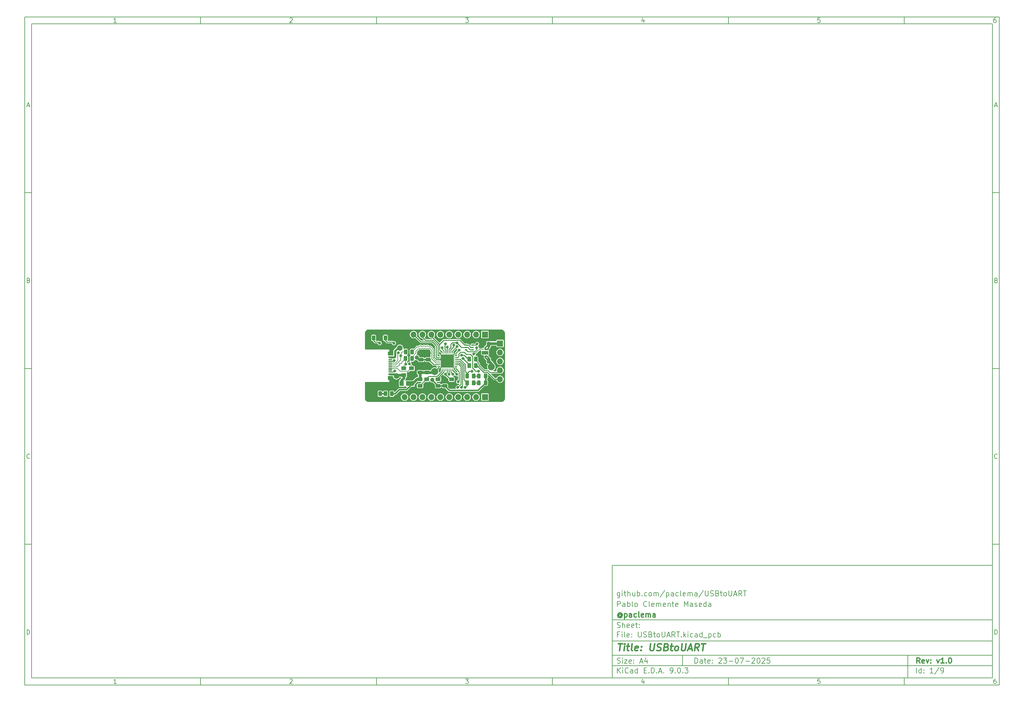
<source format=gtl>
G04 #@! TF.GenerationSoftware,KiCad,Pcbnew,9.0.3*
G04 #@! TF.CreationDate,2025-07-24T11:03:04+02:00*
G04 #@! TF.ProjectId,USBtoUART,55534274-6f55-4415-9254-2e6b69636164,v1.0*
G04 #@! TF.SameCoordinates,Original*
G04 #@! TF.FileFunction,Copper,L1,Top*
G04 #@! TF.FilePolarity,Positive*
%FSLAX46Y46*%
G04 Gerber Fmt 4.6, Leading zero omitted, Abs format (unit mm)*
G04 Created by KiCad (PCBNEW 9.0.3) date 2025-07-24 11:03:04*
%MOMM*%
%LPD*%
G01*
G04 APERTURE LIST*
G04 Aperture macros list*
%AMRoundRect*
0 Rectangle with rounded corners*
0 $1 Rounding radius*
0 $2 $3 $4 $5 $6 $7 $8 $9 X,Y pos of 4 corners*
0 Add a 4 corners polygon primitive as box body*
4,1,4,$2,$3,$4,$5,$6,$7,$8,$9,$2,$3,0*
0 Add four circle primitives for the rounded corners*
1,1,$1+$1,$2,$3*
1,1,$1+$1,$4,$5*
1,1,$1+$1,$6,$7*
1,1,$1+$1,$8,$9*
0 Add four rect primitives between the rounded corners*
20,1,$1+$1,$2,$3,$4,$5,0*
20,1,$1+$1,$4,$5,$6,$7,0*
20,1,$1+$1,$6,$7,$8,$9,0*
20,1,$1+$1,$8,$9,$2,$3,0*%
%AMFreePoly0*
4,1,29,0.453536,0.903536,0.455000,0.900000,0.455000,0.805000,0.500000,0.805000,0.503536,0.803536,0.505000,0.800000,0.505000,-0.800000,0.503536,-0.803536,0.500000,-0.805000,0.455000,-0.805000,0.455000,-0.900000,0.453536,-0.903536,0.450000,-0.905000,-0.450000,-0.905000,-0.453536,-0.903536,-0.455000,-0.900000,-0.455000,-0.805000,-0.500000,-0.805000,-0.503536,-0.803536,-0.505000,-0.800000,
-0.505000,0.800000,-0.503536,0.803536,-0.500000,0.805000,-0.455000,0.805000,-0.455000,0.900000,-0.453536,0.903536,-0.450000,0.905000,0.450000,0.905000,0.453536,0.903536,0.453536,0.903536,$1*%
G04 Aperture macros list end*
%ADD10C,0.100000*%
%ADD11C,0.150000*%
%ADD12C,0.300000*%
%ADD13C,0.400000*%
G04 #@! TA.AperFunction,SMDPad,CuDef*
%ADD14RoundRect,0.250000X0.475000X-0.250000X0.475000X0.250000X-0.475000X0.250000X-0.475000X-0.250000X0*%
G04 #@! TD*
G04 #@! TA.AperFunction,SMDPad,CuDef*
%ADD15RoundRect,0.250000X-0.262500X-0.450000X0.262500X-0.450000X0.262500X0.450000X-0.262500X0.450000X0*%
G04 #@! TD*
G04 #@! TA.AperFunction,SMDPad,CuDef*
%ADD16RoundRect,0.250000X0.262500X0.450000X-0.262500X0.450000X-0.262500X-0.450000X0.262500X-0.450000X0*%
G04 #@! TD*
G04 #@! TA.AperFunction,SMDPad,CuDef*
%ADD17R,0.650000X0.400000*%
G04 #@! TD*
G04 #@! TA.AperFunction,SMDPad,CuDef*
%ADD18RoundRect,0.250000X-0.450000X0.262500X-0.450000X-0.262500X0.450000X-0.262500X0.450000X0.262500X0*%
G04 #@! TD*
G04 #@! TA.AperFunction,SMDPad,CuDef*
%ADD19RoundRect,0.250000X0.250000X0.475000X-0.250000X0.475000X-0.250000X-0.475000X0.250000X-0.475000X0*%
G04 #@! TD*
G04 #@! TA.AperFunction,ComponentPad*
%ADD20O,1.700000X1.700000*%
G04 #@! TD*
G04 #@! TA.AperFunction,ComponentPad*
%ADD21R,1.700000X1.700000*%
G04 #@! TD*
G04 #@! TA.AperFunction,SMDPad,CuDef*
%ADD22RoundRect,0.250000X0.450000X-0.262500X0.450000X0.262500X-0.450000X0.262500X-0.450000X-0.262500X0*%
G04 #@! TD*
G04 #@! TA.AperFunction,SMDPad,CuDef*
%ADD23R,1.400000X1.000000*%
G04 #@! TD*
G04 #@! TA.AperFunction,SMDPad,CuDef*
%ADD24R,1.400000X1.200000*%
G04 #@! TD*
G04 #@! TA.AperFunction,SMDPad,CuDef*
%ADD25RoundRect,0.243750X-0.243750X-0.456250X0.243750X-0.456250X0.243750X0.456250X-0.243750X0.456250X0*%
G04 #@! TD*
G04 #@! TA.AperFunction,ComponentPad*
%ADD26C,0.500000*%
G04 #@! TD*
G04 #@! TA.AperFunction,SMDPad,CuDef*
%ADD27R,3.350000X3.350000*%
G04 #@! TD*
G04 #@! TA.AperFunction,SMDPad,CuDef*
%ADD28RoundRect,0.062500X-0.062500X-0.337500X0.062500X-0.337500X0.062500X0.337500X-0.062500X0.337500X0*%
G04 #@! TD*
G04 #@! TA.AperFunction,SMDPad,CuDef*
%ADD29RoundRect,0.062500X-0.337500X-0.062500X0.337500X-0.062500X0.337500X0.062500X-0.337500X0.062500X0*%
G04 #@! TD*
G04 #@! TA.AperFunction,ComponentPad*
%ADD30O,2.200000X1.000000*%
G04 #@! TD*
G04 #@! TA.AperFunction,ComponentPad*
%ADD31O,1.800000X1.000000*%
G04 #@! TD*
G04 #@! TA.AperFunction,SMDPad,CuDef*
%ADD32R,1.100000X0.600000*%
G04 #@! TD*
G04 #@! TA.AperFunction,SMDPad,CuDef*
%ADD33R,1.100000X0.300000*%
G04 #@! TD*
G04 #@! TA.AperFunction,SMDPad,CuDef*
%ADD34FreePoly0,270.000000*%
G04 #@! TD*
G04 #@! TA.AperFunction,SMDPad,CuDef*
%ADD35R,0.250000X0.450000*%
G04 #@! TD*
G04 #@! TA.AperFunction,SMDPad,CuDef*
%ADD36R,0.350000X0.450000*%
G04 #@! TD*
G04 #@! TA.AperFunction,SMDPad,CuDef*
%ADD37R,1.250000X1.400000*%
G04 #@! TD*
G04 #@! TA.AperFunction,SMDPad,CuDef*
%ADD38R,2.300000X1.400000*%
G04 #@! TD*
G04 #@! TA.AperFunction,ViaPad*
%ADD39C,1.200000*%
G04 #@! TD*
G04 #@! TA.AperFunction,ViaPad*
%ADD40C,0.800000*%
G04 #@! TD*
G04 #@! TA.AperFunction,ViaPad*
%ADD41C,2.000000*%
G04 #@! TD*
G04 #@! TA.AperFunction,ViaPad*
%ADD42C,1.600000*%
G04 #@! TD*
G04 #@! TA.AperFunction,Conductor*
%ADD43C,0.200000*%
G04 #@! TD*
G04 #@! TA.AperFunction,Conductor*
%ADD44C,0.250000*%
G04 #@! TD*
G04 #@! TA.AperFunction,Conductor*
%ADD45C,0.800000*%
G04 #@! TD*
G04 #@! TA.AperFunction,Conductor*
%ADD46C,0.600000*%
G04 #@! TD*
G04 #@! TA.AperFunction,Conductor*
%ADD47C,0.400000*%
G04 #@! TD*
G04 APERTURE END LIST*
D10*
D11*
X177002200Y-166007200D02*
X285002200Y-166007200D01*
X285002200Y-198007200D01*
X177002200Y-198007200D01*
X177002200Y-166007200D01*
D10*
D11*
X10000000Y-10000000D02*
X287002200Y-10000000D01*
X287002200Y-200007200D01*
X10000000Y-200007200D01*
X10000000Y-10000000D01*
D10*
D11*
X12000000Y-12000000D02*
X285002200Y-12000000D01*
X285002200Y-198007200D01*
X12000000Y-198007200D01*
X12000000Y-12000000D01*
D10*
D11*
X60000000Y-12000000D02*
X60000000Y-10000000D01*
D10*
D11*
X110000000Y-12000000D02*
X110000000Y-10000000D01*
D10*
D11*
X160000000Y-12000000D02*
X160000000Y-10000000D01*
D10*
D11*
X210000000Y-12000000D02*
X210000000Y-10000000D01*
D10*
D11*
X260000000Y-12000000D02*
X260000000Y-10000000D01*
D10*
D11*
X36089160Y-11593604D02*
X35346303Y-11593604D01*
X35717731Y-11593604D02*
X35717731Y-10293604D01*
X35717731Y-10293604D02*
X35593922Y-10479319D01*
X35593922Y-10479319D02*
X35470112Y-10603128D01*
X35470112Y-10603128D02*
X35346303Y-10665033D01*
D10*
D11*
X85346303Y-10417414D02*
X85408207Y-10355509D01*
X85408207Y-10355509D02*
X85532017Y-10293604D01*
X85532017Y-10293604D02*
X85841541Y-10293604D01*
X85841541Y-10293604D02*
X85965350Y-10355509D01*
X85965350Y-10355509D02*
X86027255Y-10417414D01*
X86027255Y-10417414D02*
X86089160Y-10541223D01*
X86089160Y-10541223D02*
X86089160Y-10665033D01*
X86089160Y-10665033D02*
X86027255Y-10850747D01*
X86027255Y-10850747D02*
X85284398Y-11593604D01*
X85284398Y-11593604D02*
X86089160Y-11593604D01*
D10*
D11*
X135284398Y-10293604D02*
X136089160Y-10293604D01*
X136089160Y-10293604D02*
X135655826Y-10788842D01*
X135655826Y-10788842D02*
X135841541Y-10788842D01*
X135841541Y-10788842D02*
X135965350Y-10850747D01*
X135965350Y-10850747D02*
X136027255Y-10912652D01*
X136027255Y-10912652D02*
X136089160Y-11036461D01*
X136089160Y-11036461D02*
X136089160Y-11345985D01*
X136089160Y-11345985D02*
X136027255Y-11469795D01*
X136027255Y-11469795D02*
X135965350Y-11531700D01*
X135965350Y-11531700D02*
X135841541Y-11593604D01*
X135841541Y-11593604D02*
X135470112Y-11593604D01*
X135470112Y-11593604D02*
X135346303Y-11531700D01*
X135346303Y-11531700D02*
X135284398Y-11469795D01*
D10*
D11*
X185965350Y-10726938D02*
X185965350Y-11593604D01*
X185655826Y-10231700D02*
X185346303Y-11160271D01*
X185346303Y-11160271D02*
X186151064Y-11160271D01*
D10*
D11*
X236027255Y-10293604D02*
X235408207Y-10293604D01*
X235408207Y-10293604D02*
X235346303Y-10912652D01*
X235346303Y-10912652D02*
X235408207Y-10850747D01*
X235408207Y-10850747D02*
X235532017Y-10788842D01*
X235532017Y-10788842D02*
X235841541Y-10788842D01*
X235841541Y-10788842D02*
X235965350Y-10850747D01*
X235965350Y-10850747D02*
X236027255Y-10912652D01*
X236027255Y-10912652D02*
X236089160Y-11036461D01*
X236089160Y-11036461D02*
X236089160Y-11345985D01*
X236089160Y-11345985D02*
X236027255Y-11469795D01*
X236027255Y-11469795D02*
X235965350Y-11531700D01*
X235965350Y-11531700D02*
X235841541Y-11593604D01*
X235841541Y-11593604D02*
X235532017Y-11593604D01*
X235532017Y-11593604D02*
X235408207Y-11531700D01*
X235408207Y-11531700D02*
X235346303Y-11469795D01*
D10*
D11*
X285965350Y-10293604D02*
X285717731Y-10293604D01*
X285717731Y-10293604D02*
X285593922Y-10355509D01*
X285593922Y-10355509D02*
X285532017Y-10417414D01*
X285532017Y-10417414D02*
X285408207Y-10603128D01*
X285408207Y-10603128D02*
X285346303Y-10850747D01*
X285346303Y-10850747D02*
X285346303Y-11345985D01*
X285346303Y-11345985D02*
X285408207Y-11469795D01*
X285408207Y-11469795D02*
X285470112Y-11531700D01*
X285470112Y-11531700D02*
X285593922Y-11593604D01*
X285593922Y-11593604D02*
X285841541Y-11593604D01*
X285841541Y-11593604D02*
X285965350Y-11531700D01*
X285965350Y-11531700D02*
X286027255Y-11469795D01*
X286027255Y-11469795D02*
X286089160Y-11345985D01*
X286089160Y-11345985D02*
X286089160Y-11036461D01*
X286089160Y-11036461D02*
X286027255Y-10912652D01*
X286027255Y-10912652D02*
X285965350Y-10850747D01*
X285965350Y-10850747D02*
X285841541Y-10788842D01*
X285841541Y-10788842D02*
X285593922Y-10788842D01*
X285593922Y-10788842D02*
X285470112Y-10850747D01*
X285470112Y-10850747D02*
X285408207Y-10912652D01*
X285408207Y-10912652D02*
X285346303Y-11036461D01*
D10*
D11*
X60000000Y-198007200D02*
X60000000Y-200007200D01*
D10*
D11*
X110000000Y-198007200D02*
X110000000Y-200007200D01*
D10*
D11*
X160000000Y-198007200D02*
X160000000Y-200007200D01*
D10*
D11*
X210000000Y-198007200D02*
X210000000Y-200007200D01*
D10*
D11*
X260000000Y-198007200D02*
X260000000Y-200007200D01*
D10*
D11*
X36089160Y-199600804D02*
X35346303Y-199600804D01*
X35717731Y-199600804D02*
X35717731Y-198300804D01*
X35717731Y-198300804D02*
X35593922Y-198486519D01*
X35593922Y-198486519D02*
X35470112Y-198610328D01*
X35470112Y-198610328D02*
X35346303Y-198672233D01*
D10*
D11*
X85346303Y-198424614D02*
X85408207Y-198362709D01*
X85408207Y-198362709D02*
X85532017Y-198300804D01*
X85532017Y-198300804D02*
X85841541Y-198300804D01*
X85841541Y-198300804D02*
X85965350Y-198362709D01*
X85965350Y-198362709D02*
X86027255Y-198424614D01*
X86027255Y-198424614D02*
X86089160Y-198548423D01*
X86089160Y-198548423D02*
X86089160Y-198672233D01*
X86089160Y-198672233D02*
X86027255Y-198857947D01*
X86027255Y-198857947D02*
X85284398Y-199600804D01*
X85284398Y-199600804D02*
X86089160Y-199600804D01*
D10*
D11*
X135284398Y-198300804D02*
X136089160Y-198300804D01*
X136089160Y-198300804D02*
X135655826Y-198796042D01*
X135655826Y-198796042D02*
X135841541Y-198796042D01*
X135841541Y-198796042D02*
X135965350Y-198857947D01*
X135965350Y-198857947D02*
X136027255Y-198919852D01*
X136027255Y-198919852D02*
X136089160Y-199043661D01*
X136089160Y-199043661D02*
X136089160Y-199353185D01*
X136089160Y-199353185D02*
X136027255Y-199476995D01*
X136027255Y-199476995D02*
X135965350Y-199538900D01*
X135965350Y-199538900D02*
X135841541Y-199600804D01*
X135841541Y-199600804D02*
X135470112Y-199600804D01*
X135470112Y-199600804D02*
X135346303Y-199538900D01*
X135346303Y-199538900D02*
X135284398Y-199476995D01*
D10*
D11*
X185965350Y-198734138D02*
X185965350Y-199600804D01*
X185655826Y-198238900D02*
X185346303Y-199167471D01*
X185346303Y-199167471D02*
X186151064Y-199167471D01*
D10*
D11*
X236027255Y-198300804D02*
X235408207Y-198300804D01*
X235408207Y-198300804D02*
X235346303Y-198919852D01*
X235346303Y-198919852D02*
X235408207Y-198857947D01*
X235408207Y-198857947D02*
X235532017Y-198796042D01*
X235532017Y-198796042D02*
X235841541Y-198796042D01*
X235841541Y-198796042D02*
X235965350Y-198857947D01*
X235965350Y-198857947D02*
X236027255Y-198919852D01*
X236027255Y-198919852D02*
X236089160Y-199043661D01*
X236089160Y-199043661D02*
X236089160Y-199353185D01*
X236089160Y-199353185D02*
X236027255Y-199476995D01*
X236027255Y-199476995D02*
X235965350Y-199538900D01*
X235965350Y-199538900D02*
X235841541Y-199600804D01*
X235841541Y-199600804D02*
X235532017Y-199600804D01*
X235532017Y-199600804D02*
X235408207Y-199538900D01*
X235408207Y-199538900D02*
X235346303Y-199476995D01*
D10*
D11*
X285965350Y-198300804D02*
X285717731Y-198300804D01*
X285717731Y-198300804D02*
X285593922Y-198362709D01*
X285593922Y-198362709D02*
X285532017Y-198424614D01*
X285532017Y-198424614D02*
X285408207Y-198610328D01*
X285408207Y-198610328D02*
X285346303Y-198857947D01*
X285346303Y-198857947D02*
X285346303Y-199353185D01*
X285346303Y-199353185D02*
X285408207Y-199476995D01*
X285408207Y-199476995D02*
X285470112Y-199538900D01*
X285470112Y-199538900D02*
X285593922Y-199600804D01*
X285593922Y-199600804D02*
X285841541Y-199600804D01*
X285841541Y-199600804D02*
X285965350Y-199538900D01*
X285965350Y-199538900D02*
X286027255Y-199476995D01*
X286027255Y-199476995D02*
X286089160Y-199353185D01*
X286089160Y-199353185D02*
X286089160Y-199043661D01*
X286089160Y-199043661D02*
X286027255Y-198919852D01*
X286027255Y-198919852D02*
X285965350Y-198857947D01*
X285965350Y-198857947D02*
X285841541Y-198796042D01*
X285841541Y-198796042D02*
X285593922Y-198796042D01*
X285593922Y-198796042D02*
X285470112Y-198857947D01*
X285470112Y-198857947D02*
X285408207Y-198919852D01*
X285408207Y-198919852D02*
X285346303Y-199043661D01*
D10*
D11*
X10000000Y-60000000D02*
X12000000Y-60000000D01*
D10*
D11*
X10000000Y-110000000D02*
X12000000Y-110000000D01*
D10*
D11*
X10000000Y-160000000D02*
X12000000Y-160000000D01*
D10*
D11*
X10690476Y-35222176D02*
X11309523Y-35222176D01*
X10566666Y-35593604D02*
X10999999Y-34293604D01*
X10999999Y-34293604D02*
X11433333Y-35593604D01*
D10*
D11*
X11092857Y-84912652D02*
X11278571Y-84974557D01*
X11278571Y-84974557D02*
X11340476Y-85036461D01*
X11340476Y-85036461D02*
X11402380Y-85160271D01*
X11402380Y-85160271D02*
X11402380Y-85345985D01*
X11402380Y-85345985D02*
X11340476Y-85469795D01*
X11340476Y-85469795D02*
X11278571Y-85531700D01*
X11278571Y-85531700D02*
X11154761Y-85593604D01*
X11154761Y-85593604D02*
X10659523Y-85593604D01*
X10659523Y-85593604D02*
X10659523Y-84293604D01*
X10659523Y-84293604D02*
X11092857Y-84293604D01*
X11092857Y-84293604D02*
X11216666Y-84355509D01*
X11216666Y-84355509D02*
X11278571Y-84417414D01*
X11278571Y-84417414D02*
X11340476Y-84541223D01*
X11340476Y-84541223D02*
X11340476Y-84665033D01*
X11340476Y-84665033D02*
X11278571Y-84788842D01*
X11278571Y-84788842D02*
X11216666Y-84850747D01*
X11216666Y-84850747D02*
X11092857Y-84912652D01*
X11092857Y-84912652D02*
X10659523Y-84912652D01*
D10*
D11*
X11402380Y-135469795D02*
X11340476Y-135531700D01*
X11340476Y-135531700D02*
X11154761Y-135593604D01*
X11154761Y-135593604D02*
X11030952Y-135593604D01*
X11030952Y-135593604D02*
X10845238Y-135531700D01*
X10845238Y-135531700D02*
X10721428Y-135407890D01*
X10721428Y-135407890D02*
X10659523Y-135284080D01*
X10659523Y-135284080D02*
X10597619Y-135036461D01*
X10597619Y-135036461D02*
X10597619Y-134850747D01*
X10597619Y-134850747D02*
X10659523Y-134603128D01*
X10659523Y-134603128D02*
X10721428Y-134479319D01*
X10721428Y-134479319D02*
X10845238Y-134355509D01*
X10845238Y-134355509D02*
X11030952Y-134293604D01*
X11030952Y-134293604D02*
X11154761Y-134293604D01*
X11154761Y-134293604D02*
X11340476Y-134355509D01*
X11340476Y-134355509D02*
X11402380Y-134417414D01*
D10*
D11*
X10659523Y-185593604D02*
X10659523Y-184293604D01*
X10659523Y-184293604D02*
X10969047Y-184293604D01*
X10969047Y-184293604D02*
X11154761Y-184355509D01*
X11154761Y-184355509D02*
X11278571Y-184479319D01*
X11278571Y-184479319D02*
X11340476Y-184603128D01*
X11340476Y-184603128D02*
X11402380Y-184850747D01*
X11402380Y-184850747D02*
X11402380Y-185036461D01*
X11402380Y-185036461D02*
X11340476Y-185284080D01*
X11340476Y-185284080D02*
X11278571Y-185407890D01*
X11278571Y-185407890D02*
X11154761Y-185531700D01*
X11154761Y-185531700D02*
X10969047Y-185593604D01*
X10969047Y-185593604D02*
X10659523Y-185593604D01*
D10*
D11*
X287002200Y-60000000D02*
X285002200Y-60000000D01*
D10*
D11*
X287002200Y-110000000D02*
X285002200Y-110000000D01*
D10*
D11*
X287002200Y-160000000D02*
X285002200Y-160000000D01*
D10*
D11*
X285692676Y-35222176D02*
X286311723Y-35222176D01*
X285568866Y-35593604D02*
X286002199Y-34293604D01*
X286002199Y-34293604D02*
X286435533Y-35593604D01*
D10*
D11*
X286095057Y-84912652D02*
X286280771Y-84974557D01*
X286280771Y-84974557D02*
X286342676Y-85036461D01*
X286342676Y-85036461D02*
X286404580Y-85160271D01*
X286404580Y-85160271D02*
X286404580Y-85345985D01*
X286404580Y-85345985D02*
X286342676Y-85469795D01*
X286342676Y-85469795D02*
X286280771Y-85531700D01*
X286280771Y-85531700D02*
X286156961Y-85593604D01*
X286156961Y-85593604D02*
X285661723Y-85593604D01*
X285661723Y-85593604D02*
X285661723Y-84293604D01*
X285661723Y-84293604D02*
X286095057Y-84293604D01*
X286095057Y-84293604D02*
X286218866Y-84355509D01*
X286218866Y-84355509D02*
X286280771Y-84417414D01*
X286280771Y-84417414D02*
X286342676Y-84541223D01*
X286342676Y-84541223D02*
X286342676Y-84665033D01*
X286342676Y-84665033D02*
X286280771Y-84788842D01*
X286280771Y-84788842D02*
X286218866Y-84850747D01*
X286218866Y-84850747D02*
X286095057Y-84912652D01*
X286095057Y-84912652D02*
X285661723Y-84912652D01*
D10*
D11*
X286404580Y-135469795D02*
X286342676Y-135531700D01*
X286342676Y-135531700D02*
X286156961Y-135593604D01*
X286156961Y-135593604D02*
X286033152Y-135593604D01*
X286033152Y-135593604D02*
X285847438Y-135531700D01*
X285847438Y-135531700D02*
X285723628Y-135407890D01*
X285723628Y-135407890D02*
X285661723Y-135284080D01*
X285661723Y-135284080D02*
X285599819Y-135036461D01*
X285599819Y-135036461D02*
X285599819Y-134850747D01*
X285599819Y-134850747D02*
X285661723Y-134603128D01*
X285661723Y-134603128D02*
X285723628Y-134479319D01*
X285723628Y-134479319D02*
X285847438Y-134355509D01*
X285847438Y-134355509D02*
X286033152Y-134293604D01*
X286033152Y-134293604D02*
X286156961Y-134293604D01*
X286156961Y-134293604D02*
X286342676Y-134355509D01*
X286342676Y-134355509D02*
X286404580Y-134417414D01*
D10*
D11*
X285661723Y-185593604D02*
X285661723Y-184293604D01*
X285661723Y-184293604D02*
X285971247Y-184293604D01*
X285971247Y-184293604D02*
X286156961Y-184355509D01*
X286156961Y-184355509D02*
X286280771Y-184479319D01*
X286280771Y-184479319D02*
X286342676Y-184603128D01*
X286342676Y-184603128D02*
X286404580Y-184850747D01*
X286404580Y-184850747D02*
X286404580Y-185036461D01*
X286404580Y-185036461D02*
X286342676Y-185284080D01*
X286342676Y-185284080D02*
X286280771Y-185407890D01*
X286280771Y-185407890D02*
X286156961Y-185531700D01*
X286156961Y-185531700D02*
X285971247Y-185593604D01*
X285971247Y-185593604D02*
X285661723Y-185593604D01*
D10*
D11*
X200458026Y-193793328D02*
X200458026Y-192293328D01*
X200458026Y-192293328D02*
X200815169Y-192293328D01*
X200815169Y-192293328D02*
X201029455Y-192364757D01*
X201029455Y-192364757D02*
X201172312Y-192507614D01*
X201172312Y-192507614D02*
X201243741Y-192650471D01*
X201243741Y-192650471D02*
X201315169Y-192936185D01*
X201315169Y-192936185D02*
X201315169Y-193150471D01*
X201315169Y-193150471D02*
X201243741Y-193436185D01*
X201243741Y-193436185D02*
X201172312Y-193579042D01*
X201172312Y-193579042D02*
X201029455Y-193721900D01*
X201029455Y-193721900D02*
X200815169Y-193793328D01*
X200815169Y-193793328D02*
X200458026Y-193793328D01*
X202600884Y-193793328D02*
X202600884Y-193007614D01*
X202600884Y-193007614D02*
X202529455Y-192864757D01*
X202529455Y-192864757D02*
X202386598Y-192793328D01*
X202386598Y-192793328D02*
X202100884Y-192793328D01*
X202100884Y-192793328D02*
X201958026Y-192864757D01*
X202600884Y-193721900D02*
X202458026Y-193793328D01*
X202458026Y-193793328D02*
X202100884Y-193793328D01*
X202100884Y-193793328D02*
X201958026Y-193721900D01*
X201958026Y-193721900D02*
X201886598Y-193579042D01*
X201886598Y-193579042D02*
X201886598Y-193436185D01*
X201886598Y-193436185D02*
X201958026Y-193293328D01*
X201958026Y-193293328D02*
X202100884Y-193221900D01*
X202100884Y-193221900D02*
X202458026Y-193221900D01*
X202458026Y-193221900D02*
X202600884Y-193150471D01*
X203100884Y-192793328D02*
X203672312Y-192793328D01*
X203315169Y-192293328D02*
X203315169Y-193579042D01*
X203315169Y-193579042D02*
X203386598Y-193721900D01*
X203386598Y-193721900D02*
X203529455Y-193793328D01*
X203529455Y-193793328D02*
X203672312Y-193793328D01*
X204743741Y-193721900D02*
X204600884Y-193793328D01*
X204600884Y-193793328D02*
X204315170Y-193793328D01*
X204315170Y-193793328D02*
X204172312Y-193721900D01*
X204172312Y-193721900D02*
X204100884Y-193579042D01*
X204100884Y-193579042D02*
X204100884Y-193007614D01*
X204100884Y-193007614D02*
X204172312Y-192864757D01*
X204172312Y-192864757D02*
X204315170Y-192793328D01*
X204315170Y-192793328D02*
X204600884Y-192793328D01*
X204600884Y-192793328D02*
X204743741Y-192864757D01*
X204743741Y-192864757D02*
X204815170Y-193007614D01*
X204815170Y-193007614D02*
X204815170Y-193150471D01*
X204815170Y-193150471D02*
X204100884Y-193293328D01*
X205458026Y-193650471D02*
X205529455Y-193721900D01*
X205529455Y-193721900D02*
X205458026Y-193793328D01*
X205458026Y-193793328D02*
X205386598Y-193721900D01*
X205386598Y-193721900D02*
X205458026Y-193650471D01*
X205458026Y-193650471D02*
X205458026Y-193793328D01*
X205458026Y-192864757D02*
X205529455Y-192936185D01*
X205529455Y-192936185D02*
X205458026Y-193007614D01*
X205458026Y-193007614D02*
X205386598Y-192936185D01*
X205386598Y-192936185D02*
X205458026Y-192864757D01*
X205458026Y-192864757D02*
X205458026Y-193007614D01*
X207243741Y-192436185D02*
X207315169Y-192364757D01*
X207315169Y-192364757D02*
X207458027Y-192293328D01*
X207458027Y-192293328D02*
X207815169Y-192293328D01*
X207815169Y-192293328D02*
X207958027Y-192364757D01*
X207958027Y-192364757D02*
X208029455Y-192436185D01*
X208029455Y-192436185D02*
X208100884Y-192579042D01*
X208100884Y-192579042D02*
X208100884Y-192721900D01*
X208100884Y-192721900D02*
X208029455Y-192936185D01*
X208029455Y-192936185D02*
X207172312Y-193793328D01*
X207172312Y-193793328D02*
X208100884Y-193793328D01*
X208600883Y-192293328D02*
X209529455Y-192293328D01*
X209529455Y-192293328D02*
X209029455Y-192864757D01*
X209029455Y-192864757D02*
X209243740Y-192864757D01*
X209243740Y-192864757D02*
X209386598Y-192936185D01*
X209386598Y-192936185D02*
X209458026Y-193007614D01*
X209458026Y-193007614D02*
X209529455Y-193150471D01*
X209529455Y-193150471D02*
X209529455Y-193507614D01*
X209529455Y-193507614D02*
X209458026Y-193650471D01*
X209458026Y-193650471D02*
X209386598Y-193721900D01*
X209386598Y-193721900D02*
X209243740Y-193793328D01*
X209243740Y-193793328D02*
X208815169Y-193793328D01*
X208815169Y-193793328D02*
X208672312Y-193721900D01*
X208672312Y-193721900D02*
X208600883Y-193650471D01*
X210172311Y-193221900D02*
X211315169Y-193221900D01*
X212315169Y-192293328D02*
X212458026Y-192293328D01*
X212458026Y-192293328D02*
X212600883Y-192364757D01*
X212600883Y-192364757D02*
X212672312Y-192436185D01*
X212672312Y-192436185D02*
X212743740Y-192579042D01*
X212743740Y-192579042D02*
X212815169Y-192864757D01*
X212815169Y-192864757D02*
X212815169Y-193221900D01*
X212815169Y-193221900D02*
X212743740Y-193507614D01*
X212743740Y-193507614D02*
X212672312Y-193650471D01*
X212672312Y-193650471D02*
X212600883Y-193721900D01*
X212600883Y-193721900D02*
X212458026Y-193793328D01*
X212458026Y-193793328D02*
X212315169Y-193793328D01*
X212315169Y-193793328D02*
X212172312Y-193721900D01*
X212172312Y-193721900D02*
X212100883Y-193650471D01*
X212100883Y-193650471D02*
X212029454Y-193507614D01*
X212029454Y-193507614D02*
X211958026Y-193221900D01*
X211958026Y-193221900D02*
X211958026Y-192864757D01*
X211958026Y-192864757D02*
X212029454Y-192579042D01*
X212029454Y-192579042D02*
X212100883Y-192436185D01*
X212100883Y-192436185D02*
X212172312Y-192364757D01*
X212172312Y-192364757D02*
X212315169Y-192293328D01*
X213315168Y-192293328D02*
X214315168Y-192293328D01*
X214315168Y-192293328D02*
X213672311Y-193793328D01*
X214886596Y-193221900D02*
X216029454Y-193221900D01*
X216672311Y-192436185D02*
X216743739Y-192364757D01*
X216743739Y-192364757D02*
X216886597Y-192293328D01*
X216886597Y-192293328D02*
X217243739Y-192293328D01*
X217243739Y-192293328D02*
X217386597Y-192364757D01*
X217386597Y-192364757D02*
X217458025Y-192436185D01*
X217458025Y-192436185D02*
X217529454Y-192579042D01*
X217529454Y-192579042D02*
X217529454Y-192721900D01*
X217529454Y-192721900D02*
X217458025Y-192936185D01*
X217458025Y-192936185D02*
X216600882Y-193793328D01*
X216600882Y-193793328D02*
X217529454Y-193793328D01*
X218458025Y-192293328D02*
X218600882Y-192293328D01*
X218600882Y-192293328D02*
X218743739Y-192364757D01*
X218743739Y-192364757D02*
X218815168Y-192436185D01*
X218815168Y-192436185D02*
X218886596Y-192579042D01*
X218886596Y-192579042D02*
X218958025Y-192864757D01*
X218958025Y-192864757D02*
X218958025Y-193221900D01*
X218958025Y-193221900D02*
X218886596Y-193507614D01*
X218886596Y-193507614D02*
X218815168Y-193650471D01*
X218815168Y-193650471D02*
X218743739Y-193721900D01*
X218743739Y-193721900D02*
X218600882Y-193793328D01*
X218600882Y-193793328D02*
X218458025Y-193793328D01*
X218458025Y-193793328D02*
X218315168Y-193721900D01*
X218315168Y-193721900D02*
X218243739Y-193650471D01*
X218243739Y-193650471D02*
X218172310Y-193507614D01*
X218172310Y-193507614D02*
X218100882Y-193221900D01*
X218100882Y-193221900D02*
X218100882Y-192864757D01*
X218100882Y-192864757D02*
X218172310Y-192579042D01*
X218172310Y-192579042D02*
X218243739Y-192436185D01*
X218243739Y-192436185D02*
X218315168Y-192364757D01*
X218315168Y-192364757D02*
X218458025Y-192293328D01*
X219529453Y-192436185D02*
X219600881Y-192364757D01*
X219600881Y-192364757D02*
X219743739Y-192293328D01*
X219743739Y-192293328D02*
X220100881Y-192293328D01*
X220100881Y-192293328D02*
X220243739Y-192364757D01*
X220243739Y-192364757D02*
X220315167Y-192436185D01*
X220315167Y-192436185D02*
X220386596Y-192579042D01*
X220386596Y-192579042D02*
X220386596Y-192721900D01*
X220386596Y-192721900D02*
X220315167Y-192936185D01*
X220315167Y-192936185D02*
X219458024Y-193793328D01*
X219458024Y-193793328D02*
X220386596Y-193793328D01*
X221743738Y-192293328D02*
X221029452Y-192293328D01*
X221029452Y-192293328D02*
X220958024Y-193007614D01*
X220958024Y-193007614D02*
X221029452Y-192936185D01*
X221029452Y-192936185D02*
X221172310Y-192864757D01*
X221172310Y-192864757D02*
X221529452Y-192864757D01*
X221529452Y-192864757D02*
X221672310Y-192936185D01*
X221672310Y-192936185D02*
X221743738Y-193007614D01*
X221743738Y-193007614D02*
X221815167Y-193150471D01*
X221815167Y-193150471D02*
X221815167Y-193507614D01*
X221815167Y-193507614D02*
X221743738Y-193650471D01*
X221743738Y-193650471D02*
X221672310Y-193721900D01*
X221672310Y-193721900D02*
X221529452Y-193793328D01*
X221529452Y-193793328D02*
X221172310Y-193793328D01*
X221172310Y-193793328D02*
X221029452Y-193721900D01*
X221029452Y-193721900D02*
X220958024Y-193650471D01*
D10*
D11*
X177002200Y-194507200D02*
X285002200Y-194507200D01*
D10*
D11*
X178458026Y-196593328D02*
X178458026Y-195093328D01*
X179315169Y-196593328D02*
X178672312Y-195736185D01*
X179315169Y-195093328D02*
X178458026Y-195950471D01*
X179958026Y-196593328D02*
X179958026Y-195593328D01*
X179958026Y-195093328D02*
X179886598Y-195164757D01*
X179886598Y-195164757D02*
X179958026Y-195236185D01*
X179958026Y-195236185D02*
X180029455Y-195164757D01*
X180029455Y-195164757D02*
X179958026Y-195093328D01*
X179958026Y-195093328D02*
X179958026Y-195236185D01*
X181529455Y-196450471D02*
X181458027Y-196521900D01*
X181458027Y-196521900D02*
X181243741Y-196593328D01*
X181243741Y-196593328D02*
X181100884Y-196593328D01*
X181100884Y-196593328D02*
X180886598Y-196521900D01*
X180886598Y-196521900D02*
X180743741Y-196379042D01*
X180743741Y-196379042D02*
X180672312Y-196236185D01*
X180672312Y-196236185D02*
X180600884Y-195950471D01*
X180600884Y-195950471D02*
X180600884Y-195736185D01*
X180600884Y-195736185D02*
X180672312Y-195450471D01*
X180672312Y-195450471D02*
X180743741Y-195307614D01*
X180743741Y-195307614D02*
X180886598Y-195164757D01*
X180886598Y-195164757D02*
X181100884Y-195093328D01*
X181100884Y-195093328D02*
X181243741Y-195093328D01*
X181243741Y-195093328D02*
X181458027Y-195164757D01*
X181458027Y-195164757D02*
X181529455Y-195236185D01*
X182815170Y-196593328D02*
X182815170Y-195807614D01*
X182815170Y-195807614D02*
X182743741Y-195664757D01*
X182743741Y-195664757D02*
X182600884Y-195593328D01*
X182600884Y-195593328D02*
X182315170Y-195593328D01*
X182315170Y-195593328D02*
X182172312Y-195664757D01*
X182815170Y-196521900D02*
X182672312Y-196593328D01*
X182672312Y-196593328D02*
X182315170Y-196593328D01*
X182315170Y-196593328D02*
X182172312Y-196521900D01*
X182172312Y-196521900D02*
X182100884Y-196379042D01*
X182100884Y-196379042D02*
X182100884Y-196236185D01*
X182100884Y-196236185D02*
X182172312Y-196093328D01*
X182172312Y-196093328D02*
X182315170Y-196021900D01*
X182315170Y-196021900D02*
X182672312Y-196021900D01*
X182672312Y-196021900D02*
X182815170Y-195950471D01*
X184172313Y-196593328D02*
X184172313Y-195093328D01*
X184172313Y-196521900D02*
X184029455Y-196593328D01*
X184029455Y-196593328D02*
X183743741Y-196593328D01*
X183743741Y-196593328D02*
X183600884Y-196521900D01*
X183600884Y-196521900D02*
X183529455Y-196450471D01*
X183529455Y-196450471D02*
X183458027Y-196307614D01*
X183458027Y-196307614D02*
X183458027Y-195879042D01*
X183458027Y-195879042D02*
X183529455Y-195736185D01*
X183529455Y-195736185D02*
X183600884Y-195664757D01*
X183600884Y-195664757D02*
X183743741Y-195593328D01*
X183743741Y-195593328D02*
X184029455Y-195593328D01*
X184029455Y-195593328D02*
X184172313Y-195664757D01*
X186029455Y-195807614D02*
X186529455Y-195807614D01*
X186743741Y-196593328D02*
X186029455Y-196593328D01*
X186029455Y-196593328D02*
X186029455Y-195093328D01*
X186029455Y-195093328D02*
X186743741Y-195093328D01*
X187386598Y-196450471D02*
X187458027Y-196521900D01*
X187458027Y-196521900D02*
X187386598Y-196593328D01*
X187386598Y-196593328D02*
X187315170Y-196521900D01*
X187315170Y-196521900D02*
X187386598Y-196450471D01*
X187386598Y-196450471D02*
X187386598Y-196593328D01*
X188100884Y-196593328D02*
X188100884Y-195093328D01*
X188100884Y-195093328D02*
X188458027Y-195093328D01*
X188458027Y-195093328D02*
X188672313Y-195164757D01*
X188672313Y-195164757D02*
X188815170Y-195307614D01*
X188815170Y-195307614D02*
X188886599Y-195450471D01*
X188886599Y-195450471D02*
X188958027Y-195736185D01*
X188958027Y-195736185D02*
X188958027Y-195950471D01*
X188958027Y-195950471D02*
X188886599Y-196236185D01*
X188886599Y-196236185D02*
X188815170Y-196379042D01*
X188815170Y-196379042D02*
X188672313Y-196521900D01*
X188672313Y-196521900D02*
X188458027Y-196593328D01*
X188458027Y-196593328D02*
X188100884Y-196593328D01*
X189600884Y-196450471D02*
X189672313Y-196521900D01*
X189672313Y-196521900D02*
X189600884Y-196593328D01*
X189600884Y-196593328D02*
X189529456Y-196521900D01*
X189529456Y-196521900D02*
X189600884Y-196450471D01*
X189600884Y-196450471D02*
X189600884Y-196593328D01*
X190243742Y-196164757D02*
X190958028Y-196164757D01*
X190100885Y-196593328D02*
X190600885Y-195093328D01*
X190600885Y-195093328D02*
X191100885Y-196593328D01*
X191600884Y-196450471D02*
X191672313Y-196521900D01*
X191672313Y-196521900D02*
X191600884Y-196593328D01*
X191600884Y-196593328D02*
X191529456Y-196521900D01*
X191529456Y-196521900D02*
X191600884Y-196450471D01*
X191600884Y-196450471D02*
X191600884Y-196593328D01*
X193529456Y-196593328D02*
X193815170Y-196593328D01*
X193815170Y-196593328D02*
X193958027Y-196521900D01*
X193958027Y-196521900D02*
X194029456Y-196450471D01*
X194029456Y-196450471D02*
X194172313Y-196236185D01*
X194172313Y-196236185D02*
X194243742Y-195950471D01*
X194243742Y-195950471D02*
X194243742Y-195379042D01*
X194243742Y-195379042D02*
X194172313Y-195236185D01*
X194172313Y-195236185D02*
X194100885Y-195164757D01*
X194100885Y-195164757D02*
X193958027Y-195093328D01*
X193958027Y-195093328D02*
X193672313Y-195093328D01*
X193672313Y-195093328D02*
X193529456Y-195164757D01*
X193529456Y-195164757D02*
X193458027Y-195236185D01*
X193458027Y-195236185D02*
X193386599Y-195379042D01*
X193386599Y-195379042D02*
X193386599Y-195736185D01*
X193386599Y-195736185D02*
X193458027Y-195879042D01*
X193458027Y-195879042D02*
X193529456Y-195950471D01*
X193529456Y-195950471D02*
X193672313Y-196021900D01*
X193672313Y-196021900D02*
X193958027Y-196021900D01*
X193958027Y-196021900D02*
X194100885Y-195950471D01*
X194100885Y-195950471D02*
X194172313Y-195879042D01*
X194172313Y-195879042D02*
X194243742Y-195736185D01*
X194886598Y-196450471D02*
X194958027Y-196521900D01*
X194958027Y-196521900D02*
X194886598Y-196593328D01*
X194886598Y-196593328D02*
X194815170Y-196521900D01*
X194815170Y-196521900D02*
X194886598Y-196450471D01*
X194886598Y-196450471D02*
X194886598Y-196593328D01*
X195886599Y-195093328D02*
X196029456Y-195093328D01*
X196029456Y-195093328D02*
X196172313Y-195164757D01*
X196172313Y-195164757D02*
X196243742Y-195236185D01*
X196243742Y-195236185D02*
X196315170Y-195379042D01*
X196315170Y-195379042D02*
X196386599Y-195664757D01*
X196386599Y-195664757D02*
X196386599Y-196021900D01*
X196386599Y-196021900D02*
X196315170Y-196307614D01*
X196315170Y-196307614D02*
X196243742Y-196450471D01*
X196243742Y-196450471D02*
X196172313Y-196521900D01*
X196172313Y-196521900D02*
X196029456Y-196593328D01*
X196029456Y-196593328D02*
X195886599Y-196593328D01*
X195886599Y-196593328D02*
X195743742Y-196521900D01*
X195743742Y-196521900D02*
X195672313Y-196450471D01*
X195672313Y-196450471D02*
X195600884Y-196307614D01*
X195600884Y-196307614D02*
X195529456Y-196021900D01*
X195529456Y-196021900D02*
X195529456Y-195664757D01*
X195529456Y-195664757D02*
X195600884Y-195379042D01*
X195600884Y-195379042D02*
X195672313Y-195236185D01*
X195672313Y-195236185D02*
X195743742Y-195164757D01*
X195743742Y-195164757D02*
X195886599Y-195093328D01*
X197029455Y-196450471D02*
X197100884Y-196521900D01*
X197100884Y-196521900D02*
X197029455Y-196593328D01*
X197029455Y-196593328D02*
X196958027Y-196521900D01*
X196958027Y-196521900D02*
X197029455Y-196450471D01*
X197029455Y-196450471D02*
X197029455Y-196593328D01*
X197600884Y-195093328D02*
X198529456Y-195093328D01*
X198529456Y-195093328D02*
X198029456Y-195664757D01*
X198029456Y-195664757D02*
X198243741Y-195664757D01*
X198243741Y-195664757D02*
X198386599Y-195736185D01*
X198386599Y-195736185D02*
X198458027Y-195807614D01*
X198458027Y-195807614D02*
X198529456Y-195950471D01*
X198529456Y-195950471D02*
X198529456Y-196307614D01*
X198529456Y-196307614D02*
X198458027Y-196450471D01*
X198458027Y-196450471D02*
X198386599Y-196521900D01*
X198386599Y-196521900D02*
X198243741Y-196593328D01*
X198243741Y-196593328D02*
X197815170Y-196593328D01*
X197815170Y-196593328D02*
X197672313Y-196521900D01*
X197672313Y-196521900D02*
X197600884Y-196450471D01*
D10*
D11*
X177002200Y-191507200D02*
X285002200Y-191507200D01*
D10*
D12*
X264413853Y-193785528D02*
X263913853Y-193071242D01*
X263556710Y-193785528D02*
X263556710Y-192285528D01*
X263556710Y-192285528D02*
X264128139Y-192285528D01*
X264128139Y-192285528D02*
X264270996Y-192356957D01*
X264270996Y-192356957D02*
X264342425Y-192428385D01*
X264342425Y-192428385D02*
X264413853Y-192571242D01*
X264413853Y-192571242D02*
X264413853Y-192785528D01*
X264413853Y-192785528D02*
X264342425Y-192928385D01*
X264342425Y-192928385D02*
X264270996Y-192999814D01*
X264270996Y-192999814D02*
X264128139Y-193071242D01*
X264128139Y-193071242D02*
X263556710Y-193071242D01*
X265628139Y-193714100D02*
X265485282Y-193785528D01*
X265485282Y-193785528D02*
X265199568Y-193785528D01*
X265199568Y-193785528D02*
X265056710Y-193714100D01*
X265056710Y-193714100D02*
X264985282Y-193571242D01*
X264985282Y-193571242D02*
X264985282Y-192999814D01*
X264985282Y-192999814D02*
X265056710Y-192856957D01*
X265056710Y-192856957D02*
X265199568Y-192785528D01*
X265199568Y-192785528D02*
X265485282Y-192785528D01*
X265485282Y-192785528D02*
X265628139Y-192856957D01*
X265628139Y-192856957D02*
X265699568Y-192999814D01*
X265699568Y-192999814D02*
X265699568Y-193142671D01*
X265699568Y-193142671D02*
X264985282Y-193285528D01*
X266199567Y-192785528D02*
X266556710Y-193785528D01*
X266556710Y-193785528D02*
X266913853Y-192785528D01*
X267485281Y-193642671D02*
X267556710Y-193714100D01*
X267556710Y-193714100D02*
X267485281Y-193785528D01*
X267485281Y-193785528D02*
X267413853Y-193714100D01*
X267413853Y-193714100D02*
X267485281Y-193642671D01*
X267485281Y-193642671D02*
X267485281Y-193785528D01*
X267485281Y-192856957D02*
X267556710Y-192928385D01*
X267556710Y-192928385D02*
X267485281Y-192999814D01*
X267485281Y-192999814D02*
X267413853Y-192928385D01*
X267413853Y-192928385D02*
X267485281Y-192856957D01*
X267485281Y-192856957D02*
X267485281Y-192999814D01*
X269199567Y-192785528D02*
X269556710Y-193785528D01*
X269556710Y-193785528D02*
X269913853Y-192785528D01*
X271270996Y-193785528D02*
X270413853Y-193785528D01*
X270842424Y-193785528D02*
X270842424Y-192285528D01*
X270842424Y-192285528D02*
X270699567Y-192499814D01*
X270699567Y-192499814D02*
X270556710Y-192642671D01*
X270556710Y-192642671D02*
X270413853Y-192714100D01*
X271913852Y-193642671D02*
X271985281Y-193714100D01*
X271985281Y-193714100D02*
X271913852Y-193785528D01*
X271913852Y-193785528D02*
X271842424Y-193714100D01*
X271842424Y-193714100D02*
X271913852Y-193642671D01*
X271913852Y-193642671D02*
X271913852Y-193785528D01*
X272913853Y-192285528D02*
X273056710Y-192285528D01*
X273056710Y-192285528D02*
X273199567Y-192356957D01*
X273199567Y-192356957D02*
X273270996Y-192428385D01*
X273270996Y-192428385D02*
X273342424Y-192571242D01*
X273342424Y-192571242D02*
X273413853Y-192856957D01*
X273413853Y-192856957D02*
X273413853Y-193214100D01*
X273413853Y-193214100D02*
X273342424Y-193499814D01*
X273342424Y-193499814D02*
X273270996Y-193642671D01*
X273270996Y-193642671D02*
X273199567Y-193714100D01*
X273199567Y-193714100D02*
X273056710Y-193785528D01*
X273056710Y-193785528D02*
X272913853Y-193785528D01*
X272913853Y-193785528D02*
X272770996Y-193714100D01*
X272770996Y-193714100D02*
X272699567Y-193642671D01*
X272699567Y-193642671D02*
X272628138Y-193499814D01*
X272628138Y-193499814D02*
X272556710Y-193214100D01*
X272556710Y-193214100D02*
X272556710Y-192856957D01*
X272556710Y-192856957D02*
X272628138Y-192571242D01*
X272628138Y-192571242D02*
X272699567Y-192428385D01*
X272699567Y-192428385D02*
X272770996Y-192356957D01*
X272770996Y-192356957D02*
X272913853Y-192285528D01*
D10*
D11*
X178386598Y-193721900D02*
X178600884Y-193793328D01*
X178600884Y-193793328D02*
X178958026Y-193793328D01*
X178958026Y-193793328D02*
X179100884Y-193721900D01*
X179100884Y-193721900D02*
X179172312Y-193650471D01*
X179172312Y-193650471D02*
X179243741Y-193507614D01*
X179243741Y-193507614D02*
X179243741Y-193364757D01*
X179243741Y-193364757D02*
X179172312Y-193221900D01*
X179172312Y-193221900D02*
X179100884Y-193150471D01*
X179100884Y-193150471D02*
X178958026Y-193079042D01*
X178958026Y-193079042D02*
X178672312Y-193007614D01*
X178672312Y-193007614D02*
X178529455Y-192936185D01*
X178529455Y-192936185D02*
X178458026Y-192864757D01*
X178458026Y-192864757D02*
X178386598Y-192721900D01*
X178386598Y-192721900D02*
X178386598Y-192579042D01*
X178386598Y-192579042D02*
X178458026Y-192436185D01*
X178458026Y-192436185D02*
X178529455Y-192364757D01*
X178529455Y-192364757D02*
X178672312Y-192293328D01*
X178672312Y-192293328D02*
X179029455Y-192293328D01*
X179029455Y-192293328D02*
X179243741Y-192364757D01*
X179886597Y-193793328D02*
X179886597Y-192793328D01*
X179886597Y-192293328D02*
X179815169Y-192364757D01*
X179815169Y-192364757D02*
X179886597Y-192436185D01*
X179886597Y-192436185D02*
X179958026Y-192364757D01*
X179958026Y-192364757D02*
X179886597Y-192293328D01*
X179886597Y-192293328D02*
X179886597Y-192436185D01*
X180458026Y-192793328D02*
X181243741Y-192793328D01*
X181243741Y-192793328D02*
X180458026Y-193793328D01*
X180458026Y-193793328D02*
X181243741Y-193793328D01*
X182386598Y-193721900D02*
X182243741Y-193793328D01*
X182243741Y-193793328D02*
X181958027Y-193793328D01*
X181958027Y-193793328D02*
X181815169Y-193721900D01*
X181815169Y-193721900D02*
X181743741Y-193579042D01*
X181743741Y-193579042D02*
X181743741Y-193007614D01*
X181743741Y-193007614D02*
X181815169Y-192864757D01*
X181815169Y-192864757D02*
X181958027Y-192793328D01*
X181958027Y-192793328D02*
X182243741Y-192793328D01*
X182243741Y-192793328D02*
X182386598Y-192864757D01*
X182386598Y-192864757D02*
X182458027Y-193007614D01*
X182458027Y-193007614D02*
X182458027Y-193150471D01*
X182458027Y-193150471D02*
X181743741Y-193293328D01*
X183100883Y-193650471D02*
X183172312Y-193721900D01*
X183172312Y-193721900D02*
X183100883Y-193793328D01*
X183100883Y-193793328D02*
X183029455Y-193721900D01*
X183029455Y-193721900D02*
X183100883Y-193650471D01*
X183100883Y-193650471D02*
X183100883Y-193793328D01*
X183100883Y-192864757D02*
X183172312Y-192936185D01*
X183172312Y-192936185D02*
X183100883Y-193007614D01*
X183100883Y-193007614D02*
X183029455Y-192936185D01*
X183029455Y-192936185D02*
X183100883Y-192864757D01*
X183100883Y-192864757D02*
X183100883Y-193007614D01*
X184886598Y-193364757D02*
X185600884Y-193364757D01*
X184743741Y-193793328D02*
X185243741Y-192293328D01*
X185243741Y-192293328D02*
X185743741Y-193793328D01*
X186886598Y-192793328D02*
X186886598Y-193793328D01*
X186529455Y-192221900D02*
X186172312Y-193293328D01*
X186172312Y-193293328D02*
X187100883Y-193293328D01*
D10*
D11*
X263458026Y-196593328D02*
X263458026Y-195093328D01*
X264815170Y-196593328D02*
X264815170Y-195093328D01*
X264815170Y-196521900D02*
X264672312Y-196593328D01*
X264672312Y-196593328D02*
X264386598Y-196593328D01*
X264386598Y-196593328D02*
X264243741Y-196521900D01*
X264243741Y-196521900D02*
X264172312Y-196450471D01*
X264172312Y-196450471D02*
X264100884Y-196307614D01*
X264100884Y-196307614D02*
X264100884Y-195879042D01*
X264100884Y-195879042D02*
X264172312Y-195736185D01*
X264172312Y-195736185D02*
X264243741Y-195664757D01*
X264243741Y-195664757D02*
X264386598Y-195593328D01*
X264386598Y-195593328D02*
X264672312Y-195593328D01*
X264672312Y-195593328D02*
X264815170Y-195664757D01*
X265529455Y-196450471D02*
X265600884Y-196521900D01*
X265600884Y-196521900D02*
X265529455Y-196593328D01*
X265529455Y-196593328D02*
X265458027Y-196521900D01*
X265458027Y-196521900D02*
X265529455Y-196450471D01*
X265529455Y-196450471D02*
X265529455Y-196593328D01*
X265529455Y-195664757D02*
X265600884Y-195736185D01*
X265600884Y-195736185D02*
X265529455Y-195807614D01*
X265529455Y-195807614D02*
X265458027Y-195736185D01*
X265458027Y-195736185D02*
X265529455Y-195664757D01*
X265529455Y-195664757D02*
X265529455Y-195807614D01*
X268172313Y-196593328D02*
X267315170Y-196593328D01*
X267743741Y-196593328D02*
X267743741Y-195093328D01*
X267743741Y-195093328D02*
X267600884Y-195307614D01*
X267600884Y-195307614D02*
X267458027Y-195450471D01*
X267458027Y-195450471D02*
X267315170Y-195521900D01*
X269886598Y-195021900D02*
X268600884Y-196950471D01*
X270458027Y-196593328D02*
X270743741Y-196593328D01*
X270743741Y-196593328D02*
X270886598Y-196521900D01*
X270886598Y-196521900D02*
X270958027Y-196450471D01*
X270958027Y-196450471D02*
X271100884Y-196236185D01*
X271100884Y-196236185D02*
X271172313Y-195950471D01*
X271172313Y-195950471D02*
X271172313Y-195379042D01*
X271172313Y-195379042D02*
X271100884Y-195236185D01*
X271100884Y-195236185D02*
X271029456Y-195164757D01*
X271029456Y-195164757D02*
X270886598Y-195093328D01*
X270886598Y-195093328D02*
X270600884Y-195093328D01*
X270600884Y-195093328D02*
X270458027Y-195164757D01*
X270458027Y-195164757D02*
X270386598Y-195236185D01*
X270386598Y-195236185D02*
X270315170Y-195379042D01*
X270315170Y-195379042D02*
X270315170Y-195736185D01*
X270315170Y-195736185D02*
X270386598Y-195879042D01*
X270386598Y-195879042D02*
X270458027Y-195950471D01*
X270458027Y-195950471D02*
X270600884Y-196021900D01*
X270600884Y-196021900D02*
X270886598Y-196021900D01*
X270886598Y-196021900D02*
X271029456Y-195950471D01*
X271029456Y-195950471D02*
X271100884Y-195879042D01*
X271100884Y-195879042D02*
X271172313Y-195736185D01*
D10*
D11*
X177002200Y-187507200D02*
X285002200Y-187507200D01*
D10*
D13*
X178693928Y-188211638D02*
X179836785Y-188211638D01*
X179015357Y-190211638D02*
X179265357Y-188211638D01*
X180253452Y-190211638D02*
X180420119Y-188878304D01*
X180503452Y-188211638D02*
X180396309Y-188306876D01*
X180396309Y-188306876D02*
X180479643Y-188402114D01*
X180479643Y-188402114D02*
X180586786Y-188306876D01*
X180586786Y-188306876D02*
X180503452Y-188211638D01*
X180503452Y-188211638D02*
X180479643Y-188402114D01*
X181086786Y-188878304D02*
X181848690Y-188878304D01*
X181455833Y-188211638D02*
X181241548Y-189925923D01*
X181241548Y-189925923D02*
X181312976Y-190116400D01*
X181312976Y-190116400D02*
X181491548Y-190211638D01*
X181491548Y-190211638D02*
X181682024Y-190211638D01*
X182634405Y-190211638D02*
X182455833Y-190116400D01*
X182455833Y-190116400D02*
X182384405Y-189925923D01*
X182384405Y-189925923D02*
X182598690Y-188211638D01*
X184170119Y-190116400D02*
X183967738Y-190211638D01*
X183967738Y-190211638D02*
X183586785Y-190211638D01*
X183586785Y-190211638D02*
X183408214Y-190116400D01*
X183408214Y-190116400D02*
X183336785Y-189925923D01*
X183336785Y-189925923D02*
X183432024Y-189164019D01*
X183432024Y-189164019D02*
X183551071Y-188973542D01*
X183551071Y-188973542D02*
X183753452Y-188878304D01*
X183753452Y-188878304D02*
X184134404Y-188878304D01*
X184134404Y-188878304D02*
X184312976Y-188973542D01*
X184312976Y-188973542D02*
X184384404Y-189164019D01*
X184384404Y-189164019D02*
X184360595Y-189354495D01*
X184360595Y-189354495D02*
X183384404Y-189544971D01*
X185134405Y-190021161D02*
X185217738Y-190116400D01*
X185217738Y-190116400D02*
X185110595Y-190211638D01*
X185110595Y-190211638D02*
X185027262Y-190116400D01*
X185027262Y-190116400D02*
X185134405Y-190021161D01*
X185134405Y-190021161D02*
X185110595Y-190211638D01*
X185265357Y-188973542D02*
X185348690Y-189068780D01*
X185348690Y-189068780D02*
X185241548Y-189164019D01*
X185241548Y-189164019D02*
X185158214Y-189068780D01*
X185158214Y-189068780D02*
X185265357Y-188973542D01*
X185265357Y-188973542D02*
X185241548Y-189164019D01*
X187836786Y-188211638D02*
X187634405Y-189830685D01*
X187634405Y-189830685D02*
X187705834Y-190021161D01*
X187705834Y-190021161D02*
X187789167Y-190116400D01*
X187789167Y-190116400D02*
X187967739Y-190211638D01*
X187967739Y-190211638D02*
X188348691Y-190211638D01*
X188348691Y-190211638D02*
X188551072Y-190116400D01*
X188551072Y-190116400D02*
X188658215Y-190021161D01*
X188658215Y-190021161D02*
X188777262Y-189830685D01*
X188777262Y-189830685D02*
X188979643Y-188211638D01*
X189598691Y-190116400D02*
X189872500Y-190211638D01*
X189872500Y-190211638D02*
X190348691Y-190211638D01*
X190348691Y-190211638D02*
X190551072Y-190116400D01*
X190551072Y-190116400D02*
X190658215Y-190021161D01*
X190658215Y-190021161D02*
X190777262Y-189830685D01*
X190777262Y-189830685D02*
X190801072Y-189640209D01*
X190801072Y-189640209D02*
X190729643Y-189449733D01*
X190729643Y-189449733D02*
X190646310Y-189354495D01*
X190646310Y-189354495D02*
X190467739Y-189259257D01*
X190467739Y-189259257D02*
X190098691Y-189164019D01*
X190098691Y-189164019D02*
X189920119Y-189068780D01*
X189920119Y-189068780D02*
X189836786Y-188973542D01*
X189836786Y-188973542D02*
X189765358Y-188783066D01*
X189765358Y-188783066D02*
X189789167Y-188592590D01*
X189789167Y-188592590D02*
X189908215Y-188402114D01*
X189908215Y-188402114D02*
X190015358Y-188306876D01*
X190015358Y-188306876D02*
X190217739Y-188211638D01*
X190217739Y-188211638D02*
X190693929Y-188211638D01*
X190693929Y-188211638D02*
X190967739Y-188306876D01*
X192384405Y-189164019D02*
X192658215Y-189259257D01*
X192658215Y-189259257D02*
X192741548Y-189354495D01*
X192741548Y-189354495D02*
X192812977Y-189544971D01*
X192812977Y-189544971D02*
X192777262Y-189830685D01*
X192777262Y-189830685D02*
X192658215Y-190021161D01*
X192658215Y-190021161D02*
X192551072Y-190116400D01*
X192551072Y-190116400D02*
X192348691Y-190211638D01*
X192348691Y-190211638D02*
X191586786Y-190211638D01*
X191586786Y-190211638D02*
X191836786Y-188211638D01*
X191836786Y-188211638D02*
X192503453Y-188211638D01*
X192503453Y-188211638D02*
X192682024Y-188306876D01*
X192682024Y-188306876D02*
X192765358Y-188402114D01*
X192765358Y-188402114D02*
X192836786Y-188592590D01*
X192836786Y-188592590D02*
X192812977Y-188783066D01*
X192812977Y-188783066D02*
X192693929Y-188973542D01*
X192693929Y-188973542D02*
X192586786Y-189068780D01*
X192586786Y-189068780D02*
X192384405Y-189164019D01*
X192384405Y-189164019D02*
X191717739Y-189164019D01*
X193467739Y-188878304D02*
X194229643Y-188878304D01*
X193836786Y-188211638D02*
X193622501Y-189925923D01*
X193622501Y-189925923D02*
X193693929Y-190116400D01*
X193693929Y-190116400D02*
X193872501Y-190211638D01*
X193872501Y-190211638D02*
X194062977Y-190211638D01*
X195015358Y-190211638D02*
X194836786Y-190116400D01*
X194836786Y-190116400D02*
X194753453Y-190021161D01*
X194753453Y-190021161D02*
X194682024Y-189830685D01*
X194682024Y-189830685D02*
X194753453Y-189259257D01*
X194753453Y-189259257D02*
X194872500Y-189068780D01*
X194872500Y-189068780D02*
X194979643Y-188973542D01*
X194979643Y-188973542D02*
X195182024Y-188878304D01*
X195182024Y-188878304D02*
X195467738Y-188878304D01*
X195467738Y-188878304D02*
X195646310Y-188973542D01*
X195646310Y-188973542D02*
X195729643Y-189068780D01*
X195729643Y-189068780D02*
X195801072Y-189259257D01*
X195801072Y-189259257D02*
X195729643Y-189830685D01*
X195729643Y-189830685D02*
X195610596Y-190021161D01*
X195610596Y-190021161D02*
X195503453Y-190116400D01*
X195503453Y-190116400D02*
X195301072Y-190211638D01*
X195301072Y-190211638D02*
X195015358Y-190211638D01*
X196789167Y-188211638D02*
X196586786Y-189830685D01*
X196586786Y-189830685D02*
X196658215Y-190021161D01*
X196658215Y-190021161D02*
X196741548Y-190116400D01*
X196741548Y-190116400D02*
X196920120Y-190211638D01*
X196920120Y-190211638D02*
X197301072Y-190211638D01*
X197301072Y-190211638D02*
X197503453Y-190116400D01*
X197503453Y-190116400D02*
X197610596Y-190021161D01*
X197610596Y-190021161D02*
X197729643Y-189830685D01*
X197729643Y-189830685D02*
X197932024Y-188211638D01*
X198610596Y-189640209D02*
X199562977Y-189640209D01*
X198348691Y-190211638D02*
X199265358Y-188211638D01*
X199265358Y-188211638D02*
X199682024Y-190211638D01*
X201491548Y-190211638D02*
X200943929Y-189259257D01*
X200348691Y-190211638D02*
X200598691Y-188211638D01*
X200598691Y-188211638D02*
X201360596Y-188211638D01*
X201360596Y-188211638D02*
X201539167Y-188306876D01*
X201539167Y-188306876D02*
X201622501Y-188402114D01*
X201622501Y-188402114D02*
X201693929Y-188592590D01*
X201693929Y-188592590D02*
X201658215Y-188878304D01*
X201658215Y-188878304D02*
X201539167Y-189068780D01*
X201539167Y-189068780D02*
X201432025Y-189164019D01*
X201432025Y-189164019D02*
X201229644Y-189259257D01*
X201229644Y-189259257D02*
X200467739Y-189259257D01*
X202312977Y-188211638D02*
X203455834Y-188211638D01*
X202634406Y-190211638D02*
X202884406Y-188211638D01*
D10*
D11*
X178958026Y-185607614D02*
X178458026Y-185607614D01*
X178458026Y-186393328D02*
X178458026Y-184893328D01*
X178458026Y-184893328D02*
X179172312Y-184893328D01*
X179743740Y-186393328D02*
X179743740Y-185393328D01*
X179743740Y-184893328D02*
X179672312Y-184964757D01*
X179672312Y-184964757D02*
X179743740Y-185036185D01*
X179743740Y-185036185D02*
X179815169Y-184964757D01*
X179815169Y-184964757D02*
X179743740Y-184893328D01*
X179743740Y-184893328D02*
X179743740Y-185036185D01*
X180672312Y-186393328D02*
X180529455Y-186321900D01*
X180529455Y-186321900D02*
X180458026Y-186179042D01*
X180458026Y-186179042D02*
X180458026Y-184893328D01*
X181815169Y-186321900D02*
X181672312Y-186393328D01*
X181672312Y-186393328D02*
X181386598Y-186393328D01*
X181386598Y-186393328D02*
X181243740Y-186321900D01*
X181243740Y-186321900D02*
X181172312Y-186179042D01*
X181172312Y-186179042D02*
X181172312Y-185607614D01*
X181172312Y-185607614D02*
X181243740Y-185464757D01*
X181243740Y-185464757D02*
X181386598Y-185393328D01*
X181386598Y-185393328D02*
X181672312Y-185393328D01*
X181672312Y-185393328D02*
X181815169Y-185464757D01*
X181815169Y-185464757D02*
X181886598Y-185607614D01*
X181886598Y-185607614D02*
X181886598Y-185750471D01*
X181886598Y-185750471D02*
X181172312Y-185893328D01*
X182529454Y-186250471D02*
X182600883Y-186321900D01*
X182600883Y-186321900D02*
X182529454Y-186393328D01*
X182529454Y-186393328D02*
X182458026Y-186321900D01*
X182458026Y-186321900D02*
X182529454Y-186250471D01*
X182529454Y-186250471D02*
X182529454Y-186393328D01*
X182529454Y-185464757D02*
X182600883Y-185536185D01*
X182600883Y-185536185D02*
X182529454Y-185607614D01*
X182529454Y-185607614D02*
X182458026Y-185536185D01*
X182458026Y-185536185D02*
X182529454Y-185464757D01*
X182529454Y-185464757D02*
X182529454Y-185607614D01*
X184386597Y-184893328D02*
X184386597Y-186107614D01*
X184386597Y-186107614D02*
X184458026Y-186250471D01*
X184458026Y-186250471D02*
X184529455Y-186321900D01*
X184529455Y-186321900D02*
X184672312Y-186393328D01*
X184672312Y-186393328D02*
X184958026Y-186393328D01*
X184958026Y-186393328D02*
X185100883Y-186321900D01*
X185100883Y-186321900D02*
X185172312Y-186250471D01*
X185172312Y-186250471D02*
X185243740Y-186107614D01*
X185243740Y-186107614D02*
X185243740Y-184893328D01*
X185886598Y-186321900D02*
X186100884Y-186393328D01*
X186100884Y-186393328D02*
X186458026Y-186393328D01*
X186458026Y-186393328D02*
X186600884Y-186321900D01*
X186600884Y-186321900D02*
X186672312Y-186250471D01*
X186672312Y-186250471D02*
X186743741Y-186107614D01*
X186743741Y-186107614D02*
X186743741Y-185964757D01*
X186743741Y-185964757D02*
X186672312Y-185821900D01*
X186672312Y-185821900D02*
X186600884Y-185750471D01*
X186600884Y-185750471D02*
X186458026Y-185679042D01*
X186458026Y-185679042D02*
X186172312Y-185607614D01*
X186172312Y-185607614D02*
X186029455Y-185536185D01*
X186029455Y-185536185D02*
X185958026Y-185464757D01*
X185958026Y-185464757D02*
X185886598Y-185321900D01*
X185886598Y-185321900D02*
X185886598Y-185179042D01*
X185886598Y-185179042D02*
X185958026Y-185036185D01*
X185958026Y-185036185D02*
X186029455Y-184964757D01*
X186029455Y-184964757D02*
X186172312Y-184893328D01*
X186172312Y-184893328D02*
X186529455Y-184893328D01*
X186529455Y-184893328D02*
X186743741Y-184964757D01*
X187886597Y-185607614D02*
X188100883Y-185679042D01*
X188100883Y-185679042D02*
X188172312Y-185750471D01*
X188172312Y-185750471D02*
X188243740Y-185893328D01*
X188243740Y-185893328D02*
X188243740Y-186107614D01*
X188243740Y-186107614D02*
X188172312Y-186250471D01*
X188172312Y-186250471D02*
X188100883Y-186321900D01*
X188100883Y-186321900D02*
X187958026Y-186393328D01*
X187958026Y-186393328D02*
X187386597Y-186393328D01*
X187386597Y-186393328D02*
X187386597Y-184893328D01*
X187386597Y-184893328D02*
X187886597Y-184893328D01*
X187886597Y-184893328D02*
X188029455Y-184964757D01*
X188029455Y-184964757D02*
X188100883Y-185036185D01*
X188100883Y-185036185D02*
X188172312Y-185179042D01*
X188172312Y-185179042D02*
X188172312Y-185321900D01*
X188172312Y-185321900D02*
X188100883Y-185464757D01*
X188100883Y-185464757D02*
X188029455Y-185536185D01*
X188029455Y-185536185D02*
X187886597Y-185607614D01*
X187886597Y-185607614D02*
X187386597Y-185607614D01*
X188672312Y-185393328D02*
X189243740Y-185393328D01*
X188886597Y-184893328D02*
X188886597Y-186179042D01*
X188886597Y-186179042D02*
X188958026Y-186321900D01*
X188958026Y-186321900D02*
X189100883Y-186393328D01*
X189100883Y-186393328D02*
X189243740Y-186393328D01*
X189958026Y-186393328D02*
X189815169Y-186321900D01*
X189815169Y-186321900D02*
X189743740Y-186250471D01*
X189743740Y-186250471D02*
X189672312Y-186107614D01*
X189672312Y-186107614D02*
X189672312Y-185679042D01*
X189672312Y-185679042D02*
X189743740Y-185536185D01*
X189743740Y-185536185D02*
X189815169Y-185464757D01*
X189815169Y-185464757D02*
X189958026Y-185393328D01*
X189958026Y-185393328D02*
X190172312Y-185393328D01*
X190172312Y-185393328D02*
X190315169Y-185464757D01*
X190315169Y-185464757D02*
X190386598Y-185536185D01*
X190386598Y-185536185D02*
X190458026Y-185679042D01*
X190458026Y-185679042D02*
X190458026Y-186107614D01*
X190458026Y-186107614D02*
X190386598Y-186250471D01*
X190386598Y-186250471D02*
X190315169Y-186321900D01*
X190315169Y-186321900D02*
X190172312Y-186393328D01*
X190172312Y-186393328D02*
X189958026Y-186393328D01*
X191100883Y-184893328D02*
X191100883Y-186107614D01*
X191100883Y-186107614D02*
X191172312Y-186250471D01*
X191172312Y-186250471D02*
X191243741Y-186321900D01*
X191243741Y-186321900D02*
X191386598Y-186393328D01*
X191386598Y-186393328D02*
X191672312Y-186393328D01*
X191672312Y-186393328D02*
X191815169Y-186321900D01*
X191815169Y-186321900D02*
X191886598Y-186250471D01*
X191886598Y-186250471D02*
X191958026Y-186107614D01*
X191958026Y-186107614D02*
X191958026Y-184893328D01*
X192600884Y-185964757D02*
X193315170Y-185964757D01*
X192458027Y-186393328D02*
X192958027Y-184893328D01*
X192958027Y-184893328D02*
X193458027Y-186393328D01*
X194815169Y-186393328D02*
X194315169Y-185679042D01*
X193958026Y-186393328D02*
X193958026Y-184893328D01*
X193958026Y-184893328D02*
X194529455Y-184893328D01*
X194529455Y-184893328D02*
X194672312Y-184964757D01*
X194672312Y-184964757D02*
X194743741Y-185036185D01*
X194743741Y-185036185D02*
X194815169Y-185179042D01*
X194815169Y-185179042D02*
X194815169Y-185393328D01*
X194815169Y-185393328D02*
X194743741Y-185536185D01*
X194743741Y-185536185D02*
X194672312Y-185607614D01*
X194672312Y-185607614D02*
X194529455Y-185679042D01*
X194529455Y-185679042D02*
X193958026Y-185679042D01*
X195243741Y-184893328D02*
X196100884Y-184893328D01*
X195672312Y-186393328D02*
X195672312Y-184893328D01*
X196600883Y-186250471D02*
X196672312Y-186321900D01*
X196672312Y-186321900D02*
X196600883Y-186393328D01*
X196600883Y-186393328D02*
X196529455Y-186321900D01*
X196529455Y-186321900D02*
X196600883Y-186250471D01*
X196600883Y-186250471D02*
X196600883Y-186393328D01*
X197315169Y-186393328D02*
X197315169Y-184893328D01*
X197458027Y-185821900D02*
X197886598Y-186393328D01*
X197886598Y-185393328D02*
X197315169Y-185964757D01*
X198529455Y-186393328D02*
X198529455Y-185393328D01*
X198529455Y-184893328D02*
X198458027Y-184964757D01*
X198458027Y-184964757D02*
X198529455Y-185036185D01*
X198529455Y-185036185D02*
X198600884Y-184964757D01*
X198600884Y-184964757D02*
X198529455Y-184893328D01*
X198529455Y-184893328D02*
X198529455Y-185036185D01*
X199886599Y-186321900D02*
X199743741Y-186393328D01*
X199743741Y-186393328D02*
X199458027Y-186393328D01*
X199458027Y-186393328D02*
X199315170Y-186321900D01*
X199315170Y-186321900D02*
X199243741Y-186250471D01*
X199243741Y-186250471D02*
X199172313Y-186107614D01*
X199172313Y-186107614D02*
X199172313Y-185679042D01*
X199172313Y-185679042D02*
X199243741Y-185536185D01*
X199243741Y-185536185D02*
X199315170Y-185464757D01*
X199315170Y-185464757D02*
X199458027Y-185393328D01*
X199458027Y-185393328D02*
X199743741Y-185393328D01*
X199743741Y-185393328D02*
X199886599Y-185464757D01*
X201172313Y-186393328D02*
X201172313Y-185607614D01*
X201172313Y-185607614D02*
X201100884Y-185464757D01*
X201100884Y-185464757D02*
X200958027Y-185393328D01*
X200958027Y-185393328D02*
X200672313Y-185393328D01*
X200672313Y-185393328D02*
X200529455Y-185464757D01*
X201172313Y-186321900D02*
X201029455Y-186393328D01*
X201029455Y-186393328D02*
X200672313Y-186393328D01*
X200672313Y-186393328D02*
X200529455Y-186321900D01*
X200529455Y-186321900D02*
X200458027Y-186179042D01*
X200458027Y-186179042D02*
X200458027Y-186036185D01*
X200458027Y-186036185D02*
X200529455Y-185893328D01*
X200529455Y-185893328D02*
X200672313Y-185821900D01*
X200672313Y-185821900D02*
X201029455Y-185821900D01*
X201029455Y-185821900D02*
X201172313Y-185750471D01*
X202529456Y-186393328D02*
X202529456Y-184893328D01*
X202529456Y-186321900D02*
X202386598Y-186393328D01*
X202386598Y-186393328D02*
X202100884Y-186393328D01*
X202100884Y-186393328D02*
X201958027Y-186321900D01*
X201958027Y-186321900D02*
X201886598Y-186250471D01*
X201886598Y-186250471D02*
X201815170Y-186107614D01*
X201815170Y-186107614D02*
X201815170Y-185679042D01*
X201815170Y-185679042D02*
X201886598Y-185536185D01*
X201886598Y-185536185D02*
X201958027Y-185464757D01*
X201958027Y-185464757D02*
X202100884Y-185393328D01*
X202100884Y-185393328D02*
X202386598Y-185393328D01*
X202386598Y-185393328D02*
X202529456Y-185464757D01*
X202886599Y-186536185D02*
X204029456Y-186536185D01*
X204386598Y-185393328D02*
X204386598Y-186893328D01*
X204386598Y-185464757D02*
X204529456Y-185393328D01*
X204529456Y-185393328D02*
X204815170Y-185393328D01*
X204815170Y-185393328D02*
X204958027Y-185464757D01*
X204958027Y-185464757D02*
X205029456Y-185536185D01*
X205029456Y-185536185D02*
X205100884Y-185679042D01*
X205100884Y-185679042D02*
X205100884Y-186107614D01*
X205100884Y-186107614D02*
X205029456Y-186250471D01*
X205029456Y-186250471D02*
X204958027Y-186321900D01*
X204958027Y-186321900D02*
X204815170Y-186393328D01*
X204815170Y-186393328D02*
X204529456Y-186393328D01*
X204529456Y-186393328D02*
X204386598Y-186321900D01*
X206386599Y-186321900D02*
X206243741Y-186393328D01*
X206243741Y-186393328D02*
X205958027Y-186393328D01*
X205958027Y-186393328D02*
X205815170Y-186321900D01*
X205815170Y-186321900D02*
X205743741Y-186250471D01*
X205743741Y-186250471D02*
X205672313Y-186107614D01*
X205672313Y-186107614D02*
X205672313Y-185679042D01*
X205672313Y-185679042D02*
X205743741Y-185536185D01*
X205743741Y-185536185D02*
X205815170Y-185464757D01*
X205815170Y-185464757D02*
X205958027Y-185393328D01*
X205958027Y-185393328D02*
X206243741Y-185393328D01*
X206243741Y-185393328D02*
X206386599Y-185464757D01*
X207029455Y-186393328D02*
X207029455Y-184893328D01*
X207029455Y-185464757D02*
X207172313Y-185393328D01*
X207172313Y-185393328D02*
X207458027Y-185393328D01*
X207458027Y-185393328D02*
X207600884Y-185464757D01*
X207600884Y-185464757D02*
X207672313Y-185536185D01*
X207672313Y-185536185D02*
X207743741Y-185679042D01*
X207743741Y-185679042D02*
X207743741Y-186107614D01*
X207743741Y-186107614D02*
X207672313Y-186250471D01*
X207672313Y-186250471D02*
X207600884Y-186321900D01*
X207600884Y-186321900D02*
X207458027Y-186393328D01*
X207458027Y-186393328D02*
X207172313Y-186393328D01*
X207172313Y-186393328D02*
X207029455Y-186321900D01*
D10*
D11*
X177002200Y-181507200D02*
X285002200Y-181507200D01*
D10*
D11*
X178386598Y-183621900D02*
X178600884Y-183693328D01*
X178600884Y-183693328D02*
X178958026Y-183693328D01*
X178958026Y-183693328D02*
X179100884Y-183621900D01*
X179100884Y-183621900D02*
X179172312Y-183550471D01*
X179172312Y-183550471D02*
X179243741Y-183407614D01*
X179243741Y-183407614D02*
X179243741Y-183264757D01*
X179243741Y-183264757D02*
X179172312Y-183121900D01*
X179172312Y-183121900D02*
X179100884Y-183050471D01*
X179100884Y-183050471D02*
X178958026Y-182979042D01*
X178958026Y-182979042D02*
X178672312Y-182907614D01*
X178672312Y-182907614D02*
X178529455Y-182836185D01*
X178529455Y-182836185D02*
X178458026Y-182764757D01*
X178458026Y-182764757D02*
X178386598Y-182621900D01*
X178386598Y-182621900D02*
X178386598Y-182479042D01*
X178386598Y-182479042D02*
X178458026Y-182336185D01*
X178458026Y-182336185D02*
X178529455Y-182264757D01*
X178529455Y-182264757D02*
X178672312Y-182193328D01*
X178672312Y-182193328D02*
X179029455Y-182193328D01*
X179029455Y-182193328D02*
X179243741Y-182264757D01*
X179886597Y-183693328D02*
X179886597Y-182193328D01*
X180529455Y-183693328D02*
X180529455Y-182907614D01*
X180529455Y-182907614D02*
X180458026Y-182764757D01*
X180458026Y-182764757D02*
X180315169Y-182693328D01*
X180315169Y-182693328D02*
X180100883Y-182693328D01*
X180100883Y-182693328D02*
X179958026Y-182764757D01*
X179958026Y-182764757D02*
X179886597Y-182836185D01*
X181815169Y-183621900D02*
X181672312Y-183693328D01*
X181672312Y-183693328D02*
X181386598Y-183693328D01*
X181386598Y-183693328D02*
X181243740Y-183621900D01*
X181243740Y-183621900D02*
X181172312Y-183479042D01*
X181172312Y-183479042D02*
X181172312Y-182907614D01*
X181172312Y-182907614D02*
X181243740Y-182764757D01*
X181243740Y-182764757D02*
X181386598Y-182693328D01*
X181386598Y-182693328D02*
X181672312Y-182693328D01*
X181672312Y-182693328D02*
X181815169Y-182764757D01*
X181815169Y-182764757D02*
X181886598Y-182907614D01*
X181886598Y-182907614D02*
X181886598Y-183050471D01*
X181886598Y-183050471D02*
X181172312Y-183193328D01*
X183100883Y-183621900D02*
X182958026Y-183693328D01*
X182958026Y-183693328D02*
X182672312Y-183693328D01*
X182672312Y-183693328D02*
X182529454Y-183621900D01*
X182529454Y-183621900D02*
X182458026Y-183479042D01*
X182458026Y-183479042D02*
X182458026Y-182907614D01*
X182458026Y-182907614D02*
X182529454Y-182764757D01*
X182529454Y-182764757D02*
X182672312Y-182693328D01*
X182672312Y-182693328D02*
X182958026Y-182693328D01*
X182958026Y-182693328D02*
X183100883Y-182764757D01*
X183100883Y-182764757D02*
X183172312Y-182907614D01*
X183172312Y-182907614D02*
X183172312Y-183050471D01*
X183172312Y-183050471D02*
X182458026Y-183193328D01*
X183600883Y-182693328D02*
X184172311Y-182693328D01*
X183815168Y-182193328D02*
X183815168Y-183479042D01*
X183815168Y-183479042D02*
X183886597Y-183621900D01*
X183886597Y-183621900D02*
X184029454Y-183693328D01*
X184029454Y-183693328D02*
X184172311Y-183693328D01*
X184672311Y-183550471D02*
X184743740Y-183621900D01*
X184743740Y-183621900D02*
X184672311Y-183693328D01*
X184672311Y-183693328D02*
X184600883Y-183621900D01*
X184600883Y-183621900D02*
X184672311Y-183550471D01*
X184672311Y-183550471D02*
X184672311Y-183693328D01*
X184672311Y-182764757D02*
X184743740Y-182836185D01*
X184743740Y-182836185D02*
X184672311Y-182907614D01*
X184672311Y-182907614D02*
X184600883Y-182836185D01*
X184600883Y-182836185D02*
X184672311Y-182764757D01*
X184672311Y-182764757D02*
X184672311Y-182907614D01*
D10*
D12*
X179485282Y-179971242D02*
X179413853Y-179899814D01*
X179413853Y-179899814D02*
X179270996Y-179828385D01*
X179270996Y-179828385D02*
X179128139Y-179828385D01*
X179128139Y-179828385D02*
X178985282Y-179899814D01*
X178985282Y-179899814D02*
X178913853Y-179971242D01*
X178913853Y-179971242D02*
X178842425Y-180114100D01*
X178842425Y-180114100D02*
X178842425Y-180256957D01*
X178842425Y-180256957D02*
X178913853Y-180399814D01*
X178913853Y-180399814D02*
X178985282Y-180471242D01*
X178985282Y-180471242D02*
X179128139Y-180542671D01*
X179128139Y-180542671D02*
X179270996Y-180542671D01*
X179270996Y-180542671D02*
X179413853Y-180471242D01*
X179413853Y-180471242D02*
X179485282Y-180399814D01*
X179485282Y-179828385D02*
X179485282Y-180399814D01*
X179485282Y-180399814D02*
X179556710Y-180471242D01*
X179556710Y-180471242D02*
X179628139Y-180471242D01*
X179628139Y-180471242D02*
X179770996Y-180399814D01*
X179770996Y-180399814D02*
X179842425Y-180256957D01*
X179842425Y-180256957D02*
X179842425Y-179899814D01*
X179842425Y-179899814D02*
X179699568Y-179685528D01*
X179699568Y-179685528D02*
X179485282Y-179542671D01*
X179485282Y-179542671D02*
X179199568Y-179471242D01*
X179199568Y-179471242D02*
X178913853Y-179542671D01*
X178913853Y-179542671D02*
X178699568Y-179685528D01*
X178699568Y-179685528D02*
X178556710Y-179899814D01*
X178556710Y-179899814D02*
X178485282Y-180185528D01*
X178485282Y-180185528D02*
X178556710Y-180471242D01*
X178556710Y-180471242D02*
X178699568Y-180685528D01*
X178699568Y-180685528D02*
X178913853Y-180828385D01*
X178913853Y-180828385D02*
X179199568Y-180899814D01*
X179199568Y-180899814D02*
X179485282Y-180828385D01*
X179485282Y-180828385D02*
X179699568Y-180685528D01*
X180485281Y-179685528D02*
X180485281Y-181185528D01*
X180485281Y-179756957D02*
X180628139Y-179685528D01*
X180628139Y-179685528D02*
X180913853Y-179685528D01*
X180913853Y-179685528D02*
X181056710Y-179756957D01*
X181056710Y-179756957D02*
X181128139Y-179828385D01*
X181128139Y-179828385D02*
X181199567Y-179971242D01*
X181199567Y-179971242D02*
X181199567Y-180399814D01*
X181199567Y-180399814D02*
X181128139Y-180542671D01*
X181128139Y-180542671D02*
X181056710Y-180614100D01*
X181056710Y-180614100D02*
X180913853Y-180685528D01*
X180913853Y-180685528D02*
X180628139Y-180685528D01*
X180628139Y-180685528D02*
X180485281Y-180614100D01*
X182485282Y-180685528D02*
X182485282Y-179899814D01*
X182485282Y-179899814D02*
X182413853Y-179756957D01*
X182413853Y-179756957D02*
X182270996Y-179685528D01*
X182270996Y-179685528D02*
X181985282Y-179685528D01*
X181985282Y-179685528D02*
X181842424Y-179756957D01*
X182485282Y-180614100D02*
X182342424Y-180685528D01*
X182342424Y-180685528D02*
X181985282Y-180685528D01*
X181985282Y-180685528D02*
X181842424Y-180614100D01*
X181842424Y-180614100D02*
X181770996Y-180471242D01*
X181770996Y-180471242D02*
X181770996Y-180328385D01*
X181770996Y-180328385D02*
X181842424Y-180185528D01*
X181842424Y-180185528D02*
X181985282Y-180114100D01*
X181985282Y-180114100D02*
X182342424Y-180114100D01*
X182342424Y-180114100D02*
X182485282Y-180042671D01*
X183842425Y-180614100D02*
X183699567Y-180685528D01*
X183699567Y-180685528D02*
X183413853Y-180685528D01*
X183413853Y-180685528D02*
X183270996Y-180614100D01*
X183270996Y-180614100D02*
X183199567Y-180542671D01*
X183199567Y-180542671D02*
X183128139Y-180399814D01*
X183128139Y-180399814D02*
X183128139Y-179971242D01*
X183128139Y-179971242D02*
X183199567Y-179828385D01*
X183199567Y-179828385D02*
X183270996Y-179756957D01*
X183270996Y-179756957D02*
X183413853Y-179685528D01*
X183413853Y-179685528D02*
X183699567Y-179685528D01*
X183699567Y-179685528D02*
X183842425Y-179756957D01*
X184699567Y-180685528D02*
X184556710Y-180614100D01*
X184556710Y-180614100D02*
X184485281Y-180471242D01*
X184485281Y-180471242D02*
X184485281Y-179185528D01*
X185842424Y-180614100D02*
X185699567Y-180685528D01*
X185699567Y-180685528D02*
X185413853Y-180685528D01*
X185413853Y-180685528D02*
X185270995Y-180614100D01*
X185270995Y-180614100D02*
X185199567Y-180471242D01*
X185199567Y-180471242D02*
X185199567Y-179899814D01*
X185199567Y-179899814D02*
X185270995Y-179756957D01*
X185270995Y-179756957D02*
X185413853Y-179685528D01*
X185413853Y-179685528D02*
X185699567Y-179685528D01*
X185699567Y-179685528D02*
X185842424Y-179756957D01*
X185842424Y-179756957D02*
X185913853Y-179899814D01*
X185913853Y-179899814D02*
X185913853Y-180042671D01*
X185913853Y-180042671D02*
X185199567Y-180185528D01*
X186556709Y-180685528D02*
X186556709Y-179685528D01*
X186556709Y-179828385D02*
X186628138Y-179756957D01*
X186628138Y-179756957D02*
X186770995Y-179685528D01*
X186770995Y-179685528D02*
X186985281Y-179685528D01*
X186985281Y-179685528D02*
X187128138Y-179756957D01*
X187128138Y-179756957D02*
X187199567Y-179899814D01*
X187199567Y-179899814D02*
X187199567Y-180685528D01*
X187199567Y-179899814D02*
X187270995Y-179756957D01*
X187270995Y-179756957D02*
X187413852Y-179685528D01*
X187413852Y-179685528D02*
X187628138Y-179685528D01*
X187628138Y-179685528D02*
X187770995Y-179756957D01*
X187770995Y-179756957D02*
X187842424Y-179899814D01*
X187842424Y-179899814D02*
X187842424Y-180685528D01*
X189199567Y-180685528D02*
X189199567Y-179899814D01*
X189199567Y-179899814D02*
X189128138Y-179756957D01*
X189128138Y-179756957D02*
X188985281Y-179685528D01*
X188985281Y-179685528D02*
X188699567Y-179685528D01*
X188699567Y-179685528D02*
X188556709Y-179756957D01*
X189199567Y-180614100D02*
X189056709Y-180685528D01*
X189056709Y-180685528D02*
X188699567Y-180685528D01*
X188699567Y-180685528D02*
X188556709Y-180614100D01*
X188556709Y-180614100D02*
X188485281Y-180471242D01*
X188485281Y-180471242D02*
X188485281Y-180328385D01*
X188485281Y-180328385D02*
X188556709Y-180185528D01*
X188556709Y-180185528D02*
X188699567Y-180114100D01*
X188699567Y-180114100D02*
X189056709Y-180114100D01*
X189056709Y-180114100D02*
X189199567Y-180042671D01*
D10*
D11*
X178458026Y-177693328D02*
X178458026Y-176193328D01*
X178458026Y-176193328D02*
X179029455Y-176193328D01*
X179029455Y-176193328D02*
X179172312Y-176264757D01*
X179172312Y-176264757D02*
X179243741Y-176336185D01*
X179243741Y-176336185D02*
X179315169Y-176479042D01*
X179315169Y-176479042D02*
X179315169Y-176693328D01*
X179315169Y-176693328D02*
X179243741Y-176836185D01*
X179243741Y-176836185D02*
X179172312Y-176907614D01*
X179172312Y-176907614D02*
X179029455Y-176979042D01*
X179029455Y-176979042D02*
X178458026Y-176979042D01*
X180600884Y-177693328D02*
X180600884Y-176907614D01*
X180600884Y-176907614D02*
X180529455Y-176764757D01*
X180529455Y-176764757D02*
X180386598Y-176693328D01*
X180386598Y-176693328D02*
X180100884Y-176693328D01*
X180100884Y-176693328D02*
X179958026Y-176764757D01*
X180600884Y-177621900D02*
X180458026Y-177693328D01*
X180458026Y-177693328D02*
X180100884Y-177693328D01*
X180100884Y-177693328D02*
X179958026Y-177621900D01*
X179958026Y-177621900D02*
X179886598Y-177479042D01*
X179886598Y-177479042D02*
X179886598Y-177336185D01*
X179886598Y-177336185D02*
X179958026Y-177193328D01*
X179958026Y-177193328D02*
X180100884Y-177121900D01*
X180100884Y-177121900D02*
X180458026Y-177121900D01*
X180458026Y-177121900D02*
X180600884Y-177050471D01*
X181315169Y-177693328D02*
X181315169Y-176193328D01*
X181315169Y-176764757D02*
X181458027Y-176693328D01*
X181458027Y-176693328D02*
X181743741Y-176693328D01*
X181743741Y-176693328D02*
X181886598Y-176764757D01*
X181886598Y-176764757D02*
X181958027Y-176836185D01*
X181958027Y-176836185D02*
X182029455Y-176979042D01*
X182029455Y-176979042D02*
X182029455Y-177407614D01*
X182029455Y-177407614D02*
X181958027Y-177550471D01*
X181958027Y-177550471D02*
X181886598Y-177621900D01*
X181886598Y-177621900D02*
X181743741Y-177693328D01*
X181743741Y-177693328D02*
X181458027Y-177693328D01*
X181458027Y-177693328D02*
X181315169Y-177621900D01*
X182886598Y-177693328D02*
X182743741Y-177621900D01*
X182743741Y-177621900D02*
X182672312Y-177479042D01*
X182672312Y-177479042D02*
X182672312Y-176193328D01*
X183672312Y-177693328D02*
X183529455Y-177621900D01*
X183529455Y-177621900D02*
X183458026Y-177550471D01*
X183458026Y-177550471D02*
X183386598Y-177407614D01*
X183386598Y-177407614D02*
X183386598Y-176979042D01*
X183386598Y-176979042D02*
X183458026Y-176836185D01*
X183458026Y-176836185D02*
X183529455Y-176764757D01*
X183529455Y-176764757D02*
X183672312Y-176693328D01*
X183672312Y-176693328D02*
X183886598Y-176693328D01*
X183886598Y-176693328D02*
X184029455Y-176764757D01*
X184029455Y-176764757D02*
X184100884Y-176836185D01*
X184100884Y-176836185D02*
X184172312Y-176979042D01*
X184172312Y-176979042D02*
X184172312Y-177407614D01*
X184172312Y-177407614D02*
X184100884Y-177550471D01*
X184100884Y-177550471D02*
X184029455Y-177621900D01*
X184029455Y-177621900D02*
X183886598Y-177693328D01*
X183886598Y-177693328D02*
X183672312Y-177693328D01*
X186815169Y-177550471D02*
X186743741Y-177621900D01*
X186743741Y-177621900D02*
X186529455Y-177693328D01*
X186529455Y-177693328D02*
X186386598Y-177693328D01*
X186386598Y-177693328D02*
X186172312Y-177621900D01*
X186172312Y-177621900D02*
X186029455Y-177479042D01*
X186029455Y-177479042D02*
X185958026Y-177336185D01*
X185958026Y-177336185D02*
X185886598Y-177050471D01*
X185886598Y-177050471D02*
X185886598Y-176836185D01*
X185886598Y-176836185D02*
X185958026Y-176550471D01*
X185958026Y-176550471D02*
X186029455Y-176407614D01*
X186029455Y-176407614D02*
X186172312Y-176264757D01*
X186172312Y-176264757D02*
X186386598Y-176193328D01*
X186386598Y-176193328D02*
X186529455Y-176193328D01*
X186529455Y-176193328D02*
X186743741Y-176264757D01*
X186743741Y-176264757D02*
X186815169Y-176336185D01*
X187672312Y-177693328D02*
X187529455Y-177621900D01*
X187529455Y-177621900D02*
X187458026Y-177479042D01*
X187458026Y-177479042D02*
X187458026Y-176193328D01*
X188815169Y-177621900D02*
X188672312Y-177693328D01*
X188672312Y-177693328D02*
X188386598Y-177693328D01*
X188386598Y-177693328D02*
X188243740Y-177621900D01*
X188243740Y-177621900D02*
X188172312Y-177479042D01*
X188172312Y-177479042D02*
X188172312Y-176907614D01*
X188172312Y-176907614D02*
X188243740Y-176764757D01*
X188243740Y-176764757D02*
X188386598Y-176693328D01*
X188386598Y-176693328D02*
X188672312Y-176693328D01*
X188672312Y-176693328D02*
X188815169Y-176764757D01*
X188815169Y-176764757D02*
X188886598Y-176907614D01*
X188886598Y-176907614D02*
X188886598Y-177050471D01*
X188886598Y-177050471D02*
X188172312Y-177193328D01*
X189529454Y-177693328D02*
X189529454Y-176693328D01*
X189529454Y-176836185D02*
X189600883Y-176764757D01*
X189600883Y-176764757D02*
X189743740Y-176693328D01*
X189743740Y-176693328D02*
X189958026Y-176693328D01*
X189958026Y-176693328D02*
X190100883Y-176764757D01*
X190100883Y-176764757D02*
X190172312Y-176907614D01*
X190172312Y-176907614D02*
X190172312Y-177693328D01*
X190172312Y-176907614D02*
X190243740Y-176764757D01*
X190243740Y-176764757D02*
X190386597Y-176693328D01*
X190386597Y-176693328D02*
X190600883Y-176693328D01*
X190600883Y-176693328D02*
X190743740Y-176764757D01*
X190743740Y-176764757D02*
X190815169Y-176907614D01*
X190815169Y-176907614D02*
X190815169Y-177693328D01*
X192100883Y-177621900D02*
X191958026Y-177693328D01*
X191958026Y-177693328D02*
X191672312Y-177693328D01*
X191672312Y-177693328D02*
X191529454Y-177621900D01*
X191529454Y-177621900D02*
X191458026Y-177479042D01*
X191458026Y-177479042D02*
X191458026Y-176907614D01*
X191458026Y-176907614D02*
X191529454Y-176764757D01*
X191529454Y-176764757D02*
X191672312Y-176693328D01*
X191672312Y-176693328D02*
X191958026Y-176693328D01*
X191958026Y-176693328D02*
X192100883Y-176764757D01*
X192100883Y-176764757D02*
X192172312Y-176907614D01*
X192172312Y-176907614D02*
X192172312Y-177050471D01*
X192172312Y-177050471D02*
X191458026Y-177193328D01*
X192815168Y-176693328D02*
X192815168Y-177693328D01*
X192815168Y-176836185D02*
X192886597Y-176764757D01*
X192886597Y-176764757D02*
X193029454Y-176693328D01*
X193029454Y-176693328D02*
X193243740Y-176693328D01*
X193243740Y-176693328D02*
X193386597Y-176764757D01*
X193386597Y-176764757D02*
X193458026Y-176907614D01*
X193458026Y-176907614D02*
X193458026Y-177693328D01*
X193958026Y-176693328D02*
X194529454Y-176693328D01*
X194172311Y-176193328D02*
X194172311Y-177479042D01*
X194172311Y-177479042D02*
X194243740Y-177621900D01*
X194243740Y-177621900D02*
X194386597Y-177693328D01*
X194386597Y-177693328D02*
X194529454Y-177693328D01*
X195600883Y-177621900D02*
X195458026Y-177693328D01*
X195458026Y-177693328D02*
X195172312Y-177693328D01*
X195172312Y-177693328D02*
X195029454Y-177621900D01*
X195029454Y-177621900D02*
X194958026Y-177479042D01*
X194958026Y-177479042D02*
X194958026Y-176907614D01*
X194958026Y-176907614D02*
X195029454Y-176764757D01*
X195029454Y-176764757D02*
X195172312Y-176693328D01*
X195172312Y-176693328D02*
X195458026Y-176693328D01*
X195458026Y-176693328D02*
X195600883Y-176764757D01*
X195600883Y-176764757D02*
X195672312Y-176907614D01*
X195672312Y-176907614D02*
X195672312Y-177050471D01*
X195672312Y-177050471D02*
X194958026Y-177193328D01*
X197458025Y-177693328D02*
X197458025Y-176193328D01*
X197458025Y-176193328D02*
X197958025Y-177264757D01*
X197958025Y-177264757D02*
X198458025Y-176193328D01*
X198458025Y-176193328D02*
X198458025Y-177693328D01*
X199815169Y-177693328D02*
X199815169Y-176907614D01*
X199815169Y-176907614D02*
X199743740Y-176764757D01*
X199743740Y-176764757D02*
X199600883Y-176693328D01*
X199600883Y-176693328D02*
X199315169Y-176693328D01*
X199315169Y-176693328D02*
X199172311Y-176764757D01*
X199815169Y-177621900D02*
X199672311Y-177693328D01*
X199672311Y-177693328D02*
X199315169Y-177693328D01*
X199315169Y-177693328D02*
X199172311Y-177621900D01*
X199172311Y-177621900D02*
X199100883Y-177479042D01*
X199100883Y-177479042D02*
X199100883Y-177336185D01*
X199100883Y-177336185D02*
X199172311Y-177193328D01*
X199172311Y-177193328D02*
X199315169Y-177121900D01*
X199315169Y-177121900D02*
X199672311Y-177121900D01*
X199672311Y-177121900D02*
X199815169Y-177050471D01*
X200458026Y-177621900D02*
X200600883Y-177693328D01*
X200600883Y-177693328D02*
X200886597Y-177693328D01*
X200886597Y-177693328D02*
X201029454Y-177621900D01*
X201029454Y-177621900D02*
X201100883Y-177479042D01*
X201100883Y-177479042D02*
X201100883Y-177407614D01*
X201100883Y-177407614D02*
X201029454Y-177264757D01*
X201029454Y-177264757D02*
X200886597Y-177193328D01*
X200886597Y-177193328D02*
X200672312Y-177193328D01*
X200672312Y-177193328D02*
X200529454Y-177121900D01*
X200529454Y-177121900D02*
X200458026Y-176979042D01*
X200458026Y-176979042D02*
X200458026Y-176907614D01*
X200458026Y-176907614D02*
X200529454Y-176764757D01*
X200529454Y-176764757D02*
X200672312Y-176693328D01*
X200672312Y-176693328D02*
X200886597Y-176693328D01*
X200886597Y-176693328D02*
X201029454Y-176764757D01*
X202315169Y-177621900D02*
X202172312Y-177693328D01*
X202172312Y-177693328D02*
X201886598Y-177693328D01*
X201886598Y-177693328D02*
X201743740Y-177621900D01*
X201743740Y-177621900D02*
X201672312Y-177479042D01*
X201672312Y-177479042D02*
X201672312Y-176907614D01*
X201672312Y-176907614D02*
X201743740Y-176764757D01*
X201743740Y-176764757D02*
X201886598Y-176693328D01*
X201886598Y-176693328D02*
X202172312Y-176693328D01*
X202172312Y-176693328D02*
X202315169Y-176764757D01*
X202315169Y-176764757D02*
X202386598Y-176907614D01*
X202386598Y-176907614D02*
X202386598Y-177050471D01*
X202386598Y-177050471D02*
X201672312Y-177193328D01*
X203672312Y-177693328D02*
X203672312Y-176193328D01*
X203672312Y-177621900D02*
X203529454Y-177693328D01*
X203529454Y-177693328D02*
X203243740Y-177693328D01*
X203243740Y-177693328D02*
X203100883Y-177621900D01*
X203100883Y-177621900D02*
X203029454Y-177550471D01*
X203029454Y-177550471D02*
X202958026Y-177407614D01*
X202958026Y-177407614D02*
X202958026Y-176979042D01*
X202958026Y-176979042D02*
X203029454Y-176836185D01*
X203029454Y-176836185D02*
X203100883Y-176764757D01*
X203100883Y-176764757D02*
X203243740Y-176693328D01*
X203243740Y-176693328D02*
X203529454Y-176693328D01*
X203529454Y-176693328D02*
X203672312Y-176764757D01*
X205029455Y-177693328D02*
X205029455Y-176907614D01*
X205029455Y-176907614D02*
X204958026Y-176764757D01*
X204958026Y-176764757D02*
X204815169Y-176693328D01*
X204815169Y-176693328D02*
X204529455Y-176693328D01*
X204529455Y-176693328D02*
X204386597Y-176764757D01*
X205029455Y-177621900D02*
X204886597Y-177693328D01*
X204886597Y-177693328D02*
X204529455Y-177693328D01*
X204529455Y-177693328D02*
X204386597Y-177621900D01*
X204386597Y-177621900D02*
X204315169Y-177479042D01*
X204315169Y-177479042D02*
X204315169Y-177336185D01*
X204315169Y-177336185D02*
X204386597Y-177193328D01*
X204386597Y-177193328D02*
X204529455Y-177121900D01*
X204529455Y-177121900D02*
X204886597Y-177121900D01*
X204886597Y-177121900D02*
X205029455Y-177050471D01*
D10*
D11*
X179100884Y-173693328D02*
X179100884Y-174907614D01*
X179100884Y-174907614D02*
X179029455Y-175050471D01*
X179029455Y-175050471D02*
X178958026Y-175121900D01*
X178958026Y-175121900D02*
X178815169Y-175193328D01*
X178815169Y-175193328D02*
X178600884Y-175193328D01*
X178600884Y-175193328D02*
X178458026Y-175121900D01*
X179100884Y-174621900D02*
X178958026Y-174693328D01*
X178958026Y-174693328D02*
X178672312Y-174693328D01*
X178672312Y-174693328D02*
X178529455Y-174621900D01*
X178529455Y-174621900D02*
X178458026Y-174550471D01*
X178458026Y-174550471D02*
X178386598Y-174407614D01*
X178386598Y-174407614D02*
X178386598Y-173979042D01*
X178386598Y-173979042D02*
X178458026Y-173836185D01*
X178458026Y-173836185D02*
X178529455Y-173764757D01*
X178529455Y-173764757D02*
X178672312Y-173693328D01*
X178672312Y-173693328D02*
X178958026Y-173693328D01*
X178958026Y-173693328D02*
X179100884Y-173764757D01*
X179815169Y-174693328D02*
X179815169Y-173693328D01*
X179815169Y-173193328D02*
X179743741Y-173264757D01*
X179743741Y-173264757D02*
X179815169Y-173336185D01*
X179815169Y-173336185D02*
X179886598Y-173264757D01*
X179886598Y-173264757D02*
X179815169Y-173193328D01*
X179815169Y-173193328D02*
X179815169Y-173336185D01*
X180315170Y-173693328D02*
X180886598Y-173693328D01*
X180529455Y-173193328D02*
X180529455Y-174479042D01*
X180529455Y-174479042D02*
X180600884Y-174621900D01*
X180600884Y-174621900D02*
X180743741Y-174693328D01*
X180743741Y-174693328D02*
X180886598Y-174693328D01*
X181386598Y-174693328D02*
X181386598Y-173193328D01*
X182029456Y-174693328D02*
X182029456Y-173907614D01*
X182029456Y-173907614D02*
X181958027Y-173764757D01*
X181958027Y-173764757D02*
X181815170Y-173693328D01*
X181815170Y-173693328D02*
X181600884Y-173693328D01*
X181600884Y-173693328D02*
X181458027Y-173764757D01*
X181458027Y-173764757D02*
X181386598Y-173836185D01*
X183386599Y-173693328D02*
X183386599Y-174693328D01*
X182743741Y-173693328D02*
X182743741Y-174479042D01*
X182743741Y-174479042D02*
X182815170Y-174621900D01*
X182815170Y-174621900D02*
X182958027Y-174693328D01*
X182958027Y-174693328D02*
X183172313Y-174693328D01*
X183172313Y-174693328D02*
X183315170Y-174621900D01*
X183315170Y-174621900D02*
X183386599Y-174550471D01*
X184100884Y-174693328D02*
X184100884Y-173193328D01*
X184100884Y-173764757D02*
X184243742Y-173693328D01*
X184243742Y-173693328D02*
X184529456Y-173693328D01*
X184529456Y-173693328D02*
X184672313Y-173764757D01*
X184672313Y-173764757D02*
X184743742Y-173836185D01*
X184743742Y-173836185D02*
X184815170Y-173979042D01*
X184815170Y-173979042D02*
X184815170Y-174407614D01*
X184815170Y-174407614D02*
X184743742Y-174550471D01*
X184743742Y-174550471D02*
X184672313Y-174621900D01*
X184672313Y-174621900D02*
X184529456Y-174693328D01*
X184529456Y-174693328D02*
X184243742Y-174693328D01*
X184243742Y-174693328D02*
X184100884Y-174621900D01*
X185458027Y-174550471D02*
X185529456Y-174621900D01*
X185529456Y-174621900D02*
X185458027Y-174693328D01*
X185458027Y-174693328D02*
X185386599Y-174621900D01*
X185386599Y-174621900D02*
X185458027Y-174550471D01*
X185458027Y-174550471D02*
X185458027Y-174693328D01*
X186815171Y-174621900D02*
X186672313Y-174693328D01*
X186672313Y-174693328D02*
X186386599Y-174693328D01*
X186386599Y-174693328D02*
X186243742Y-174621900D01*
X186243742Y-174621900D02*
X186172313Y-174550471D01*
X186172313Y-174550471D02*
X186100885Y-174407614D01*
X186100885Y-174407614D02*
X186100885Y-173979042D01*
X186100885Y-173979042D02*
X186172313Y-173836185D01*
X186172313Y-173836185D02*
X186243742Y-173764757D01*
X186243742Y-173764757D02*
X186386599Y-173693328D01*
X186386599Y-173693328D02*
X186672313Y-173693328D01*
X186672313Y-173693328D02*
X186815171Y-173764757D01*
X187672313Y-174693328D02*
X187529456Y-174621900D01*
X187529456Y-174621900D02*
X187458027Y-174550471D01*
X187458027Y-174550471D02*
X187386599Y-174407614D01*
X187386599Y-174407614D02*
X187386599Y-173979042D01*
X187386599Y-173979042D02*
X187458027Y-173836185D01*
X187458027Y-173836185D02*
X187529456Y-173764757D01*
X187529456Y-173764757D02*
X187672313Y-173693328D01*
X187672313Y-173693328D02*
X187886599Y-173693328D01*
X187886599Y-173693328D02*
X188029456Y-173764757D01*
X188029456Y-173764757D02*
X188100885Y-173836185D01*
X188100885Y-173836185D02*
X188172313Y-173979042D01*
X188172313Y-173979042D02*
X188172313Y-174407614D01*
X188172313Y-174407614D02*
X188100885Y-174550471D01*
X188100885Y-174550471D02*
X188029456Y-174621900D01*
X188029456Y-174621900D02*
X187886599Y-174693328D01*
X187886599Y-174693328D02*
X187672313Y-174693328D01*
X188815170Y-174693328D02*
X188815170Y-173693328D01*
X188815170Y-173836185D02*
X188886599Y-173764757D01*
X188886599Y-173764757D02*
X189029456Y-173693328D01*
X189029456Y-173693328D02*
X189243742Y-173693328D01*
X189243742Y-173693328D02*
X189386599Y-173764757D01*
X189386599Y-173764757D02*
X189458028Y-173907614D01*
X189458028Y-173907614D02*
X189458028Y-174693328D01*
X189458028Y-173907614D02*
X189529456Y-173764757D01*
X189529456Y-173764757D02*
X189672313Y-173693328D01*
X189672313Y-173693328D02*
X189886599Y-173693328D01*
X189886599Y-173693328D02*
X190029456Y-173764757D01*
X190029456Y-173764757D02*
X190100885Y-173907614D01*
X190100885Y-173907614D02*
X190100885Y-174693328D01*
X191886599Y-173121900D02*
X190600885Y-175050471D01*
X192386599Y-173693328D02*
X192386599Y-175193328D01*
X192386599Y-173764757D02*
X192529457Y-173693328D01*
X192529457Y-173693328D02*
X192815171Y-173693328D01*
X192815171Y-173693328D02*
X192958028Y-173764757D01*
X192958028Y-173764757D02*
X193029457Y-173836185D01*
X193029457Y-173836185D02*
X193100885Y-173979042D01*
X193100885Y-173979042D02*
X193100885Y-174407614D01*
X193100885Y-174407614D02*
X193029457Y-174550471D01*
X193029457Y-174550471D02*
X192958028Y-174621900D01*
X192958028Y-174621900D02*
X192815171Y-174693328D01*
X192815171Y-174693328D02*
X192529457Y-174693328D01*
X192529457Y-174693328D02*
X192386599Y-174621900D01*
X194386600Y-174693328D02*
X194386600Y-173907614D01*
X194386600Y-173907614D02*
X194315171Y-173764757D01*
X194315171Y-173764757D02*
X194172314Y-173693328D01*
X194172314Y-173693328D02*
X193886600Y-173693328D01*
X193886600Y-173693328D02*
X193743742Y-173764757D01*
X194386600Y-174621900D02*
X194243742Y-174693328D01*
X194243742Y-174693328D02*
X193886600Y-174693328D01*
X193886600Y-174693328D02*
X193743742Y-174621900D01*
X193743742Y-174621900D02*
X193672314Y-174479042D01*
X193672314Y-174479042D02*
X193672314Y-174336185D01*
X193672314Y-174336185D02*
X193743742Y-174193328D01*
X193743742Y-174193328D02*
X193886600Y-174121900D01*
X193886600Y-174121900D02*
X194243742Y-174121900D01*
X194243742Y-174121900D02*
X194386600Y-174050471D01*
X195743743Y-174621900D02*
X195600885Y-174693328D01*
X195600885Y-174693328D02*
X195315171Y-174693328D01*
X195315171Y-174693328D02*
X195172314Y-174621900D01*
X195172314Y-174621900D02*
X195100885Y-174550471D01*
X195100885Y-174550471D02*
X195029457Y-174407614D01*
X195029457Y-174407614D02*
X195029457Y-173979042D01*
X195029457Y-173979042D02*
X195100885Y-173836185D01*
X195100885Y-173836185D02*
X195172314Y-173764757D01*
X195172314Y-173764757D02*
X195315171Y-173693328D01*
X195315171Y-173693328D02*
X195600885Y-173693328D01*
X195600885Y-173693328D02*
X195743743Y-173764757D01*
X196600885Y-174693328D02*
X196458028Y-174621900D01*
X196458028Y-174621900D02*
X196386599Y-174479042D01*
X196386599Y-174479042D02*
X196386599Y-173193328D01*
X197743742Y-174621900D02*
X197600885Y-174693328D01*
X197600885Y-174693328D02*
X197315171Y-174693328D01*
X197315171Y-174693328D02*
X197172313Y-174621900D01*
X197172313Y-174621900D02*
X197100885Y-174479042D01*
X197100885Y-174479042D02*
X197100885Y-173907614D01*
X197100885Y-173907614D02*
X197172313Y-173764757D01*
X197172313Y-173764757D02*
X197315171Y-173693328D01*
X197315171Y-173693328D02*
X197600885Y-173693328D01*
X197600885Y-173693328D02*
X197743742Y-173764757D01*
X197743742Y-173764757D02*
X197815171Y-173907614D01*
X197815171Y-173907614D02*
X197815171Y-174050471D01*
X197815171Y-174050471D02*
X197100885Y-174193328D01*
X198458027Y-174693328D02*
X198458027Y-173693328D01*
X198458027Y-173836185D02*
X198529456Y-173764757D01*
X198529456Y-173764757D02*
X198672313Y-173693328D01*
X198672313Y-173693328D02*
X198886599Y-173693328D01*
X198886599Y-173693328D02*
X199029456Y-173764757D01*
X199029456Y-173764757D02*
X199100885Y-173907614D01*
X199100885Y-173907614D02*
X199100885Y-174693328D01*
X199100885Y-173907614D02*
X199172313Y-173764757D01*
X199172313Y-173764757D02*
X199315170Y-173693328D01*
X199315170Y-173693328D02*
X199529456Y-173693328D01*
X199529456Y-173693328D02*
X199672313Y-173764757D01*
X199672313Y-173764757D02*
X199743742Y-173907614D01*
X199743742Y-173907614D02*
X199743742Y-174693328D01*
X201100885Y-174693328D02*
X201100885Y-173907614D01*
X201100885Y-173907614D02*
X201029456Y-173764757D01*
X201029456Y-173764757D02*
X200886599Y-173693328D01*
X200886599Y-173693328D02*
X200600885Y-173693328D01*
X200600885Y-173693328D02*
X200458027Y-173764757D01*
X201100885Y-174621900D02*
X200958027Y-174693328D01*
X200958027Y-174693328D02*
X200600885Y-174693328D01*
X200600885Y-174693328D02*
X200458027Y-174621900D01*
X200458027Y-174621900D02*
X200386599Y-174479042D01*
X200386599Y-174479042D02*
X200386599Y-174336185D01*
X200386599Y-174336185D02*
X200458027Y-174193328D01*
X200458027Y-174193328D02*
X200600885Y-174121900D01*
X200600885Y-174121900D02*
X200958027Y-174121900D01*
X200958027Y-174121900D02*
X201100885Y-174050471D01*
X202886599Y-173121900D02*
X201600885Y-175050471D01*
X203386599Y-173193328D02*
X203386599Y-174407614D01*
X203386599Y-174407614D02*
X203458028Y-174550471D01*
X203458028Y-174550471D02*
X203529457Y-174621900D01*
X203529457Y-174621900D02*
X203672314Y-174693328D01*
X203672314Y-174693328D02*
X203958028Y-174693328D01*
X203958028Y-174693328D02*
X204100885Y-174621900D01*
X204100885Y-174621900D02*
X204172314Y-174550471D01*
X204172314Y-174550471D02*
X204243742Y-174407614D01*
X204243742Y-174407614D02*
X204243742Y-173193328D01*
X204886600Y-174621900D02*
X205100886Y-174693328D01*
X205100886Y-174693328D02*
X205458028Y-174693328D01*
X205458028Y-174693328D02*
X205600886Y-174621900D01*
X205600886Y-174621900D02*
X205672314Y-174550471D01*
X205672314Y-174550471D02*
X205743743Y-174407614D01*
X205743743Y-174407614D02*
X205743743Y-174264757D01*
X205743743Y-174264757D02*
X205672314Y-174121900D01*
X205672314Y-174121900D02*
X205600886Y-174050471D01*
X205600886Y-174050471D02*
X205458028Y-173979042D01*
X205458028Y-173979042D02*
X205172314Y-173907614D01*
X205172314Y-173907614D02*
X205029457Y-173836185D01*
X205029457Y-173836185D02*
X204958028Y-173764757D01*
X204958028Y-173764757D02*
X204886600Y-173621900D01*
X204886600Y-173621900D02*
X204886600Y-173479042D01*
X204886600Y-173479042D02*
X204958028Y-173336185D01*
X204958028Y-173336185D02*
X205029457Y-173264757D01*
X205029457Y-173264757D02*
X205172314Y-173193328D01*
X205172314Y-173193328D02*
X205529457Y-173193328D01*
X205529457Y-173193328D02*
X205743743Y-173264757D01*
X206886599Y-173907614D02*
X207100885Y-173979042D01*
X207100885Y-173979042D02*
X207172314Y-174050471D01*
X207172314Y-174050471D02*
X207243742Y-174193328D01*
X207243742Y-174193328D02*
X207243742Y-174407614D01*
X207243742Y-174407614D02*
X207172314Y-174550471D01*
X207172314Y-174550471D02*
X207100885Y-174621900D01*
X207100885Y-174621900D02*
X206958028Y-174693328D01*
X206958028Y-174693328D02*
X206386599Y-174693328D01*
X206386599Y-174693328D02*
X206386599Y-173193328D01*
X206386599Y-173193328D02*
X206886599Y-173193328D01*
X206886599Y-173193328D02*
X207029457Y-173264757D01*
X207029457Y-173264757D02*
X207100885Y-173336185D01*
X207100885Y-173336185D02*
X207172314Y-173479042D01*
X207172314Y-173479042D02*
X207172314Y-173621900D01*
X207172314Y-173621900D02*
X207100885Y-173764757D01*
X207100885Y-173764757D02*
X207029457Y-173836185D01*
X207029457Y-173836185D02*
X206886599Y-173907614D01*
X206886599Y-173907614D02*
X206386599Y-173907614D01*
X207672314Y-173693328D02*
X208243742Y-173693328D01*
X207886599Y-173193328D02*
X207886599Y-174479042D01*
X207886599Y-174479042D02*
X207958028Y-174621900D01*
X207958028Y-174621900D02*
X208100885Y-174693328D01*
X208100885Y-174693328D02*
X208243742Y-174693328D01*
X208958028Y-174693328D02*
X208815171Y-174621900D01*
X208815171Y-174621900D02*
X208743742Y-174550471D01*
X208743742Y-174550471D02*
X208672314Y-174407614D01*
X208672314Y-174407614D02*
X208672314Y-173979042D01*
X208672314Y-173979042D02*
X208743742Y-173836185D01*
X208743742Y-173836185D02*
X208815171Y-173764757D01*
X208815171Y-173764757D02*
X208958028Y-173693328D01*
X208958028Y-173693328D02*
X209172314Y-173693328D01*
X209172314Y-173693328D02*
X209315171Y-173764757D01*
X209315171Y-173764757D02*
X209386600Y-173836185D01*
X209386600Y-173836185D02*
X209458028Y-173979042D01*
X209458028Y-173979042D02*
X209458028Y-174407614D01*
X209458028Y-174407614D02*
X209386600Y-174550471D01*
X209386600Y-174550471D02*
X209315171Y-174621900D01*
X209315171Y-174621900D02*
X209172314Y-174693328D01*
X209172314Y-174693328D02*
X208958028Y-174693328D01*
X210100885Y-173193328D02*
X210100885Y-174407614D01*
X210100885Y-174407614D02*
X210172314Y-174550471D01*
X210172314Y-174550471D02*
X210243743Y-174621900D01*
X210243743Y-174621900D02*
X210386600Y-174693328D01*
X210386600Y-174693328D02*
X210672314Y-174693328D01*
X210672314Y-174693328D02*
X210815171Y-174621900D01*
X210815171Y-174621900D02*
X210886600Y-174550471D01*
X210886600Y-174550471D02*
X210958028Y-174407614D01*
X210958028Y-174407614D02*
X210958028Y-173193328D01*
X211600886Y-174264757D02*
X212315172Y-174264757D01*
X211458029Y-174693328D02*
X211958029Y-173193328D01*
X211958029Y-173193328D02*
X212458029Y-174693328D01*
X213815171Y-174693328D02*
X213315171Y-173979042D01*
X212958028Y-174693328D02*
X212958028Y-173193328D01*
X212958028Y-173193328D02*
X213529457Y-173193328D01*
X213529457Y-173193328D02*
X213672314Y-173264757D01*
X213672314Y-173264757D02*
X213743743Y-173336185D01*
X213743743Y-173336185D02*
X213815171Y-173479042D01*
X213815171Y-173479042D02*
X213815171Y-173693328D01*
X213815171Y-173693328D02*
X213743743Y-173836185D01*
X213743743Y-173836185D02*
X213672314Y-173907614D01*
X213672314Y-173907614D02*
X213529457Y-173979042D01*
X213529457Y-173979042D02*
X212958028Y-173979042D01*
X214243743Y-173193328D02*
X215100886Y-173193328D01*
X214672314Y-174693328D02*
X214672314Y-173193328D01*
D10*
D11*
X197002200Y-191507200D02*
X197002200Y-194507200D01*
D10*
D11*
X261002200Y-191507200D02*
X261002200Y-198007200D01*
D14*
G04 #@! TO.P,C5,2*
G04 #@! TO.N,GND*
X124630000Y-105570000D03*
G04 #@! TO.P,C5,1*
G04 #@! TO.N,+3V3*
X124630000Y-107470000D03*
G04 #@! TD*
D15*
G04 #@! TO.P,R7,2*
G04 #@! TO.N,Net-(D3-K)*
X137580000Y-112140000D03*
G04 #@! TO.P,R7,1*
G04 #@! TO.N,/GPIO.0*
X135755000Y-112140000D03*
G04 #@! TD*
D16*
G04 #@! TO.P,R8,2*
G04 #@! TO.N,/GPIO.1*
X135755000Y-114040000D03*
G04 #@! TO.P,R8,1*
G04 #@! TO.N,Net-(D4-K)*
X137580000Y-114040000D03*
G04 #@! TD*
D17*
G04 #@! TO.P,Q1,6,C2*
G04 #@! TO.N,/EN*
X135410000Y-104640000D03*
G04 #@! TO.P,Q1,5,B1*
G04 #@! TO.N,/RTS*
X135410000Y-103990000D03*
G04 #@! TO.P,Q1,4,E1*
G04 #@! TO.N,/DTR*
X135410000Y-103340000D03*
G04 #@! TO.P,Q1,3,C1*
G04 #@! TO.N,/GPIO0*
X137310000Y-103340000D03*
G04 #@! TO.P,Q1,2,B2*
G04 #@! TO.N,/DTR*
X137310000Y-103990000D03*
G04 #@! TO.P,Q1,1,E2*
G04 #@! TO.N,/RTS*
X137310000Y-104640000D03*
G04 #@! TD*
D15*
G04 #@! TO.P,R2,2*
G04 #@! TO.N,GND*
X114352500Y-101280000D03*
G04 #@! TO.P,R2,1*
G04 #@! TO.N,Net-(J1-CC2)*
X112527500Y-101280000D03*
G04 #@! TD*
G04 #@! TO.P,R11,2*
G04 #@! TO.N,Net-(J3-Pin_5)*
X138172500Y-109200000D03*
G04 #@! TO.P,R11,1*
G04 #@! TO.N,/RXD*
X136347500Y-109200000D03*
G04 #@! TD*
D18*
G04 #@! TO.P,R5,2*
G04 #@! TO.N,GND*
X124280000Y-114915000D03*
G04 #@! TO.P,R5,1*
G04 #@! TO.N,/VBUS_IN*
X124280000Y-113090000D03*
G04 #@! TD*
D19*
G04 #@! TO.P,C6,2*
G04 #@! TO.N,GND*
X139940000Y-107770000D03*
G04 #@! TO.P,C6,1*
G04 #@! TO.N,+5V*
X141840000Y-107770000D03*
G04 #@! TD*
D20*
G04 #@! TO.P,J4,10,Pin_10*
G04 #@! TO.N,GND*
X117965000Y-100330000D03*
G04 #@! TO.P,J4,9,Pin_9*
G04 #@! TO.N,/CLK*
X120505000Y-100330000D03*
G04 #@! TO.P,J4,8,Pin_8*
G04 #@! TO.N,/DCD*
X123045000Y-100330000D03*
G04 #@! TO.P,J4,7,Pin_7*
G04 #@! TO.N,/DTR*
X125585000Y-100330000D03*
G04 #@! TO.P,J4,6,Pin_6*
G04 #@! TO.N,/DSR*
X128125000Y-100330000D03*
G04 #@! TO.P,J4,5,Pin_5*
G04 #@! TO.N,/CTS*
X130665000Y-100330000D03*
G04 #@! TO.P,J4,4,Pin_4*
G04 #@! TO.N,/RTS*
X133205000Y-100330000D03*
G04 #@! TO.P,J4,3,Pin_3*
G04 #@! TO.N,/GPIO.4*
X135745000Y-100330000D03*
G04 #@! TO.P,J4,2,Pin_2*
G04 #@! TO.N,/GPIO.5*
X138285000Y-100330000D03*
D21*
G04 #@! TO.P,J4,1,Pin_1*
G04 #@! TO.N,+5V*
X140825000Y-100330000D03*
G04 #@! TD*
D20*
G04 #@! TO.P,J2,10,Pin_10*
G04 #@! TO.N,/{slash}SUSPEND*
X117965000Y-118110000D03*
G04 #@! TO.P,J2,9,Pin_9*
G04 #@! TO.N,/SUSPEND*
X120505000Y-118110000D03*
G04 #@! TO.P,J2,8,Pin_8*
G04 #@! TO.N,/CHREN*
X123045000Y-118110000D03*
G04 #@! TO.P,J2,7,Pin_7*
G04 #@! TO.N,/CHR1*
X125585000Y-118110000D03*
G04 #@! TO.P,J2,6,Pin_6*
G04 #@! TO.N,/CHR0*
X128125000Y-118110000D03*
G04 #@! TO.P,J2,5,Pin_5*
G04 #@! TO.N,/GPIO.3*
X130665000Y-118110000D03*
G04 #@! TO.P,J2,4,Pin_4*
G04 #@! TO.N,/GPIO.2*
X133205000Y-118110000D03*
G04 #@! TO.P,J2,3,Pin_3*
G04 #@! TO.N,/GPIO.1*
X135745000Y-118110000D03*
G04 #@! TO.P,J2,2,Pin_2*
G04 #@! TO.N,/GPIO.0*
X138285000Y-118110000D03*
D21*
G04 #@! TO.P,J2,1,Pin_1*
G04 #@! TO.N,/GPIO.6*
X140825000Y-118110000D03*
G04 #@! TD*
D22*
G04 #@! TO.P,R6,2*
G04 #@! TO.N,Net-(U1-~{RST})*
X127470000Y-113077500D03*
G04 #@! TO.P,R6,1*
G04 #@! TO.N,+3V3*
X127470000Y-114902500D03*
G04 #@! TD*
D19*
G04 #@! TO.P,C7,2*
G04 #@! TO.N,GND*
X139940000Y-103110000D03*
G04 #@! TO.P,C7,1*
G04 #@! TO.N,/3V3_OUT*
X141840000Y-103110000D03*
G04 #@! TD*
D14*
G04 #@! TO.P,C1,2*
G04 #@! TO.N,GND*
X129400000Y-113020000D03*
G04 #@! TO.P,C1,1*
G04 #@! TO.N,+3V3*
X129400000Y-114920000D03*
G04 #@! TD*
D23*
G04 #@! TO.P,D2,4,K*
G04 #@! TO.N,VBUS*
X117720000Y-111860000D03*
G04 #@! TO.P,D2,3,K*
G04 #@! TO.N,/D-*
X117720000Y-109960000D03*
G04 #@! TO.P,D2,2,K*
G04 #@! TO.N,/D+*
X119920000Y-109960000D03*
D24*
G04 #@! TO.P,D2,1,A*
G04 #@! TO.N,GND*
X119920000Y-111680000D03*
G04 #@! TD*
D18*
G04 #@! TO.P,R9,2*
G04 #@! TO.N,GND*
X131330000Y-114902500D03*
G04 #@! TO.P,R9,1*
G04 #@! TO.N,/{slash}SUSPEND*
X131330000Y-113077500D03*
G04 #@! TD*
D25*
G04 #@! TO.P,D4,2,A*
G04 #@! TO.N,+3V3*
X140965000Y-114040000D03*
G04 #@! TO.P,D4,1,K*
G04 #@! TO.N,Net-(D4-K)*
X139090000Y-114040000D03*
G04 #@! TD*
D14*
G04 #@! TO.P,C2,2*
G04 #@! TO.N,GND*
X122380000Y-109200000D03*
G04 #@! TO.P,C2,1*
G04 #@! TO.N,+5V*
X122380000Y-111100000D03*
G04 #@! TD*
D16*
G04 #@! TO.P,R1,2*
G04 #@! TO.N,Net-(D5-A)*
X112527500Y-117160000D03*
G04 #@! TO.P,R1,1*
G04 #@! TO.N,+5V*
X114352500Y-117160000D03*
G04 #@! TD*
D18*
G04 #@! TO.P,R4,2*
G04 #@! TO.N,/VBUS_IN*
X122380000Y-114915000D03*
G04 #@! TO.P,R4,1*
G04 #@! TO.N,+5V*
X122380000Y-113090000D03*
G04 #@! TD*
D25*
G04 #@! TO.P,D3,2,A*
G04 #@! TO.N,+3V3*
X140965000Y-112140000D03*
G04 #@! TO.P,D3,1,K*
G04 #@! TO.N,Net-(D3-K)*
X139090000Y-112140000D03*
G04 #@! TD*
D26*
G04 #@! TO.P,U1,29,GND*
G04 #@! TO.N,GND*
X131120000Y-108860000D03*
X131120000Y-107860000D03*
X131120000Y-106860000D03*
X130120000Y-108860000D03*
D27*
X130120000Y-107860000D03*
D26*
X130120000Y-107860000D03*
X130120000Y-106860000D03*
X129120000Y-108860000D03*
X129120000Y-107860000D03*
X129120000Y-106860000D03*
D28*
G04 #@! TO.P,U1,28,~{DTR}*
G04 #@! TO.N,/DTR*
X128620000Y-105410000D03*
G04 #@! TO.P,U1,27,~{DSR}*
G04 #@! TO.N,/DSR*
X129120000Y-105410000D03*
G04 #@! TO.P,U1,26,TXD*
G04 #@! TO.N,/TXD*
X129620000Y-105410000D03*
G04 #@! TO.P,U1,25,RXD*
G04 #@! TO.N,/RXD*
X130120000Y-105410000D03*
G04 #@! TO.P,U1,24,~{RTS}*
G04 #@! TO.N,/RTS*
X130620000Y-105410000D03*
G04 #@! TO.P,U1,23,~{CTS}*
G04 #@! TO.N,/CTS*
X131120000Y-105410000D03*
G04 #@! TO.P,U1,22,GPIO.4*
G04 #@! TO.N,/GPIO.4*
X131620000Y-105410000D03*
D29*
G04 #@! TO.P,U1,21,GPIO.5*
G04 #@! TO.N,/GPIO.5*
X132570000Y-106360000D03*
G04 #@! TO.P,U1,20,GPIO.6*
G04 #@! TO.N,/GPIO.6*
X132570000Y-106860000D03*
G04 #@! TO.P,U1,19,~{TXT}/GPIO.0*
G04 #@! TO.N,/GPIO.0*
X132570000Y-107360000D03*
G04 #@! TO.P,U1,18,~{RXT}/GPIO.1*
G04 #@! TO.N,/GPIO.1*
X132570000Y-107860000D03*
G04 #@! TO.P,U1,17,RS485/GPIO.2*
G04 #@! TO.N,/GPIO.2*
X132570000Y-108360000D03*
G04 #@! TO.P,U1,16,~{WAKEUP}/GPIO.3*
G04 #@! TO.N,/GPIO.3*
X132570000Y-108860000D03*
G04 #@! TO.P,U1,15,CHR0*
G04 #@! TO.N,/CHR0*
X132570000Y-109360000D03*
D28*
G04 #@! TO.P,U1,14,CHR1*
G04 #@! TO.N,/CHR1*
X131620000Y-110310000D03*
G04 #@! TO.P,U1,13,CHREN*
G04 #@! TO.N,/CHREN*
X131120000Y-110310000D03*
G04 #@! TO.P,U1,12,SUSPEND*
G04 #@! TO.N,/SUSPEND*
X130620000Y-110310000D03*
G04 #@! TO.P,U1,11,~{SUSPEND}*
G04 #@! TO.N,/{slash}SUSPEND*
X130120000Y-110310000D03*
G04 #@! TO.P,U1,10,NC*
G04 #@! TO.N,unconnected-(U1-NC-Pad10)*
X129620000Y-110310000D03*
G04 #@! TO.P,U1,9,~{RST}*
G04 #@! TO.N,Net-(U1-~{RST})*
X129120000Y-110310000D03*
G04 #@! TO.P,U1,8,VBUS*
G04 #@! TO.N,/VBUS_IN*
X128620000Y-110310000D03*
D29*
G04 #@! TO.P,U1,7,VREGIN*
G04 #@! TO.N,+5V*
X127670000Y-109360000D03*
G04 #@! TO.P,U1,6,VDD*
G04 #@! TO.N,+3V3*
X127670000Y-108860000D03*
G04 #@! TO.P,U1,5,D-*
G04 #@! TO.N,/D_IN-*
X127670000Y-108360000D03*
G04 #@! TO.P,U1,4,D+*
G04 #@! TO.N,/D_IN+*
X127670000Y-107860000D03*
G04 #@! TO.P,U1,3,GND*
G04 #@! TO.N,GND*
X127670000Y-107360000D03*
G04 #@! TO.P,U1,2,~{RI}/CLK*
G04 #@! TO.N,/CLK*
X127670000Y-106860000D03*
G04 #@! TO.P,U1,1,~{DCD}*
G04 #@! TO.N,/DCD*
X127670000Y-106360000D03*
G04 #@! TD*
D20*
G04 #@! TO.P,J3,6,Pin_6*
G04 #@! TO.N,GND*
X145100000Y-115560000D03*
G04 #@! TO.P,J3,5,Pin_5*
G04 #@! TO.N,Net-(J3-Pin_5)*
X145100000Y-113020000D03*
G04 #@! TO.P,J3,4,Pin_4*
G04 #@! TO.N,Net-(J3-Pin_4)*
X145100000Y-110480000D03*
G04 #@! TO.P,J3,3,Pin_3*
G04 #@! TO.N,/GPIO0*
X145100000Y-107940000D03*
G04 #@! TO.P,J3,2,Pin_2*
G04 #@! TO.N,/EN*
X145100000Y-105400000D03*
D21*
G04 #@! TO.P,J3,1,Pin_1*
G04 #@! TO.N,/3V3_OUT*
X145100000Y-102860000D03*
G04 #@! TD*
D15*
G04 #@! TO.P,R12,2*
G04 #@! TO.N,/D_IN-*
X120092500Y-107140000D03*
G04 #@! TO.P,R12,1*
G04 #@! TO.N,/D-*
X118267500Y-107140000D03*
G04 #@! TD*
G04 #@! TO.P,R10,2*
G04 #@! TO.N,Net-(J3-Pin_4)*
X138172500Y-107300000D03*
G04 #@! TO.P,R10,1*
G04 #@! TO.N,/TXD*
X136347500Y-107300000D03*
G04 #@! TD*
G04 #@! TO.P,R3,2*
G04 #@! TO.N,GND*
X110992500Y-101280000D03*
G04 #@! TO.P,R3,1*
G04 #@! TO.N,Net-(J1-CC1)*
X109167500Y-101280000D03*
G04 #@! TD*
D14*
G04 #@! TO.P,C4,2*
G04 #@! TO.N,GND*
X122670000Y-105570000D03*
G04 #@! TO.P,C4,1*
G04 #@! TO.N,+3V3*
X122670000Y-107470000D03*
G04 #@! TD*
D25*
G04 #@! TO.P,D5,2,A*
G04 #@! TO.N,Net-(D5-A)*
X111017500Y-117160000D03*
G04 #@! TO.P,D5,1,K*
G04 #@! TO.N,GND*
X109142500Y-117160000D03*
G04 #@! TD*
D14*
G04 #@! TO.P,C3,2*
G04 #@! TO.N,GND*
X124340000Y-109200000D03*
G04 #@! TO.P,C3,1*
G04 #@! TO.N,+5V*
X124340000Y-111100000D03*
G04 #@! TD*
D30*
G04 #@! TO.P,J1,S1,SHIELD*
G04 #@! TO.N,GND*
X108740000Y-114840000D03*
D31*
X112740000Y-114840000D03*
D30*
X108740000Y-103600000D03*
D31*
X112740000Y-103600000D03*
D32*
G04 #@! TO.P,J1,B12,GND*
X113890000Y-106020000D03*
G04 #@! TO.P,J1,B9,VBUS*
G04 #@! TO.N,VBUS*
X113890000Y-106820000D03*
D33*
G04 #@! TO.P,J1,B8,SBU2*
G04 #@! TO.N,unconnected-(J1-SBU2-PadB8)*
X113890000Y-107470000D03*
G04 #@! TO.P,J1,B7,D-*
G04 #@! TO.N,/D-*
X113890000Y-108470000D03*
G04 #@! TO.P,J1,B6,D+*
G04 #@! TO.N,/D+*
X113890000Y-109970000D03*
G04 #@! TO.P,J1,B5,CC2*
G04 #@! TO.N,Net-(J1-CC2)*
X113890000Y-110970000D03*
D32*
G04 #@! TO.P,J1,B4,VBUS*
G04 #@! TO.N,VBUS*
X113890000Y-111620000D03*
G04 #@! TO.P,J1,B1,GND*
G04 #@! TO.N,GND*
X113890000Y-112420000D03*
G04 #@! TO.P,J1,A12,GND*
X113890000Y-112420000D03*
G04 #@! TO.P,J1,A9,VBUS*
G04 #@! TO.N,VBUS*
X113890000Y-111620000D03*
D33*
G04 #@! TO.P,J1,A8,SBU1*
G04 #@! TO.N,unconnected-(J1-SBU1-PadA8)*
X113890000Y-110470000D03*
G04 #@! TO.P,J1,A7,D-*
G04 #@! TO.N,/D-*
X113890000Y-109470000D03*
G04 #@! TO.P,J1,A6,D+*
G04 #@! TO.N,/D+*
X113890000Y-108970000D03*
G04 #@! TO.P,J1,A5,CC1*
G04 #@! TO.N,Net-(J1-CC1)*
X113890000Y-107970000D03*
D32*
G04 #@! TO.P,J1,A4,VBUS*
G04 #@! TO.N,VBUS*
X113890000Y-106820000D03*
G04 #@! TO.P,J1,A1,GND*
G04 #@! TO.N,GND*
X113890000Y-106020000D03*
G04 #@! TD*
D34*
G04 #@! TO.P,U2,7,NC*
G04 #@! TO.N,unconnected-(U2-NC-Pad7)*
X140840000Y-105490000D03*
D35*
G04 #@! TO.P,U2,6,VIN*
G04 #@! TO.N,+5V*
X141340000Y-106465000D03*
G04 #@! TO.P,U2,5,VIN*
X140840000Y-106465000D03*
G04 #@! TO.P,U2,4,VSS*
G04 #@! TO.N,GND*
X140340000Y-106465000D03*
G04 #@! TO.P,U2,3,CE*
G04 #@! TO.N,+5V*
X140340000Y-104515000D03*
G04 #@! TO.P,U2,2,VOUT*
G04 #@! TO.N,/3V3_OUT*
X140840000Y-104515000D03*
D36*
G04 #@! TO.P,U2,1,VOUT*
X141390000Y-104515000D03*
G04 #@! TD*
D37*
G04 #@! TO.P,D1,2,A*
G04 #@! TO.N,VBUS*
X117165000Y-114270000D03*
D38*
G04 #@! TO.P,D1,1,K*
G04 #@! TO.N,+5V*
X119490000Y-114270000D03*
G04 #@! TD*
D15*
G04 #@! TO.P,R13,2*
G04 #@! TO.N,/D_IN+*
X120102500Y-105240000D03*
G04 #@! TO.P,R13,1*
G04 #@! TO.N,/D+*
X118277500Y-105240000D03*
G04 #@! TD*
D39*
G04 #@! TO.N,+3V3*
X121404500Y-106880618D03*
D40*
G04 #@! TO.N,GND*
X139311814Y-105401814D03*
X132760000Y-112694030D03*
X138677716Y-106035912D03*
X123350000Y-109920000D03*
D39*
G04 #@! TO.N,+3V3*
X125870000Y-113200000D03*
D40*
G04 #@! TO.N,GND*
X123650000Y-106280000D03*
X140870000Y-108950000D03*
D41*
G04 #@! TO.N,+5V*
X142610000Y-109540000D03*
X126519757Y-110856870D03*
D40*
G04 #@! TO.N,/RXD*
X130093490Y-103950000D03*
G04 #@! TO.N,/GPIO.2*
X134180000Y-115370000D03*
G04 #@! TO.N,/{slash}SUSPEND*
X129550000Y-111600000D03*
D42*
G04 #@! TO.N,VBUS*
X115650000Y-112110000D03*
D40*
G04 #@! TO.N,/GPIO.6*
X138950000Y-110760000D03*
G04 #@! TO.N,/CHR0*
X133209531Y-113760000D03*
G04 #@! TO.N,/GPIO.3*
X133080000Y-115370000D03*
G04 #@! TO.N,/EN*
X138501480Y-104102619D03*
G04 #@! TO.N,/TXD*
X134134500Y-106180268D03*
G04 #@! TO.N,/RXD*
X134533192Y-107096809D03*
G04 #@! TO.N,/RTS*
X132850000Y-102690000D03*
G04 #@! TO.N,/GPIO.4*
X132843357Y-103735937D03*
G04 #@! TO.N,/DSR*
X128644489Y-104080000D03*
G04 #@! TO.N,/SUSPEND*
X130620000Y-111600000D03*
G04 #@! TO.N,+5V*
X137619999Y-105890001D03*
G04 #@! TO.N,/GPIO.0*
X137106454Y-110760000D03*
G04 #@! TO.N,/GPIO.5*
X133474265Y-104720545D03*
G04 #@! TO.N,/GPIO0*
X138570000Y-103009500D03*
D42*
G04 #@! TO.N,VBUS*
X116619760Y-104161774D03*
D40*
G04 #@! TO.N,/D-*
X116220000Y-105530000D03*
G04 #@! TO.N,/D+*
X119338003Y-108640000D03*
G04 #@! TO.N,/GPIO.1*
X135200000Y-115370000D03*
G04 #@! TO.N,/CHREN*
X131660000Y-111600000D03*
G04 #@! TO.N,/D+*
X116840000Y-106400000D03*
G04 #@! TO.N,/D-*
X118341734Y-108720344D03*
G04 #@! TO.N,/CHR1*
X132760000Y-111600000D03*
G04 #@! TO.N,/TXD*
X129550000Y-102980000D03*
G04 #@! TO.N,/CTS*
X131930000Y-103330000D03*
G04 #@! TO.N,Net-(J1-CC1)*
X110870000Y-102790000D03*
G04 #@! TO.N,Net-(J1-CC2)*
X114930000Y-102790000D03*
G04 #@! TO.N,Net-(J1-CC1)*
X115040451Y-107724951D03*
G04 #@! TO.N,Net-(J1-CC2)*
X115180000Y-110650000D03*
G04 #@! TD*
D43*
G04 #@! TO.N,/D-*
X117098665Y-108400188D02*
G75*
G02*
X117098705Y-108281372I59435J59388D01*
G01*
X116120000Y-109260000D02*
G75*
G02*
X116238856Y-109260000I59428J-59428D01*
G01*
X116414125Y-108847019D02*
G75*
G02*
X116414134Y-108728172I59475J59419D01*
G01*
X116238856Y-109260000D02*
G75*
G03*
X116357712Y-109260000I59428J59428D01*
G01*
X116521698Y-109096013D02*
G75*
G03*
X116521683Y-108977172I-59398J59413D01*
G01*
X116578113Y-108564176D02*
G75*
G02*
X116696969Y-108564176I59428J-59428D01*
G01*
X116815824Y-108683032D02*
G75*
G03*
X116934680Y-108683032I59428J59428D01*
G01*
X117098666Y-108519045D02*
G75*
G03*
X117098683Y-108400172I-59466J59445D01*
G01*
G04 #@! TO.N,/D_IN+*
X123237515Y-103682484D02*
G75*
G02*
X123385030Y-103535015I147485J-16D01*
G01*
X122090000Y-103830000D02*
G75*
G03*
X122237500Y-103682485I0J147500D01*
G01*
X122737515Y-103682485D02*
G75*
G03*
X122885030Y-103829985I147485J-15D01*
G01*
X123090000Y-103830000D02*
G75*
G03*
X123237500Y-103682485I0J147500D01*
G01*
X122590000Y-103534969D02*
G75*
G02*
X122737531Y-103682484I0J-147531D01*
G01*
X124090000Y-103830000D02*
G75*
G03*
X124237500Y-103682485I0J147500D01*
G01*
X124737515Y-103682485D02*
G75*
G03*
X124885030Y-103829985I147485J-15D01*
G01*
X122237515Y-103682484D02*
G75*
G02*
X122385030Y-103535015I147485J-16D01*
G01*
X124237515Y-103682484D02*
G75*
G02*
X124385030Y-103535015I147485J-16D01*
G01*
X124590000Y-103534969D02*
G75*
G02*
X124737531Y-103682484I0J-147531D01*
G01*
X123590000Y-103534969D02*
G75*
G02*
X123737531Y-103682484I0J-147531D01*
G01*
X123737515Y-103682485D02*
G75*
G03*
X123885030Y-103829985I147485J-15D01*
G01*
G04 #@! TO.N,/D-*
X113890000Y-108470000D02*
X115330000Y-108470000D01*
D44*
G04 #@! TO.N,/GPIO.0*
X137106454Y-110760000D02*
X136360000Y-110760000D01*
X135282591Y-110892591D02*
X135755000Y-111365000D01*
X132570000Y-107360000D02*
X133771785Y-107360000D01*
X135282591Y-108870808D02*
X135282591Y-110892591D01*
X136360000Y-110760000D02*
X135755000Y-111365000D01*
X135755000Y-111365000D02*
X135755000Y-112140000D01*
G04 #@! TO.N,/GPIO.1*
X135755000Y-114815000D02*
X135200000Y-115370000D01*
X133636067Y-107860000D02*
X134833071Y-109057005D01*
X135755000Y-114040000D02*
X135755000Y-114815000D01*
X134833071Y-113118071D02*
X135755000Y-114040000D01*
D43*
G04 #@! TO.N,/D-*
X116040000Y-105710000D02*
X116220000Y-105530000D01*
D44*
G04 #@! TO.N,/GPIO.1*
X134833071Y-109057005D02*
X134833071Y-113118071D01*
G04 #@! TO.N,Net-(D3-K)*
X137580000Y-112140000D02*
X139090000Y-112140000D01*
G04 #@! TO.N,/GPIO.0*
X133771785Y-107360000D02*
X135282591Y-108870808D01*
G04 #@! TO.N,Net-(D4-K)*
X137580000Y-114040000D02*
X139090000Y-114040000D01*
G04 #@! TO.N,/GPIO.1*
X132570000Y-107860000D02*
X133636067Y-107860000D01*
D43*
G04 #@! TO.N,/D-*
X118341734Y-108720344D02*
X117720000Y-109342078D01*
G04 #@! TO.N,+5V*
X137619999Y-105890001D02*
X137920969Y-105589031D01*
D44*
X127670000Y-109706627D02*
X126519757Y-110856870D01*
D45*
X122380000Y-113090000D02*
X122380000Y-111100000D01*
X142610000Y-109540000D02*
X142610000Y-108540000D01*
D46*
G04 #@! TO.N,VBUS*
X116088226Y-104161774D02*
X116619760Y-104161774D01*
D45*
X117165000Y-113345000D02*
X117720000Y-112790000D01*
X117165000Y-114270000D02*
X117165000Y-113345000D01*
X117720000Y-112790000D02*
X117720000Y-111860000D01*
D46*
X115270000Y-104980000D02*
X116088226Y-104161774D01*
D45*
G04 #@! TO.N,+5V*
X121440000Y-113090000D02*
X122380000Y-113090000D01*
D46*
G04 #@! TO.N,VBUS*
X115160000Y-111620000D02*
X115650000Y-112110000D01*
D45*
X117720000Y-111860000D02*
X115900000Y-111860000D01*
D46*
X115040000Y-106820000D02*
X115270000Y-106590000D01*
D47*
G04 #@! TO.N,+5V*
X140864511Y-106794511D02*
X140864511Y-106465000D01*
D46*
G04 #@! TO.N,VBUS*
X113890000Y-106820000D02*
X115040000Y-106820000D01*
X113890000Y-111620000D02*
X115160000Y-111620000D01*
X115270000Y-106590000D02*
X115270000Y-104980000D01*
D45*
G04 #@! TO.N,+5V*
X142610000Y-108540000D02*
X141840000Y-107770000D01*
G04 #@! TO.N,VBUS*
X115900000Y-111860000D02*
X115650000Y-112110000D01*
D47*
G04 #@! TO.N,+5V*
X116490000Y-115960000D02*
X118520000Y-115960000D01*
D44*
X127670000Y-109360000D02*
X127670000Y-109706627D01*
D47*
X119490000Y-114990000D02*
X119490000Y-114270000D01*
D43*
G04 #@! TO.N,/D+*
X119920000Y-109960000D02*
X119960000Y-109920000D01*
X115394993Y-108970000D02*
X113890000Y-108970000D01*
X116840000Y-107524993D02*
X115394993Y-108970000D01*
X114640000Y-109970000D02*
X113890000Y-109970000D01*
G04 #@! TO.N,/D-*
X117509829Y-107870171D02*
X118240000Y-107140000D01*
X116040000Y-107760000D02*
X116040000Y-105710000D01*
X118267500Y-108646110D02*
X118267500Y-107140000D01*
X116521697Y-108977156D02*
X116462269Y-108917728D01*
G04 #@! TO.N,/D+*
X116730000Y-110759511D02*
X116720489Y-110750000D01*
G04 #@! TO.N,/D-*
X116473553Y-108906447D02*
X116414125Y-108847019D01*
G04 #@! TO.N,/D+*
X117260000Y-105240000D02*
X117000000Y-105500000D01*
G04 #@! TO.N,/D-*
X117720000Y-109342078D02*
X117720000Y-109960000D01*
X118341734Y-108720344D02*
X118267500Y-108646110D01*
G04 #@! TO.N,/D+*
X117260000Y-105240000D02*
X118277500Y-105240000D01*
G04 #@! TO.N,/D-*
X116414125Y-108728163D02*
X116578113Y-108564176D01*
G04 #@! TO.N,/D+*
X114659511Y-109950489D02*
X114640000Y-109970000D01*
G04 #@! TO.N,/D-*
X116357712Y-109260000D02*
X116521698Y-109096013D01*
X115910000Y-109470000D02*
X116120000Y-109260000D01*
X117098666Y-108400189D02*
X117098665Y-108400188D01*
X116462269Y-108917728D02*
X116473553Y-108906447D01*
X116696969Y-108564176D02*
X116697547Y-108564754D01*
G04 #@! TO.N,/D+*
X117000000Y-105500000D02*
X117000000Y-106240000D01*
X116840000Y-106400000D02*
X116840000Y-107524993D01*
X119920000Y-109960000D02*
X119760000Y-109960000D01*
X118960489Y-110759511D02*
X116730000Y-110759511D01*
G04 #@! TO.N,/D-*
X116521698Y-108977157D02*
X116521697Y-108977156D01*
G04 #@! TO.N,/D+*
X119960000Y-109240000D02*
X119360000Y-108640000D01*
G04 #@! TO.N,/D-*
X115330000Y-108470000D02*
X116040000Y-107760000D01*
X117098665Y-108281332D02*
X117509829Y-107870171D01*
X113890000Y-109470000D02*
X115910000Y-109470000D01*
X116934680Y-108683032D02*
X117098666Y-108519045D01*
X116697547Y-108564754D02*
X116815824Y-108683032D01*
G04 #@! TO.N,/D+*
X119360000Y-108640000D02*
X119338003Y-108640000D01*
X119960000Y-109920000D02*
X119960000Y-109240000D01*
X117000000Y-106240000D02*
X116840000Y-106400000D01*
X116670000Y-110750000D02*
X115870489Y-109950489D01*
X119760000Y-109960000D02*
X118960489Y-110759511D01*
X115870489Y-109950489D02*
X114659511Y-109950489D01*
X116720489Y-110750000D02*
X116670000Y-110750000D01*
D44*
G04 #@! TO.N,/GPIO.3*
X133934031Y-114515969D02*
X133934031Y-109429400D01*
X133364631Y-108860000D02*
X132570000Y-108860000D01*
G04 #@! TO.N,/GPIO.5*
X133474265Y-104720545D02*
X132570000Y-105624810D01*
G04 #@! TO.N,/GPIO.2*
X134383551Y-109243202D02*
X134383551Y-115166449D01*
X133500349Y-108360000D02*
X134383551Y-109243202D01*
D47*
G04 #@! TO.N,Net-(D5-A)*
X111017500Y-117160000D02*
X112527500Y-117160000D01*
D44*
G04 #@! TO.N,/GPIO.6*
X138950000Y-110760000D02*
X138207507Y-110760000D01*
X137270000Y-109822493D02*
X137270000Y-106564600D01*
G04 #@! TO.N,/GPIO.5*
X132570000Y-105624810D02*
X132570000Y-106360000D01*
G04 #@! TO.N,/GPIO.2*
X132570000Y-108360000D02*
X133500349Y-108360000D01*
G04 #@! TO.N,/GPIO.6*
X133850000Y-105340000D02*
X133410000Y-105780000D01*
G04 #@! TO.N,/CHR0*
X133209531Y-113760000D02*
X133484511Y-113485020D01*
X133484511Y-110904511D02*
X132570000Y-109990000D01*
G04 #@! TO.N,/CHR1*
X131620000Y-110460000D02*
X132760000Y-111600000D01*
G04 #@! TO.N,/GPIO.4*
X131620000Y-105410000D02*
X131620000Y-104959294D01*
G04 #@! TO.N,/GPIO.2*
X134383551Y-115166449D02*
X134180000Y-115370000D01*
G04 #@! TO.N,/CHREN*
X131120000Y-111060000D02*
X131660000Y-111600000D01*
G04 #@! TO.N,/GPIO.3*
X133080000Y-115370000D02*
X133934031Y-114515969D01*
G04 #@! TO.N,/CHR0*
X132570000Y-109990000D02*
X132570000Y-109360000D01*
G04 #@! TO.N,/GPIO.3*
X133934031Y-109429400D02*
X133364631Y-108860000D01*
G04 #@! TO.N,/GPIO.6*
X134920000Y-105340000D02*
X133850000Y-105340000D01*
G04 #@! TO.N,/CHR1*
X131620000Y-110310000D02*
X131620000Y-110460000D01*
G04 #@! TO.N,/CHREN*
X131120000Y-110310000D02*
X131120000Y-111060000D01*
G04 #@! TO.N,/GPIO.6*
X135540000Y-105960000D02*
X134920000Y-105340000D01*
G04 #@! TO.N,/EN*
X138501480Y-104622542D02*
X137959511Y-105164511D01*
G04 #@! TO.N,/GPIO.6*
X133017328Y-106860000D02*
X132570000Y-106860000D01*
X138207507Y-110760000D02*
X137270000Y-109822493D01*
X133410000Y-105780000D02*
X133410000Y-106467328D01*
X133410000Y-106467328D02*
X133017328Y-106860000D01*
X136665400Y-105960000D02*
X135540000Y-105960000D01*
X137270000Y-106564600D02*
X136665400Y-105960000D01*
G04 #@! TO.N,/EN*
X138501480Y-104102619D02*
X138501480Y-104622542D01*
X135934511Y-105164511D02*
X135410000Y-104640000D01*
X137959511Y-105164511D02*
X135934511Y-105164511D01*
G04 #@! TO.N,/GPIO.4*
X131620000Y-104959294D02*
X132843357Y-103735937D01*
G04 #@! TO.N,/CHR0*
X133484511Y-113485020D02*
X133484511Y-110904511D01*
G04 #@! TO.N,/RXD*
X130120000Y-103976510D02*
X130093490Y-103950000D01*
X136347500Y-109200000D02*
X136347500Y-108911117D01*
X130120000Y-105410000D02*
X130120000Y-103976510D01*
G04 #@! TO.N,/GPIO0*
X138570000Y-103009500D02*
X138239500Y-103340000D01*
G04 #@! TO.N,/TXD*
X129368990Y-103161010D02*
X129368990Y-104448990D01*
X134880268Y-106180268D02*
X134134500Y-106180268D01*
G04 #@! TO.N,/RXD*
X136347500Y-108911117D02*
X134533192Y-107096809D01*
G04 #@! TO.N,/GPIO0*
X138239500Y-103340000D02*
X137310000Y-103340000D01*
G04 #@! TO.N,/CTS*
X131267513Y-104429283D02*
X131267513Y-104436292D01*
G04 #@! TO.N,/RTS*
X135985000Y-103990000D02*
X136635000Y-104640000D01*
G04 #@! TO.N,/CTS*
X131267513Y-104436292D02*
X131120000Y-104583805D01*
G04 #@! TO.N,/RTS*
X131070000Y-103991078D02*
X130817993Y-104243085D01*
X132850000Y-102690000D02*
X132765489Y-102605489D01*
G04 #@! TO.N,/DSR*
X128644489Y-104464489D02*
X129120000Y-104940000D01*
G04 #@! TO.N,/TXD*
X129620000Y-104700000D02*
X129368990Y-104448990D01*
G04 #@! TO.N,/RTS*
X134150000Y-103990000D02*
X135410000Y-103990000D01*
G04 #@! TO.N,/DSR*
X128644489Y-104080000D02*
X128644489Y-104464489D01*
G04 #@! TO.N,/RTS*
X136635000Y-104640000D02*
X137310000Y-104640000D01*
G04 #@! TO.N,/DTR*
X127889520Y-104679520D02*
X128620000Y-105410000D01*
X125585000Y-100330000D02*
X125585000Y-100825000D01*
G04 #@! TO.N,/CTS*
X131120000Y-104583805D02*
X131120000Y-105410000D01*
G04 #@! TO.N,/DTR*
X135410000Y-103340000D02*
X136135978Y-103340000D01*
X127889520Y-103129520D02*
X127889520Y-104679520D01*
X125585000Y-100825000D02*
X127889520Y-103129520D01*
X136135978Y-103340000D02*
X136785978Y-103990000D01*
X136785978Y-103990000D02*
X137310000Y-103990000D01*
G04 #@! TO.N,/TXD*
X136347500Y-107300000D02*
X136000000Y-107300000D01*
G04 #@! TO.N,/RTS*
X130620000Y-104448101D02*
X130620000Y-105410000D01*
G04 #@! TO.N,/CTS*
X131930000Y-103766796D02*
X131267513Y-104429283D01*
G04 #@! TO.N,/DSR*
X129120000Y-104940000D02*
X129120000Y-105410000D01*
G04 #@! TO.N,/DCD*
X123045000Y-101085000D02*
X123890000Y-101930000D01*
X126054282Y-101930000D02*
X127440000Y-103315718D01*
X123045000Y-100330000D02*
X123045000Y-101085000D01*
G04 #@! TO.N,/TXD*
X136000000Y-107300000D02*
X134880268Y-106180268D01*
G04 #@! TO.N,/RTS*
X131514511Y-102605489D02*
X131070000Y-103050000D01*
G04 #@! TO.N,/CTS*
X131930000Y-103330000D02*
X131930000Y-103766796D01*
G04 #@! TO.N,/TXD*
X129550000Y-102980000D02*
X129368990Y-103161010D01*
G04 #@! TO.N,/RTS*
X131070000Y-103050000D02*
X131070000Y-103991078D01*
G04 #@! TO.N,/DCD*
X123890000Y-101930000D02*
X126054282Y-101930000D01*
X127440000Y-103315718D02*
X127440000Y-106130000D01*
G04 #@! TO.N,/RTS*
X130817993Y-104243085D02*
X130817993Y-104250108D01*
X135410000Y-103990000D02*
X135985000Y-103990000D01*
G04 #@! TO.N,/DTR*
X129069040Y-101950000D02*
X127889520Y-103129520D01*
X133680000Y-101950000D02*
X129069040Y-101950000D01*
G04 #@! TO.N,/CLK*
X127120978Y-106860000D02*
X126945480Y-106684502D01*
X127670000Y-106860000D02*
X127120978Y-106860000D01*
G04 #@! TO.N,/DTR*
X135410000Y-103340000D02*
X135070000Y-103340000D01*
G04 #@! TO.N,/CLK*
X125868084Y-102379520D02*
X122554520Y-102379520D01*
X126945480Y-103456916D02*
X125868084Y-102379520D01*
G04 #@! TO.N,/DTR*
X135070000Y-103340000D02*
X133680000Y-101950000D01*
G04 #@! TO.N,/CLK*
X122554520Y-102379520D02*
X120505000Y-100330000D01*
X126945480Y-106684502D02*
X126945480Y-103456916D01*
G04 #@! TO.N,/DCD*
X127440000Y-106130000D02*
X127670000Y-106360000D01*
G04 #@! TO.N,/SUSPEND*
X130620000Y-110310000D02*
X130620000Y-111600000D01*
G04 #@! TO.N,/TXD*
X129620000Y-105410000D02*
X129620000Y-104700000D01*
G04 #@! TO.N,/RTS*
X132850000Y-102690000D02*
X134150000Y-103990000D01*
G04 #@! TO.N,/{slash}SUSPEND*
X130120000Y-110310000D02*
X130120000Y-111030000D01*
G04 #@! TO.N,/RTS*
X130817993Y-104250108D02*
X130620000Y-104448101D01*
X132765489Y-102605489D02*
X131514511Y-102605489D01*
G04 #@! TO.N,Net-(J1-CC1)*
X110550000Y-102470000D02*
X109620000Y-102470000D01*
X110870000Y-102790000D02*
X110550000Y-102470000D01*
X109620000Y-102470000D02*
X109167500Y-102017500D01*
G04 #@! TO.N,/{slash}SUSPEND*
X130120000Y-111030000D02*
X129550000Y-111600000D01*
G04 #@! TO.N,Net-(J1-CC2)*
X112527500Y-101280000D02*
X112527500Y-102037500D01*
D43*
G04 #@! TO.N,/{slash}SUSPEND*
X131400000Y-112947500D02*
X131118255Y-112947500D01*
D44*
X129550000Y-111632507D02*
X129550000Y-111600000D01*
X131330000Y-113077500D02*
X130994993Y-113077500D01*
G04 #@! TO.N,Net-(J1-CC1)*
X113890000Y-107970000D02*
X114795402Y-107970000D01*
X114795402Y-107970000D02*
X115040451Y-107724951D01*
G04 #@! TO.N,/{slash}SUSPEND*
X130994993Y-113077500D02*
X129550000Y-111632507D01*
G04 #@! TO.N,Net-(J1-CC1)*
X109167500Y-102017500D02*
X109167500Y-101280000D01*
D47*
G04 #@! TO.N,/3V3_OUT*
X141390000Y-104515000D02*
X140864511Y-104515000D01*
D44*
G04 #@! TO.N,Net-(J1-CC2)*
X112527500Y-102037500D02*
X112970000Y-102480000D01*
X114860000Y-110970000D02*
X115180000Y-110650000D01*
G04 #@! TO.N,Net-(J3-Pin_4)*
X142185717Y-111090000D02*
X144490000Y-111090000D01*
X141726197Y-110630480D02*
X142185717Y-111090000D01*
X138172500Y-107300000D02*
X138172500Y-107675007D01*
D43*
G04 #@! TO.N,/D_IN-*
X125660000Y-104850000D02*
X125660000Y-107184993D01*
X120092500Y-106767500D02*
X121220000Y-105640000D01*
X121220000Y-105640000D02*
X121220000Y-105060000D01*
X120092500Y-107140000D02*
X120092500Y-106767500D01*
D47*
G04 #@! TO.N,/3V3_OUT*
X141485000Y-104515000D02*
X141880000Y-104120000D01*
D45*
X142090000Y-102860000D02*
X141840000Y-103110000D01*
D47*
X141390000Y-104515000D02*
X141485000Y-104515000D01*
D43*
G04 #@! TO.N,/D_IN+*
X125090000Y-103830000D02*
X125370000Y-103830000D01*
X122885030Y-103830000D02*
X123090000Y-103830000D01*
X121512500Y-103830000D02*
X122090000Y-103830000D01*
D44*
G04 #@! TO.N,Net-(J1-CC2)*
X112970000Y-102480000D02*
X114620000Y-102480000D01*
D43*
G04 #@! TO.N,/D_IN+*
X122237515Y-103682485D02*
X122237515Y-103682484D01*
X126059520Y-104519520D02*
X126059520Y-107019520D01*
X124237515Y-103682485D02*
X124237515Y-103682484D01*
X123737515Y-103682484D02*
X123737515Y-103682485D01*
X123385030Y-103534969D02*
X123590000Y-103534969D01*
X122737515Y-103682484D02*
X122737515Y-103682485D01*
D44*
G04 #@! TO.N,Net-(J3-Pin_4)*
X138172500Y-107675007D02*
X139070000Y-108572507D01*
D43*
G04 #@! TO.N,/D_IN+*
X122385030Y-103534969D02*
X122590000Y-103534969D01*
D47*
G04 #@! TO.N,/3V3_OUT*
X141840000Y-103110000D02*
X140864511Y-104085489D01*
D44*
G04 #@! TO.N,/VBUS_IN*
X122380000Y-114915000D02*
X122380000Y-114810000D01*
X124280000Y-112720000D02*
X124280000Y-113090000D01*
X128620000Y-110310000D02*
X128620000Y-110810000D01*
D43*
G04 #@! TO.N,/D_IN-*
X121220000Y-105060000D02*
X121960000Y-104320000D01*
D44*
G04 #@! TO.N,/VBUS_IN*
X128620000Y-110810000D02*
X127240000Y-112190000D01*
G04 #@! TO.N,Net-(J1-CC2)*
X114620000Y-102480000D02*
X114930000Y-102790000D01*
G04 #@! TO.N,/VBUS_IN*
X124100000Y-113090000D02*
X124280000Y-113090000D01*
X127240000Y-112190000D02*
X124810000Y-112190000D01*
G04 #@! TO.N,Net-(J3-Pin_4)*
X139070000Y-108572507D02*
X139070000Y-109059668D01*
G04 #@! TO.N,/VBUS_IN*
X122380000Y-114810000D02*
X124100000Y-113090000D01*
X124810000Y-112190000D02*
X124280000Y-112720000D01*
D43*
G04 #@! TO.N,/D_IN+*
X124385030Y-103534969D02*
X124590000Y-103534969D01*
X125370000Y-103830000D02*
X126059520Y-104519520D01*
D47*
G04 #@! TO.N,/3V3_OUT*
X141880000Y-104120000D02*
X141880000Y-103150000D01*
D45*
X145100000Y-102860000D02*
X142090000Y-102860000D01*
D43*
G04 #@! TO.N,/D_IN+*
X124737515Y-103682484D02*
X124737515Y-103682485D01*
X123885030Y-103830000D02*
X124090000Y-103830000D01*
G04 #@! TO.N,/D_IN-*
X125660000Y-107184993D02*
X126835007Y-108360000D01*
D44*
G04 #@! TO.N,Net-(J3-Pin_4)*
X144490000Y-111090000D02*
X145100000Y-110480000D01*
D43*
G04 #@! TO.N,/D_IN+*
X120102500Y-105240000D02*
X121512500Y-103830000D01*
X126059520Y-107019520D02*
X126900000Y-107860000D01*
X123237515Y-103682485D02*
X123237515Y-103682484D01*
D44*
G04 #@! TO.N,Net-(J1-CC2)*
X113890000Y-110970000D02*
X114860000Y-110970000D01*
D43*
G04 #@! TO.N,/D_IN-*
X121960000Y-104320000D02*
X125130000Y-104320000D01*
X126835007Y-108360000D02*
X127670000Y-108360000D01*
D44*
G04 #@! TO.N,Net-(J3-Pin_4)*
X140640812Y-110630480D02*
X141726197Y-110630480D01*
D43*
G04 #@! TO.N,/D_IN+*
X124885030Y-103830000D02*
X125090000Y-103830000D01*
D44*
G04 #@! TO.N,Net-(J3-Pin_4)*
X139070000Y-109059668D02*
X140640812Y-110630480D01*
D43*
G04 #@! TO.N,/D_IN-*
X125130000Y-104320000D02*
X125660000Y-104850000D01*
D47*
G04 #@! TO.N,/3V3_OUT*
X141880000Y-103150000D02*
X141840000Y-103110000D01*
X140864511Y-104085489D02*
X140864511Y-104515000D01*
D43*
G04 #@! TO.N,/D_IN+*
X126900000Y-107860000D02*
X127670000Y-107860000D01*
D44*
G04 #@! TO.N,Net-(J3-Pin_5)*
X143480000Y-113020000D02*
X145100000Y-113020000D01*
X138172500Y-109200000D02*
X138574614Y-109200000D01*
G04 #@! TO.N,Net-(U1-~{RST})*
X127470000Y-113077500D02*
X127470000Y-112595718D01*
X127470000Y-112595718D02*
X129120000Y-110945718D01*
G04 #@! TO.N,Net-(J3-Pin_5)*
X138574614Y-109200000D02*
X140454614Y-111080000D01*
G04 #@! TO.N,Net-(U1-~{RST})*
X129120000Y-110945718D02*
X129120000Y-110310000D01*
G04 #@! TO.N,Net-(J3-Pin_5)*
X140454614Y-111080000D02*
X141540000Y-111080000D01*
X141540000Y-111080000D02*
X143480000Y-113020000D01*
D47*
G04 #@! TO.N,+5V*
X115290000Y-117160000D02*
X116490000Y-115960000D01*
G04 #@! TO.N,+3V3*
X124630000Y-107470000D02*
X122670000Y-107470000D01*
X129382500Y-114902500D02*
X129400000Y-114920000D01*
X125870000Y-113200000D02*
X125870000Y-113302500D01*
D43*
G04 #@! TO.N,+5V*
X138135353Y-105589031D02*
X139209384Y-104515000D01*
X139209384Y-104515000D02*
X140340000Y-104515000D01*
D45*
X122350000Y-111100000D02*
X124360000Y-111100000D01*
D47*
G04 #@! TO.N,+3V3*
X140965000Y-114040000D02*
X140965000Y-112140000D01*
D43*
G04 #@! TO.N,+5V*
X137920969Y-105589031D02*
X138135353Y-105589031D01*
D45*
X126276627Y-111100000D02*
X124340000Y-111100000D01*
D47*
X118520000Y-115960000D02*
X119490000Y-114990000D01*
D45*
X120260000Y-114270000D02*
X121440000Y-113090000D01*
D47*
G04 #@! TO.N,+3V3*
X121993882Y-107470000D02*
X121404500Y-106880618D01*
G04 #@! TO.N,+5V*
X114352500Y-117160000D02*
X115290000Y-117160000D01*
D45*
X119490000Y-114270000D02*
X120260000Y-114270000D01*
D47*
G04 #@! TO.N,+3V3*
X129400000Y-114920000D02*
X130660000Y-116180000D01*
G04 #@! TO.N,+5V*
X141840000Y-106965000D02*
X141340000Y-106465000D01*
G04 #@! TO.N,+3V3*
X125870000Y-113302500D02*
X127470000Y-114902500D01*
X138825000Y-116180000D02*
X130660000Y-116180000D01*
D44*
X127670000Y-108860000D02*
X126170000Y-108860000D01*
D47*
X140965000Y-114040000D02*
X138825000Y-116180000D01*
D44*
X126170000Y-108860000D02*
X124790000Y-107480000D01*
D47*
X122670000Y-107470000D02*
X121993882Y-107470000D01*
G04 #@! TO.N,+5V*
X141840000Y-107770000D02*
X141840000Y-106965000D01*
X141840000Y-107770000D02*
X140864511Y-106794511D01*
G04 #@! TO.N,+3V3*
X127470000Y-114902500D02*
X129382500Y-114902500D01*
D45*
G04 #@! TO.N,+5V*
X126519757Y-110856870D02*
X126276627Y-111100000D01*
D47*
X141340000Y-106465000D02*
X140864511Y-106465000D01*
G04 #@! TD*
G04 #@! TA.AperFunction,Conductor*
G04 #@! TO.N,GND*
G36*
X145707869Y-98955968D02*
G01*
X145714286Y-98958303D01*
X145718289Y-98959859D01*
X145861914Y-99019350D01*
X145875741Y-99026396D01*
X146024286Y-99117425D01*
X146036845Y-99126549D01*
X146169325Y-99239697D01*
X146180302Y-99250674D01*
X146252708Y-99335451D01*
X146293446Y-99383149D01*
X146302570Y-99395706D01*
X146393601Y-99544254D01*
X146400653Y-99558095D01*
X146460133Y-99701693D01*
X146461696Y-99705712D01*
X146469029Y-99725859D01*
X146475000Y-99759719D01*
X146475000Y-118680277D01*
X146469030Y-118714137D01*
X146461692Y-118734298D01*
X146460126Y-118738324D01*
X146400655Y-118881898D01*
X146393603Y-118895739D01*
X146302574Y-119044286D01*
X146293446Y-119056850D01*
X146180302Y-119189325D01*
X146169325Y-119200302D01*
X146046457Y-119305240D01*
X146036854Y-119313443D01*
X146024286Y-119322574D01*
X145875739Y-119413603D01*
X145861898Y-119420655D01*
X145718308Y-119480132D01*
X145714282Y-119481698D01*
X145689890Y-119490576D01*
X145679146Y-119493810D01*
X145668757Y-119496304D01*
X145664760Y-119497264D01*
X145641646Y-119500000D01*
X107528353Y-119500000D01*
X107505236Y-119497263D01*
X107490853Y-119493809D01*
X107480112Y-119490576D01*
X107455718Y-119481698D01*
X107451690Y-119480132D01*
X107308095Y-119420653D01*
X107294258Y-119413603D01*
X107145706Y-119322570D01*
X107133149Y-119313446D01*
X107000674Y-119200302D01*
X106989697Y-119189325D01*
X106876549Y-119056845D01*
X106867425Y-119044286D01*
X106776395Y-118895739D01*
X106769350Y-118881914D01*
X106709858Y-118738289D01*
X106708301Y-118734282D01*
X106705966Y-118727864D01*
X106700000Y-118694016D01*
X106700000Y-116650226D01*
X110329500Y-116650226D01*
X110329500Y-117669773D01*
X110332313Y-117699768D01*
X110332315Y-117699777D01*
X110376543Y-117826175D01*
X110376544Y-117826176D01*
X110376545Y-117826179D01*
X110456070Y-117933930D01*
X110563821Y-118013455D01*
X110690226Y-118057686D01*
X110720226Y-118060499D01*
X110720230Y-118060500D01*
X110720236Y-118060500D01*
X111314770Y-118060500D01*
X111314772Y-118060499D01*
X111344774Y-118057686D01*
X111471179Y-118013455D01*
X111578930Y-117933930D01*
X111658455Y-117826179D01*
X111667463Y-117800433D01*
X111704526Y-117751754D01*
X111763126Y-117734156D01*
X111820878Y-117754363D01*
X111854351Y-117800432D01*
X111862207Y-117822883D01*
X111942845Y-117932144D01*
X111942847Y-117932146D01*
X111942850Y-117932150D01*
X111942853Y-117932152D01*
X111942855Y-117932154D01*
X112052116Y-118012792D01*
X112052117Y-118012792D01*
X112052118Y-118012793D01*
X112180301Y-118057646D01*
X112210725Y-118060499D01*
X112210727Y-118060500D01*
X112210734Y-118060500D01*
X112844273Y-118060500D01*
X112844273Y-118060499D01*
X112874699Y-118057646D01*
X113002882Y-118012793D01*
X113112150Y-117932150D01*
X113192793Y-117822882D01*
X113237646Y-117694699D01*
X113240499Y-117664273D01*
X113240500Y-117664273D01*
X113240500Y-116655727D01*
X113240499Y-116655725D01*
X113239983Y-116650226D01*
X113237646Y-116625301D01*
X113192793Y-116497118D01*
X113192790Y-116497114D01*
X113112154Y-116387855D01*
X113112152Y-116387853D01*
X113112150Y-116387850D01*
X113112146Y-116387847D01*
X113112144Y-116387845D01*
X113002883Y-116307207D01*
X112874703Y-116262355D01*
X112874694Y-116262353D01*
X112844274Y-116259500D01*
X112844266Y-116259500D01*
X112210734Y-116259500D01*
X112210725Y-116259500D01*
X112180305Y-116262353D01*
X112180296Y-116262355D01*
X112052116Y-116307207D01*
X111942855Y-116387845D01*
X111942845Y-116387855D01*
X111862207Y-116497116D01*
X111862205Y-116497119D01*
X111854350Y-116519568D01*
X111817284Y-116568248D01*
X111758683Y-116585843D01*
X111700931Y-116565633D01*
X111667463Y-116519566D01*
X111658455Y-116493821D01*
X111578930Y-116386070D01*
X111471179Y-116306545D01*
X111471176Y-116306544D01*
X111471175Y-116306543D01*
X111344777Y-116262315D01*
X111344776Y-116262314D01*
X111344774Y-116262314D01*
X111344771Y-116262313D01*
X111344768Y-116262313D01*
X111314773Y-116259500D01*
X111314764Y-116259500D01*
X110720236Y-116259500D01*
X110720226Y-116259500D01*
X110690231Y-116262313D01*
X110690222Y-116262315D01*
X110563824Y-116306543D01*
X110456071Y-116386069D01*
X110456069Y-116386071D01*
X110376543Y-116493824D01*
X110332315Y-116620222D01*
X110332313Y-116620231D01*
X110329500Y-116650226D01*
X106700000Y-116650226D01*
X106700000Y-113939500D01*
X106718907Y-113881309D01*
X106768407Y-113845345D01*
X106799000Y-113840500D01*
X113334321Y-113840500D01*
X113345857Y-113841174D01*
X113357713Y-113842566D01*
X113389872Y-113846340D01*
X113389873Y-113846339D01*
X113389876Y-113846340D01*
X113487764Y-113823366D01*
X113502247Y-113813958D01*
X113503979Y-113813473D01*
X113508872Y-113809654D01*
X113572085Y-113768594D01*
X113587426Y-113748377D01*
X113592403Y-113744497D01*
X113598617Y-113733631D01*
X113632868Y-113688498D01*
X113643081Y-113655896D01*
X113648085Y-113647151D01*
X113649722Y-113634699D01*
X113662928Y-113592549D01*
X113661075Y-113548417D01*
X113662715Y-113535964D01*
X113660143Y-113526215D01*
X113658711Y-113492089D01*
X113658582Y-113491772D01*
X113639730Y-113445582D01*
X113637302Y-113439635D01*
X113634109Y-113427529D01*
X113630304Y-113422489D01*
X113620716Y-113398996D01*
X113620713Y-113398993D01*
X113620713Y-113398992D01*
X113573155Y-113346175D01*
X113573155Y-113346176D01*
X113570284Y-113342988D01*
X113566538Y-113338026D01*
X113564986Y-113337105D01*
X113564473Y-113336535D01*
X113553434Y-113324276D01*
X113553431Y-113324274D01*
X113464823Y-113276763D01*
X113464817Y-113276761D01*
X113448791Y-113274423D01*
X113448130Y-113274325D01*
X113409768Y-113268462D01*
X113409188Y-113268170D01*
X113406503Y-113267907D01*
X113371125Y-113261282D01*
X113338950Y-113249185D01*
X113315556Y-113235349D01*
X113289454Y-113212977D01*
X113272196Y-113191967D01*
X113255322Y-113162020D01*
X113254434Y-113159500D01*
X113246121Y-113135898D01*
X113240500Y-113103011D01*
X113240500Y-112219500D01*
X113259407Y-112161309D01*
X113308907Y-112125345D01*
X113339500Y-112120500D01*
X113824108Y-112120500D01*
X114551100Y-112120500D01*
X114609291Y-112139407D01*
X114645255Y-112188907D01*
X114648370Y-112203806D01*
X114648551Y-112203771D01*
X114659799Y-112260319D01*
X114683576Y-112379853D01*
X114687949Y-112401834D01*
X114687949Y-112401836D01*
X114763367Y-112583913D01*
X114783882Y-112614615D01*
X114872861Y-112747782D01*
X115012218Y-112887139D01*
X115176086Y-112996632D01*
X115358165Y-113072051D01*
X115551459Y-113110500D01*
X115551460Y-113110500D01*
X115748540Y-113110500D01*
X115748541Y-113110500D01*
X115941835Y-113072051D01*
X116123914Y-112996632D01*
X116287782Y-112887139D01*
X116427139Y-112747782D01*
X116536632Y-112583914D01*
X116558788Y-112530425D01*
X116562437Y-112521615D01*
X116579897Y-112501170D01*
X116595710Y-112479407D01*
X116599551Y-112478158D01*
X116602173Y-112475089D01*
X116653901Y-112460500D01*
X116793097Y-112460500D01*
X116851288Y-112479407D01*
X116875411Y-112504497D01*
X116875448Y-112504552D01*
X116875451Y-112504554D01*
X116943451Y-112549991D01*
X116981330Y-112598041D01*
X116983732Y-112659179D01*
X116958453Y-112702310D01*
X116790639Y-112870124D01*
X116790638Y-112870123D01*
X116684482Y-112976281D01*
X116684480Y-112976283D01*
X116684480Y-112976284D01*
X116647406Y-113040500D01*
X116634501Y-113062852D01*
X116634500Y-113062853D01*
X116605424Y-113113211D01*
X116605423Y-113113215D01*
X116564499Y-113265943D01*
X116564499Y-113265945D01*
X116564499Y-113279451D01*
X116545592Y-113337642D01*
X116496092Y-113373606D01*
X116484816Y-113376548D01*
X116461771Y-113381132D01*
X116461766Y-113381134D01*
X116395451Y-113425445D01*
X116395445Y-113425451D01*
X116351134Y-113491766D01*
X116351132Y-113491772D01*
X116339501Y-113550241D01*
X116339500Y-113550253D01*
X116339500Y-114989746D01*
X116339501Y-114989758D01*
X116349996Y-115042517D01*
X116351133Y-115048231D01*
X116395448Y-115114552D01*
X116461769Y-115158867D01*
X116506231Y-115167711D01*
X116520241Y-115170498D01*
X116520246Y-115170498D01*
X116520252Y-115170500D01*
X116520253Y-115170500D01*
X117809747Y-115170500D01*
X117809748Y-115170500D01*
X117868231Y-115158867D01*
X117934552Y-115114552D01*
X117978867Y-115048231D01*
X117978867Y-115048230D01*
X117982685Y-115042517D01*
X118030735Y-115004638D01*
X118091873Y-115002236D01*
X118142747Y-115036229D01*
X118147315Y-115042517D01*
X118151132Y-115048230D01*
X118151133Y-115048231D01*
X118195448Y-115114552D01*
X118261769Y-115158867D01*
X118306231Y-115167711D01*
X118320241Y-115170498D01*
X118320246Y-115170498D01*
X118320252Y-115170500D01*
X118504099Y-115170500D01*
X118562290Y-115189407D01*
X118598254Y-115238907D01*
X118598254Y-115300093D01*
X118574103Y-115339504D01*
X118383103Y-115530504D01*
X118328586Y-115558281D01*
X118313099Y-115559500D01*
X116542727Y-115559500D01*
X116437273Y-115559500D01*
X116387666Y-115572792D01*
X116335407Y-115586794D01*
X116244091Y-115639516D01*
X116244090Y-115639517D01*
X115224773Y-116658833D01*
X115170256Y-116686610D01*
X115109824Y-116677039D01*
X115066559Y-116633774D01*
X115061329Y-116621539D01*
X115017793Y-116497118D01*
X115017791Y-116497116D01*
X115017791Y-116497114D01*
X114937154Y-116387855D01*
X114937152Y-116387853D01*
X114937150Y-116387850D01*
X114937146Y-116387847D01*
X114937144Y-116387845D01*
X114827883Y-116307207D01*
X114699703Y-116262355D01*
X114699694Y-116262353D01*
X114669274Y-116259500D01*
X114669266Y-116259500D01*
X114035734Y-116259500D01*
X114035725Y-116259500D01*
X114005305Y-116262353D01*
X114005296Y-116262355D01*
X113877116Y-116307207D01*
X113767855Y-116387845D01*
X113767845Y-116387855D01*
X113687207Y-116497116D01*
X113642355Y-116625296D01*
X113642353Y-116625305D01*
X113639500Y-116655725D01*
X113639500Y-117664274D01*
X113642353Y-117694694D01*
X113642355Y-117694703D01*
X113687207Y-117822883D01*
X113767845Y-117932144D01*
X113767847Y-117932146D01*
X113767850Y-117932150D01*
X113767853Y-117932152D01*
X113767855Y-117932154D01*
X113877116Y-118012792D01*
X113877117Y-118012792D01*
X113877118Y-118012793D01*
X114005301Y-118057646D01*
X114035725Y-118060499D01*
X114035727Y-118060500D01*
X114035734Y-118060500D01*
X114669273Y-118060500D01*
X114669273Y-118060499D01*
X114699699Y-118057646D01*
X114827882Y-118012793D01*
X114836365Y-118006532D01*
X116914500Y-118006532D01*
X116914500Y-118213467D01*
X116954869Y-118416418D01*
X117034058Y-118607597D01*
X117149020Y-118779651D01*
X117149023Y-118779655D01*
X117295345Y-118925977D01*
X117467402Y-119040941D01*
X117658580Y-119120130D01*
X117861535Y-119160500D01*
X117861536Y-119160500D01*
X118068464Y-119160500D01*
X118068465Y-119160500D01*
X118271420Y-119120130D01*
X118462598Y-119040941D01*
X118634655Y-118925977D01*
X118780977Y-118779655D01*
X118895941Y-118607598D01*
X118975130Y-118416420D01*
X119015500Y-118213465D01*
X119015500Y-118006535D01*
X119015499Y-118006532D01*
X119454500Y-118006532D01*
X119454500Y-118213467D01*
X119494869Y-118416418D01*
X119574058Y-118607597D01*
X119689020Y-118779651D01*
X119689023Y-118779655D01*
X119835345Y-118925977D01*
X120007402Y-119040941D01*
X120198580Y-119120130D01*
X120401535Y-119160500D01*
X120401536Y-119160500D01*
X120608464Y-119160500D01*
X120608465Y-119160500D01*
X120811420Y-119120130D01*
X121002598Y-119040941D01*
X121174655Y-118925977D01*
X121320977Y-118779655D01*
X121435941Y-118607598D01*
X121515130Y-118416420D01*
X121555500Y-118213465D01*
X121555500Y-118006535D01*
X121555499Y-118006532D01*
X121994500Y-118006532D01*
X121994500Y-118213467D01*
X122034869Y-118416418D01*
X122114058Y-118607597D01*
X122229020Y-118779651D01*
X122229023Y-118779655D01*
X122375345Y-118925977D01*
X122547402Y-119040941D01*
X122738580Y-119120130D01*
X122941535Y-119160500D01*
X122941536Y-119160500D01*
X123148464Y-119160500D01*
X123148465Y-119160500D01*
X123351420Y-119120130D01*
X123542598Y-119040941D01*
X123714655Y-118925977D01*
X123860977Y-118779655D01*
X123975941Y-118607598D01*
X124055130Y-118416420D01*
X124095500Y-118213465D01*
X124095500Y-118006535D01*
X124095499Y-118006532D01*
X124534500Y-118006532D01*
X124534500Y-118213467D01*
X124574869Y-118416418D01*
X124654058Y-118607597D01*
X124769020Y-118779651D01*
X124769023Y-118779655D01*
X124915345Y-118925977D01*
X125087402Y-119040941D01*
X125278580Y-119120130D01*
X125481535Y-119160500D01*
X125481536Y-119160500D01*
X125688464Y-119160500D01*
X125688465Y-119160500D01*
X125891420Y-119120130D01*
X126082598Y-119040941D01*
X126254655Y-118925977D01*
X126400977Y-118779655D01*
X126515941Y-118607598D01*
X126595130Y-118416420D01*
X126635500Y-118213465D01*
X126635500Y-118006535D01*
X126635499Y-118006532D01*
X127074500Y-118006532D01*
X127074500Y-118213467D01*
X127114869Y-118416418D01*
X127194058Y-118607597D01*
X127309020Y-118779651D01*
X127309023Y-118779655D01*
X127455345Y-118925977D01*
X127627402Y-119040941D01*
X127818580Y-119120130D01*
X128021535Y-119160500D01*
X128021536Y-119160500D01*
X128228464Y-119160500D01*
X128228465Y-119160500D01*
X128431420Y-119120130D01*
X128622598Y-119040941D01*
X128794655Y-118925977D01*
X128940977Y-118779655D01*
X129055941Y-118607598D01*
X129135130Y-118416420D01*
X129175500Y-118213465D01*
X129175500Y-118006535D01*
X129175499Y-118006532D01*
X129614500Y-118006532D01*
X129614500Y-118213467D01*
X129654869Y-118416418D01*
X129734058Y-118607597D01*
X129849020Y-118779651D01*
X129849023Y-118779655D01*
X129995345Y-118925977D01*
X130167402Y-119040941D01*
X130358580Y-119120130D01*
X130561535Y-119160500D01*
X130561536Y-119160500D01*
X130768464Y-119160500D01*
X130768465Y-119160500D01*
X130971420Y-119120130D01*
X131162598Y-119040941D01*
X131334655Y-118925977D01*
X131480977Y-118779655D01*
X131595941Y-118607598D01*
X131675130Y-118416420D01*
X131715500Y-118213465D01*
X131715500Y-118006535D01*
X131715499Y-118006532D01*
X132154500Y-118006532D01*
X132154500Y-118213467D01*
X132194869Y-118416418D01*
X132274058Y-118607597D01*
X132389020Y-118779651D01*
X132389023Y-118779655D01*
X132535345Y-118925977D01*
X132707402Y-119040941D01*
X132898580Y-119120130D01*
X133101535Y-119160500D01*
X133101536Y-119160500D01*
X133308464Y-119160500D01*
X133308465Y-119160500D01*
X133511420Y-119120130D01*
X133702598Y-119040941D01*
X133874655Y-118925977D01*
X134020977Y-118779655D01*
X134135941Y-118607598D01*
X134215130Y-118416420D01*
X134255500Y-118213465D01*
X134255500Y-118006535D01*
X134255499Y-118006532D01*
X134694500Y-118006532D01*
X134694500Y-118213467D01*
X134734869Y-118416418D01*
X134814058Y-118607597D01*
X134929020Y-118779651D01*
X134929023Y-118779655D01*
X135075345Y-118925977D01*
X135247402Y-119040941D01*
X135438580Y-119120130D01*
X135641535Y-119160500D01*
X135641536Y-119160500D01*
X135848464Y-119160500D01*
X135848465Y-119160500D01*
X136051420Y-119120130D01*
X136242598Y-119040941D01*
X136414655Y-118925977D01*
X136560977Y-118779655D01*
X136675941Y-118607598D01*
X136755130Y-118416420D01*
X136795500Y-118213465D01*
X136795500Y-118006535D01*
X136795499Y-118006532D01*
X137234500Y-118006532D01*
X137234500Y-118213467D01*
X137274869Y-118416418D01*
X137354058Y-118607597D01*
X137469020Y-118779651D01*
X137469023Y-118779655D01*
X137615345Y-118925977D01*
X137787402Y-119040941D01*
X137978580Y-119120130D01*
X138181535Y-119160500D01*
X138181536Y-119160500D01*
X138388464Y-119160500D01*
X138388465Y-119160500D01*
X138591420Y-119120130D01*
X138782598Y-119040941D01*
X138954655Y-118925977D01*
X139100977Y-118779655D01*
X139215941Y-118607598D01*
X139295130Y-118416420D01*
X139335500Y-118213465D01*
X139335500Y-118006535D01*
X139295130Y-117803580D01*
X139215941Y-117612402D01*
X139100977Y-117440345D01*
X138954655Y-117294023D01*
X138874182Y-117240253D01*
X139774500Y-117240253D01*
X139774500Y-118979746D01*
X139774501Y-118979758D01*
X139786132Y-119038227D01*
X139786134Y-119038233D01*
X139830445Y-119104548D01*
X139830448Y-119104552D01*
X139896769Y-119148867D01*
X139941231Y-119157711D01*
X139955241Y-119160498D01*
X139955246Y-119160498D01*
X139955252Y-119160500D01*
X139955253Y-119160500D01*
X141694747Y-119160500D01*
X141694748Y-119160500D01*
X141753231Y-119148867D01*
X141819552Y-119104552D01*
X141863867Y-119038231D01*
X141875500Y-118979748D01*
X141875500Y-117240252D01*
X141863867Y-117181769D01*
X141819552Y-117115448D01*
X141819548Y-117115445D01*
X141753233Y-117071134D01*
X141753231Y-117071133D01*
X141753228Y-117071132D01*
X141753227Y-117071132D01*
X141694758Y-117059501D01*
X141694748Y-117059500D01*
X139955252Y-117059500D01*
X139955251Y-117059500D01*
X139955241Y-117059501D01*
X139896772Y-117071132D01*
X139896766Y-117071134D01*
X139830451Y-117115445D01*
X139830445Y-117115451D01*
X139786134Y-117181766D01*
X139786132Y-117181772D01*
X139774501Y-117240241D01*
X139774500Y-117240253D01*
X138874182Y-117240253D01*
X138782597Y-117179058D01*
X138591418Y-117099869D01*
X138388467Y-117059500D01*
X138388465Y-117059500D01*
X138181535Y-117059500D01*
X138181532Y-117059500D01*
X137978581Y-117099869D01*
X137787402Y-117179058D01*
X137615348Y-117294020D01*
X137469020Y-117440348D01*
X137354058Y-117612402D01*
X137274869Y-117803581D01*
X137234500Y-118006532D01*
X136795499Y-118006532D01*
X136755130Y-117803580D01*
X136675941Y-117612402D01*
X136560977Y-117440345D01*
X136414655Y-117294023D01*
X136334182Y-117240253D01*
X136242597Y-117179058D01*
X136051418Y-117099869D01*
X135848467Y-117059500D01*
X135848465Y-117059500D01*
X135641535Y-117059500D01*
X135641532Y-117059500D01*
X135438581Y-117099869D01*
X135247402Y-117179058D01*
X135075348Y-117294020D01*
X134929020Y-117440348D01*
X134814058Y-117612402D01*
X134734869Y-117803581D01*
X134694500Y-118006532D01*
X134255499Y-118006532D01*
X134215130Y-117803580D01*
X134135941Y-117612402D01*
X134020977Y-117440345D01*
X133874655Y-117294023D01*
X133794182Y-117240253D01*
X133702597Y-117179058D01*
X133511418Y-117099869D01*
X133308467Y-117059500D01*
X133308465Y-117059500D01*
X133101535Y-117059500D01*
X133101532Y-117059500D01*
X132898581Y-117099869D01*
X132707402Y-117179058D01*
X132535348Y-117294020D01*
X132389020Y-117440348D01*
X132274058Y-117612402D01*
X132194869Y-117803581D01*
X132154500Y-118006532D01*
X131715499Y-118006532D01*
X131675130Y-117803580D01*
X131595941Y-117612402D01*
X131480977Y-117440345D01*
X131334655Y-117294023D01*
X131254182Y-117240253D01*
X131162597Y-117179058D01*
X130971418Y-117099869D01*
X130768467Y-117059500D01*
X130768465Y-117059500D01*
X130561535Y-117059500D01*
X130561532Y-117059500D01*
X130358581Y-117099869D01*
X130167402Y-117179058D01*
X129995348Y-117294020D01*
X129849020Y-117440348D01*
X129734058Y-117612402D01*
X129654869Y-117803581D01*
X129614500Y-118006532D01*
X129175499Y-118006532D01*
X129135130Y-117803580D01*
X129055941Y-117612402D01*
X128940977Y-117440345D01*
X128794655Y-117294023D01*
X128714182Y-117240253D01*
X128622597Y-117179058D01*
X128431418Y-117099869D01*
X128228467Y-117059500D01*
X128228465Y-117059500D01*
X128021535Y-117059500D01*
X128021532Y-117059500D01*
X127818581Y-117099869D01*
X127627402Y-117179058D01*
X127455348Y-117294020D01*
X127309020Y-117440348D01*
X127194058Y-117612402D01*
X127114869Y-117803581D01*
X127074500Y-118006532D01*
X126635499Y-118006532D01*
X126595130Y-117803580D01*
X126515941Y-117612402D01*
X126400977Y-117440345D01*
X126254655Y-117294023D01*
X126174182Y-117240253D01*
X126082597Y-117179058D01*
X125891418Y-117099869D01*
X125688467Y-117059500D01*
X125688465Y-117059500D01*
X125481535Y-117059500D01*
X125481532Y-117059500D01*
X125278581Y-117099869D01*
X125087402Y-117179058D01*
X124915348Y-117294020D01*
X124769020Y-117440348D01*
X124654058Y-117612402D01*
X124574869Y-117803581D01*
X124534500Y-118006532D01*
X124095499Y-118006532D01*
X124055130Y-117803580D01*
X123975941Y-117612402D01*
X123860977Y-117440345D01*
X123714655Y-117294023D01*
X123634182Y-117240253D01*
X123542597Y-117179058D01*
X123351418Y-117099869D01*
X123148467Y-117059500D01*
X123148465Y-117059500D01*
X122941535Y-117059500D01*
X122941532Y-117059500D01*
X122738581Y-117099869D01*
X122547402Y-117179058D01*
X122375348Y-117294020D01*
X122229020Y-117440348D01*
X122114058Y-117612402D01*
X122034869Y-117803581D01*
X121994500Y-118006532D01*
X121555499Y-118006532D01*
X121515130Y-117803580D01*
X121435941Y-117612402D01*
X121320977Y-117440345D01*
X121174655Y-117294023D01*
X121094182Y-117240253D01*
X121002597Y-117179058D01*
X120811418Y-117099869D01*
X120608467Y-117059500D01*
X120608465Y-117059500D01*
X120401535Y-117059500D01*
X120401532Y-117059500D01*
X120198581Y-117099869D01*
X120007402Y-117179058D01*
X119835348Y-117294020D01*
X119689020Y-117440348D01*
X119574058Y-117612402D01*
X119494869Y-117803581D01*
X119454500Y-118006532D01*
X119015499Y-118006532D01*
X118975130Y-117803580D01*
X118895941Y-117612402D01*
X118780977Y-117440345D01*
X118634655Y-117294023D01*
X118554182Y-117240253D01*
X118462597Y-117179058D01*
X118271418Y-117099869D01*
X118068467Y-117059500D01*
X118068465Y-117059500D01*
X117861535Y-117059500D01*
X117861532Y-117059500D01*
X117658581Y-117099869D01*
X117467402Y-117179058D01*
X117295348Y-117294020D01*
X117149020Y-117440348D01*
X117034058Y-117612402D01*
X116954869Y-117803581D01*
X116914500Y-118006532D01*
X114836365Y-118006532D01*
X114937150Y-117932150D01*
X115017793Y-117822882D01*
X115062646Y-117694699D01*
X115065499Y-117664273D01*
X115065500Y-117664273D01*
X115065500Y-117659500D01*
X115084407Y-117601309D01*
X115133907Y-117565345D01*
X115164500Y-117560500D01*
X115342725Y-117560500D01*
X115342727Y-117560500D01*
X115444588Y-117533207D01*
X115444590Y-117533205D01*
X115444592Y-117533205D01*
X115535908Y-117480483D01*
X115535908Y-117480482D01*
X115535913Y-117480480D01*
X116626897Y-116389496D01*
X116681414Y-116361719D01*
X116696901Y-116360500D01*
X118572725Y-116360500D01*
X118572727Y-116360500D01*
X118674588Y-116333207D01*
X118674590Y-116333205D01*
X118674592Y-116333205D01*
X118765908Y-116280483D01*
X118765908Y-116280482D01*
X118765913Y-116280480D01*
X119810480Y-115235913D01*
X119819668Y-115219998D01*
X119865137Y-115179059D01*
X119905404Y-115170500D01*
X120659747Y-115170500D01*
X120659748Y-115170500D01*
X120718231Y-115158867D01*
X120784552Y-115114552D01*
X120828867Y-115048231D01*
X120840500Y-114989748D01*
X120840500Y-114579742D01*
X120859407Y-114521551D01*
X120869490Y-114509744D01*
X121604496Y-113774737D01*
X121659011Y-113746962D01*
X121709382Y-113754939D01*
X121710116Y-113752843D01*
X121717118Y-113755293D01*
X121845301Y-113800146D01*
X121875725Y-113802999D01*
X121875727Y-113803000D01*
X122687665Y-113803000D01*
X122745856Y-113821907D01*
X122781820Y-113871407D01*
X122781820Y-113932593D01*
X122757669Y-113972003D01*
X122556670Y-114173003D01*
X122502153Y-114200781D01*
X122486666Y-114202000D01*
X121875725Y-114202000D01*
X121845305Y-114204853D01*
X121845296Y-114204855D01*
X121717116Y-114249707D01*
X121607855Y-114330345D01*
X121607845Y-114330355D01*
X121527207Y-114439616D01*
X121482355Y-114567796D01*
X121482353Y-114567805D01*
X121479500Y-114598225D01*
X121479500Y-115231774D01*
X121482353Y-115262194D01*
X121482355Y-115262203D01*
X121527207Y-115390383D01*
X121607845Y-115499644D01*
X121607847Y-115499646D01*
X121607850Y-115499650D01*
X121607853Y-115499652D01*
X121607855Y-115499654D01*
X121717116Y-115580292D01*
X121717117Y-115580292D01*
X121717118Y-115580293D01*
X121845301Y-115625146D01*
X121875725Y-115627999D01*
X121875727Y-115628000D01*
X121875734Y-115628000D01*
X122884273Y-115628000D01*
X122884273Y-115627999D01*
X122914699Y-115625146D01*
X123042882Y-115580293D01*
X123152150Y-115499650D01*
X123232793Y-115390382D01*
X123277646Y-115262199D01*
X123280499Y-115231773D01*
X123280500Y-115231773D01*
X123280500Y-114598227D01*
X123280499Y-114598225D01*
X123279328Y-114585734D01*
X123277646Y-114567801D01*
X123266103Y-114534813D01*
X123247614Y-114481973D01*
X123246241Y-114420803D01*
X123271055Y-114379271D01*
X123818332Y-113831996D01*
X123872848Y-113804219D01*
X123888335Y-113803000D01*
X124784273Y-113803000D01*
X124784273Y-113802999D01*
X124814699Y-113800146D01*
X124942882Y-113755293D01*
X125052150Y-113674650D01*
X125058871Y-113665542D01*
X125108633Y-113629951D01*
X125169817Y-113630405D01*
X125219048Y-113666735D01*
X125220840Y-113669327D01*
X125248208Y-113710285D01*
X125248211Y-113710289D01*
X125359711Y-113821789D01*
X125433970Y-113871407D01*
X125490814Y-113909390D01*
X125490825Y-113909396D01*
X125544638Y-113931685D01*
X125636503Y-113969737D01*
X125791158Y-114000500D01*
X125791159Y-114000500D01*
X125948831Y-114000500D01*
X125948842Y-114000500D01*
X125948852Y-114000497D01*
X125950260Y-114000359D01*
X125950903Y-114000500D01*
X125953706Y-114000500D01*
X125953706Y-114001114D01*
X126010026Y-114013462D01*
X126029984Y-114028877D01*
X126540504Y-114539397D01*
X126568281Y-114593914D01*
X126569500Y-114609401D01*
X126569500Y-115219274D01*
X126572353Y-115249694D01*
X126572355Y-115249703D01*
X126617207Y-115377883D01*
X126697845Y-115487144D01*
X126697847Y-115487146D01*
X126697850Y-115487150D01*
X126697853Y-115487152D01*
X126697855Y-115487154D01*
X126807116Y-115567792D01*
X126807117Y-115567792D01*
X126807118Y-115567793D01*
X126935301Y-115612646D01*
X126965725Y-115615499D01*
X126965727Y-115615500D01*
X126965734Y-115615500D01*
X127974273Y-115615500D01*
X127974273Y-115615499D01*
X128004699Y-115612646D01*
X128132882Y-115567793D01*
X128242150Y-115487150D01*
X128322793Y-115377882D01*
X128325794Y-115369302D01*
X128343678Y-115345813D01*
X128361048Y-115321907D01*
X128362154Y-115321547D01*
X128362858Y-115320623D01*
X128419239Y-115303000D01*
X128424011Y-115303000D01*
X128482202Y-115321907D01*
X128517455Y-115369302D01*
X128522207Y-115382883D01*
X128602845Y-115492144D01*
X128602847Y-115492146D01*
X128602850Y-115492150D01*
X128602853Y-115492152D01*
X128602855Y-115492154D01*
X128712116Y-115572792D01*
X128712117Y-115572792D01*
X128712118Y-115572793D01*
X128840301Y-115617646D01*
X128870725Y-115620499D01*
X128870727Y-115620500D01*
X128870734Y-115620500D01*
X129493099Y-115620500D01*
X129551290Y-115639407D01*
X129563103Y-115649496D01*
X130414087Y-116500480D01*
X130414089Y-116500481D01*
X130414090Y-116500482D01*
X130414091Y-116500483D01*
X130505408Y-116553205D01*
X130505406Y-116553205D01*
X130505410Y-116553206D01*
X130505412Y-116553207D01*
X130607273Y-116580500D01*
X130607275Y-116580500D01*
X138877725Y-116580500D01*
X138877727Y-116580500D01*
X138979588Y-116553207D01*
X138979590Y-116553205D01*
X138979592Y-116553205D01*
X139070908Y-116500483D01*
X139070908Y-116500482D01*
X139070913Y-116500480D01*
X140601896Y-114969495D01*
X140656413Y-114941719D01*
X140671900Y-114940500D01*
X141262270Y-114940500D01*
X141262272Y-114940499D01*
X141292274Y-114937686D01*
X141418679Y-114893455D01*
X141526430Y-114813930D01*
X141605955Y-114706179D01*
X141650186Y-114579774D01*
X141652999Y-114549772D01*
X141653000Y-114549770D01*
X141653000Y-113530230D01*
X141652999Y-113530226D01*
X141650186Y-113500226D01*
X141605955Y-113373821D01*
X141526430Y-113266070D01*
X141418679Y-113186545D01*
X141418678Y-113186544D01*
X141418676Y-113186543D01*
X141418231Y-113186308D01*
X141417912Y-113185979D01*
X141412710Y-113182140D01*
X141413347Y-113181275D01*
X141402584Y-113170183D01*
X141384407Y-113156976D01*
X141381707Y-113148666D01*
X141375623Y-113142396D01*
X141365500Y-113098785D01*
X141365500Y-113081214D01*
X141384407Y-113023023D01*
X141412989Y-112998241D01*
X141412709Y-112997861D01*
X141417544Y-112994291D01*
X141418246Y-112993684D01*
X141418677Y-112993456D01*
X141418677Y-112993455D01*
X141418679Y-112993455D01*
X141526430Y-112913930D01*
X141605955Y-112806179D01*
X141650186Y-112679774D01*
X141652999Y-112649772D01*
X141653000Y-112649770D01*
X141653000Y-111892335D01*
X141671907Y-111834144D01*
X141721407Y-111798180D01*
X141782593Y-111798180D01*
X141822004Y-111822331D01*
X143219535Y-113219862D01*
X143219534Y-113219862D01*
X143257745Y-113258072D01*
X143280138Y-113280465D01*
X143354362Y-113323318D01*
X143437147Y-113345500D01*
X143522853Y-113345500D01*
X144031623Y-113345500D01*
X144089814Y-113364407D01*
X144123087Y-113406614D01*
X144169058Y-113517597D01*
X144283249Y-113688497D01*
X144284023Y-113689655D01*
X144430345Y-113835977D01*
X144602402Y-113950941D01*
X144793580Y-114030130D01*
X144996535Y-114070500D01*
X144996536Y-114070500D01*
X145203464Y-114070500D01*
X145203465Y-114070500D01*
X145406420Y-114030130D01*
X145597598Y-113950941D01*
X145769655Y-113835977D01*
X145915977Y-113689655D01*
X146030941Y-113517598D01*
X146110130Y-113326420D01*
X146150500Y-113123465D01*
X146150500Y-112916535D01*
X146110130Y-112713580D01*
X146030941Y-112522402D01*
X145915977Y-112350345D01*
X145769655Y-112204023D01*
X145769651Y-112204020D01*
X145597597Y-112089058D01*
X145406418Y-112009869D01*
X145203467Y-111969500D01*
X145203465Y-111969500D01*
X144996535Y-111969500D01*
X144996532Y-111969500D01*
X144793581Y-112009869D01*
X144602402Y-112089058D01*
X144430348Y-112204020D01*
X144284020Y-112350348D01*
X144169058Y-112522402D01*
X144123087Y-112633386D01*
X144083350Y-112679912D01*
X144031623Y-112694500D01*
X143655835Y-112694500D01*
X143597644Y-112675593D01*
X143585831Y-112665504D01*
X142504831Y-111584504D01*
X142477054Y-111529987D01*
X142486625Y-111469555D01*
X142529890Y-111426290D01*
X142574835Y-111415500D01*
X144532852Y-111415500D01*
X144532853Y-111415500D01*
X144549302Y-111411092D01*
X144610403Y-111414292D01*
X144612812Y-111415254D01*
X144724382Y-111461467D01*
X144793580Y-111490130D01*
X144996535Y-111530500D01*
X144996536Y-111530500D01*
X145203464Y-111530500D01*
X145203465Y-111530500D01*
X145406420Y-111490130D01*
X145597598Y-111410941D01*
X145769655Y-111295977D01*
X145915977Y-111149655D01*
X146030941Y-110977598D01*
X146110130Y-110786420D01*
X146150500Y-110583465D01*
X146150500Y-110376535D01*
X146110130Y-110173580D01*
X146030941Y-109982402D01*
X145915977Y-109810345D01*
X145769655Y-109664023D01*
X145763627Y-109659995D01*
X145597597Y-109549058D01*
X145406418Y-109469869D01*
X145203467Y-109429500D01*
X145203465Y-109429500D01*
X144996535Y-109429500D01*
X144996532Y-109429500D01*
X144793581Y-109469869D01*
X144602402Y-109549058D01*
X144430348Y-109664020D01*
X144284020Y-109810348D01*
X144169058Y-109982402D01*
X144089869Y-110173581D01*
X144049500Y-110376532D01*
X144049500Y-110583467D01*
X144061976Y-110646186D01*
X144054784Y-110706947D01*
X144013252Y-110751877D01*
X143964878Y-110764500D01*
X143263478Y-110764500D01*
X143205287Y-110745593D01*
X143169323Y-110696093D01*
X143169323Y-110634907D01*
X143205287Y-110585407D01*
X143218533Y-110577291D01*
X143239188Y-110566766D01*
X143239195Y-110566762D01*
X143239194Y-110566762D01*
X143239199Y-110566760D01*
X143392073Y-110455690D01*
X143525690Y-110322073D01*
X143636760Y-110169199D01*
X143722547Y-110000832D01*
X143780940Y-109821118D01*
X143782646Y-109810345D01*
X143810500Y-109634484D01*
X143810500Y-109445515D01*
X143780941Y-109258886D01*
X143780135Y-109256405D01*
X143722547Y-109079168D01*
X143636760Y-108910801D01*
X143525690Y-108757927D01*
X143392073Y-108624310D01*
X143392069Y-108624307D01*
X143392067Y-108624305D01*
X143249329Y-108520599D01*
X143247762Y-108518443D01*
X143245274Y-108517490D01*
X143229918Y-108493883D01*
X143213365Y-108471099D01*
X143211912Y-108466200D01*
X143210500Y-108460945D01*
X143210500Y-108460943D01*
X143210327Y-108460299D01*
X143210330Y-108460226D01*
X143210309Y-108460232D01*
X143192476Y-108393677D01*
X143186841Y-108372647D01*
X143169577Y-108308216D01*
X143090520Y-108171284D01*
X142978716Y-108059480D01*
X142978713Y-108059478D01*
X142755767Y-107836532D01*
X144049500Y-107836532D01*
X144049500Y-108043467D01*
X144089869Y-108246418D01*
X144169058Y-108437597D01*
X144255618Y-108567144D01*
X144284023Y-108609655D01*
X144430345Y-108755977D01*
X144602402Y-108870941D01*
X144793580Y-108950130D01*
X144996535Y-108990500D01*
X144996536Y-108990500D01*
X145203464Y-108990500D01*
X145203465Y-108990500D01*
X145406420Y-108950130D01*
X145597598Y-108870941D01*
X145769655Y-108755977D01*
X145915977Y-108609655D01*
X146030941Y-108437598D01*
X146110130Y-108246420D01*
X146150500Y-108043465D01*
X146150500Y-107836535D01*
X146110130Y-107633580D01*
X146030941Y-107442402D01*
X145915977Y-107270345D01*
X145769655Y-107124023D01*
X145769651Y-107124020D01*
X145597597Y-107009058D01*
X145406418Y-106929869D01*
X145203467Y-106889500D01*
X145203465Y-106889500D01*
X144996535Y-106889500D01*
X144996532Y-106889500D01*
X144793581Y-106929869D01*
X144602402Y-107009058D01*
X144430348Y-107124020D01*
X144284020Y-107270348D01*
X144169058Y-107442402D01*
X144089869Y-107633581D01*
X144049500Y-107836532D01*
X142755767Y-107836532D01*
X142569496Y-107650261D01*
X142541719Y-107595744D01*
X142540500Y-107580257D01*
X142540500Y-107240727D01*
X142540499Y-107240725D01*
X142538632Y-107220816D01*
X142537646Y-107210301D01*
X142492793Y-107082118D01*
X142489048Y-107077044D01*
X142412154Y-106972855D01*
X142412152Y-106972853D01*
X142412150Y-106972850D01*
X142412146Y-106972847D01*
X142412144Y-106972845D01*
X142302883Y-106892207D01*
X142277499Y-106883325D01*
X142228819Y-106846260D01*
X142222409Y-106835644D01*
X142217385Y-106826007D01*
X142213207Y-106810412D01*
X142173584Y-106741784D01*
X142160480Y-106719087D01*
X142085913Y-106644520D01*
X142085910Y-106644518D01*
X142082455Y-106641062D01*
X142082449Y-106641057D01*
X141753683Y-106312290D01*
X141741711Y-106288795D01*
X141727685Y-106266466D01*
X141727995Y-106261874D01*
X141725906Y-106257774D01*
X141730031Y-106231727D01*
X141731808Y-106205419D01*
X141734757Y-106201887D01*
X141735477Y-106197342D01*
X141771021Y-106158458D01*
X141776840Y-106154802D01*
X141810188Y-106141538D01*
X141811645Y-106141248D01*
X141818644Y-106139856D01*
X141825715Y-106136927D01*
X141884003Y-106100302D01*
X141936927Y-106025715D01*
X141939856Y-106018644D01*
X141955500Y-105940000D01*
X141955500Y-105296532D01*
X144049500Y-105296532D01*
X144049500Y-105503467D01*
X144089869Y-105706418D01*
X144169058Y-105897597D01*
X144270731Y-106049762D01*
X144284023Y-106069655D01*
X144430345Y-106215977D01*
X144602402Y-106330941D01*
X144793580Y-106410130D01*
X144996535Y-106450500D01*
X144996536Y-106450500D01*
X145203464Y-106450500D01*
X145203465Y-106450500D01*
X145406420Y-106410130D01*
X145597598Y-106330941D01*
X145769655Y-106215977D01*
X145915977Y-106069655D01*
X146030941Y-105897598D01*
X146110130Y-105706420D01*
X146150500Y-105503465D01*
X146150500Y-105296535D01*
X146110130Y-105093580D01*
X146030941Y-104902402D01*
X145915977Y-104730345D01*
X145769655Y-104584023D01*
X145762886Y-104579500D01*
X145597597Y-104469058D01*
X145406418Y-104389869D01*
X145203467Y-104349500D01*
X145203465Y-104349500D01*
X144996535Y-104349500D01*
X144996532Y-104349500D01*
X144793581Y-104389869D01*
X144602402Y-104469058D01*
X144430348Y-104584020D01*
X144284020Y-104730348D01*
X144169058Y-104902402D01*
X144089869Y-105093581D01*
X144049500Y-105296532D01*
X141955500Y-105296532D01*
X141955500Y-105040000D01*
X141939856Y-104961356D01*
X141936927Y-104954285D01*
X141936927Y-104954284D01*
X141905354Y-104904037D01*
X141900302Y-104895997D01*
X141861428Y-104868414D01*
X141824915Y-104819323D01*
X141824230Y-104758141D01*
X141848716Y-104717676D01*
X142200480Y-104365913D01*
X142214082Y-104342354D01*
X142253207Y-104274587D01*
X142280500Y-104172727D01*
X142280500Y-104054288D01*
X142299407Y-103996097D01*
X142320708Y-103974636D01*
X142412150Y-103907150D01*
X142492793Y-103797882D01*
X142537646Y-103669699D01*
X142540499Y-103639273D01*
X142540500Y-103639273D01*
X142540500Y-103559500D01*
X142559407Y-103501309D01*
X142608907Y-103465345D01*
X142639500Y-103460500D01*
X143950500Y-103460500D01*
X144008691Y-103479407D01*
X144044655Y-103528907D01*
X144049500Y-103559500D01*
X144049500Y-103729746D01*
X144049501Y-103729758D01*
X144061132Y-103788227D01*
X144061134Y-103788233D01*
X144095088Y-103839048D01*
X144105448Y-103854552D01*
X144171769Y-103898867D01*
X144216231Y-103907711D01*
X144230241Y-103910498D01*
X144230246Y-103910498D01*
X144230252Y-103910500D01*
X144230253Y-103910500D01*
X145969747Y-103910500D01*
X145969748Y-103910500D01*
X146028231Y-103898867D01*
X146094552Y-103854552D01*
X146138867Y-103788231D01*
X146150500Y-103729748D01*
X146150500Y-101990252D01*
X146138867Y-101931769D01*
X146094552Y-101865448D01*
X146094548Y-101865445D01*
X146028233Y-101821134D01*
X146028231Y-101821133D01*
X146028228Y-101821132D01*
X146028227Y-101821132D01*
X145969758Y-101809501D01*
X145969748Y-101809500D01*
X144230252Y-101809500D01*
X144230251Y-101809500D01*
X144230241Y-101809501D01*
X144171772Y-101821132D01*
X144171766Y-101821134D01*
X144105451Y-101865445D01*
X144105445Y-101865451D01*
X144061134Y-101931766D01*
X144061132Y-101931772D01*
X144049501Y-101990241D01*
X144049500Y-101990253D01*
X144049500Y-102160500D01*
X144030593Y-102218691D01*
X143981093Y-102254655D01*
X143950500Y-102259500D01*
X142372440Y-102259500D01*
X142314249Y-102240593D01*
X142313652Y-102240155D01*
X142302883Y-102232207D01*
X142174703Y-102187355D01*
X142174694Y-102187353D01*
X142144274Y-102184500D01*
X142144266Y-102184500D01*
X141535734Y-102184500D01*
X141535725Y-102184500D01*
X141505305Y-102187353D01*
X141505296Y-102187355D01*
X141377116Y-102232207D01*
X141267855Y-102312845D01*
X141267845Y-102312855D01*
X141187207Y-102422116D01*
X141142355Y-102550296D01*
X141142353Y-102550305D01*
X141139500Y-102580725D01*
X141139500Y-103203099D01*
X141120593Y-103261290D01*
X141110504Y-103273103D01*
X140544027Y-103839580D01*
X140491305Y-103930897D01*
X140491304Y-103930901D01*
X140468468Y-104016123D01*
X140435146Y-104067437D01*
X140378025Y-104089364D01*
X140372843Y-104089500D01*
X140195252Y-104089500D01*
X140195251Y-104089500D01*
X140195241Y-104089501D01*
X140136772Y-104101132D01*
X140136766Y-104101134D01*
X140070451Y-104145445D01*
X140070445Y-104145451D01*
X140053707Y-104170502D01*
X140005657Y-104208381D01*
X139971392Y-104214500D01*
X139200980Y-104214500D01*
X139142789Y-104195593D01*
X139106825Y-104146093D01*
X139101980Y-104115500D01*
X139101980Y-104023563D01*
X139101980Y-104023562D01*
X139061057Y-103870835D01*
X138982000Y-103733903D01*
X138902768Y-103654671D01*
X138874993Y-103600157D01*
X138884564Y-103539725D01*
X138923275Y-103498934D01*
X138938716Y-103490020D01*
X139050520Y-103378216D01*
X139129577Y-103241284D01*
X139170500Y-103088557D01*
X139170500Y-102930443D01*
X139129577Y-102777716D01*
X139050520Y-102640784D01*
X138938716Y-102528980D01*
X138801784Y-102449923D01*
X138649057Y-102409000D01*
X138490943Y-102409000D01*
X138338216Y-102449923D01*
X138201284Y-102528980D01*
X138089480Y-102640784D01*
X138010423Y-102777716D01*
X137972140Y-102920593D01*
X137967821Y-102936711D01*
X137966040Y-102936234D01*
X137965768Y-102936806D01*
X137965768Y-102946093D01*
X137952869Y-102963846D01*
X137943423Y-102983649D01*
X137935263Y-102988079D01*
X137929804Y-102995593D01*
X137908933Y-103002374D01*
X137889651Y-103012843D01*
X137871613Y-103014500D01*
X137838096Y-103014500D01*
X137783094Y-102997815D01*
X137779547Y-102995445D01*
X137732257Y-102963846D01*
X137713233Y-102951134D01*
X137713231Y-102951133D01*
X137713228Y-102951132D01*
X137713227Y-102951132D01*
X137654758Y-102939501D01*
X137654748Y-102939500D01*
X136965252Y-102939500D01*
X136965251Y-102939500D01*
X136965241Y-102939501D01*
X136906772Y-102951132D01*
X136906766Y-102951134D01*
X136840451Y-102995445D01*
X136840445Y-102995451D01*
X136796134Y-103061766D01*
X136796132Y-103061772D01*
X136784501Y-103120241D01*
X136784500Y-103120253D01*
X136784500Y-103289187D01*
X136765593Y-103347378D01*
X136716093Y-103383342D01*
X136654907Y-103383342D01*
X136615497Y-103359191D01*
X136335840Y-103079535D01*
X136335835Y-103079531D01*
X136261620Y-103036683D01*
X136261622Y-103036683D01*
X136229499Y-103028076D01*
X136178831Y-103014500D01*
X136178829Y-103014500D01*
X135938096Y-103014500D01*
X135883094Y-102997815D01*
X135879547Y-102995445D01*
X135832257Y-102963846D01*
X135813233Y-102951134D01*
X135813231Y-102951133D01*
X135813228Y-102951132D01*
X135813227Y-102951132D01*
X135754758Y-102939501D01*
X135754748Y-102939500D01*
X135754747Y-102939500D01*
X135170835Y-102939500D01*
X135112644Y-102920593D01*
X135100831Y-102910504D01*
X134491256Y-102300929D01*
X133879862Y-101689535D01*
X133879859Y-101689533D01*
X133879858Y-101689532D01*
X133879857Y-101689531D01*
X133805642Y-101646683D01*
X133805644Y-101646683D01*
X133773521Y-101638076D01*
X133722853Y-101624500D01*
X129111893Y-101624500D01*
X129026187Y-101624500D01*
X128975518Y-101638076D01*
X128943396Y-101646683D01*
X128869182Y-101689531D01*
X127959524Y-102599189D01*
X127905007Y-102626966D01*
X127844575Y-102617395D01*
X127819516Y-102599189D01*
X126380482Y-101160155D01*
X126352705Y-101105638D01*
X126362276Y-101045206D01*
X126380480Y-101020151D01*
X126400977Y-100999655D01*
X126515941Y-100827598D01*
X126595130Y-100636420D01*
X126635500Y-100433465D01*
X126635500Y-100226535D01*
X126635499Y-100226532D01*
X127074500Y-100226532D01*
X127074500Y-100433467D01*
X127114869Y-100636418D01*
X127194058Y-100827597D01*
X127194059Y-100827598D01*
X127309023Y-100999655D01*
X127455345Y-101145977D01*
X127627402Y-101260941D01*
X127818580Y-101340130D01*
X128021535Y-101380500D01*
X128021536Y-101380500D01*
X128228464Y-101380500D01*
X128228465Y-101380500D01*
X128431420Y-101340130D01*
X128622598Y-101260941D01*
X128794655Y-101145977D01*
X128940977Y-100999655D01*
X129055941Y-100827598D01*
X129135130Y-100636420D01*
X129175500Y-100433465D01*
X129175500Y-100226535D01*
X129175499Y-100226532D01*
X129614500Y-100226532D01*
X129614500Y-100433467D01*
X129654869Y-100636418D01*
X129734058Y-100827597D01*
X129734059Y-100827598D01*
X129849023Y-100999655D01*
X129995345Y-101145977D01*
X130167402Y-101260941D01*
X130358580Y-101340130D01*
X130561535Y-101380500D01*
X130561536Y-101380500D01*
X130768464Y-101380500D01*
X130768465Y-101380500D01*
X130971420Y-101340130D01*
X131162598Y-101260941D01*
X131334655Y-101145977D01*
X131480977Y-100999655D01*
X131595941Y-100827598D01*
X131675130Y-100636420D01*
X131715500Y-100433465D01*
X131715500Y-100226535D01*
X131715499Y-100226532D01*
X132154500Y-100226532D01*
X132154500Y-100433467D01*
X132194869Y-100636418D01*
X132274058Y-100827597D01*
X132274059Y-100827598D01*
X132389023Y-100999655D01*
X132535345Y-101145977D01*
X132707402Y-101260941D01*
X132898580Y-101340130D01*
X133101535Y-101380500D01*
X133101536Y-101380500D01*
X133308464Y-101380500D01*
X133308465Y-101380500D01*
X133511420Y-101340130D01*
X133702598Y-101260941D01*
X133874655Y-101145977D01*
X134020977Y-100999655D01*
X134135941Y-100827598D01*
X134215130Y-100636420D01*
X134255500Y-100433465D01*
X134255500Y-100226535D01*
X134255499Y-100226532D01*
X134694500Y-100226532D01*
X134694500Y-100433467D01*
X134734869Y-100636418D01*
X134814058Y-100827597D01*
X134814059Y-100827598D01*
X134929023Y-100999655D01*
X135075345Y-101145977D01*
X135247402Y-101260941D01*
X135438580Y-101340130D01*
X135641535Y-101380500D01*
X135641536Y-101380500D01*
X135848464Y-101380500D01*
X135848465Y-101380500D01*
X136051420Y-101340130D01*
X136242598Y-101260941D01*
X136414655Y-101145977D01*
X136560977Y-100999655D01*
X136675941Y-100827598D01*
X136755130Y-100636420D01*
X136795500Y-100433465D01*
X136795500Y-100226535D01*
X136795499Y-100226532D01*
X137234500Y-100226532D01*
X137234500Y-100433467D01*
X137274869Y-100636418D01*
X137354058Y-100827597D01*
X137354059Y-100827598D01*
X137469023Y-100999655D01*
X137615345Y-101145977D01*
X137787402Y-101260941D01*
X137978580Y-101340130D01*
X138181535Y-101380500D01*
X138181536Y-101380500D01*
X138388464Y-101380500D01*
X138388465Y-101380500D01*
X138591420Y-101340130D01*
X138782598Y-101260941D01*
X138954655Y-101145977D01*
X139100977Y-100999655D01*
X139215941Y-100827598D01*
X139295130Y-100636420D01*
X139335500Y-100433465D01*
X139335500Y-100226535D01*
X139295130Y-100023580D01*
X139215941Y-99832402D01*
X139100977Y-99660345D01*
X138954655Y-99514023D01*
X138954651Y-99514020D01*
X138874182Y-99460253D01*
X139774500Y-99460253D01*
X139774500Y-101199746D01*
X139774501Y-101199758D01*
X139786132Y-101258227D01*
X139786134Y-101258233D01*
X139824479Y-101315619D01*
X139830448Y-101324552D01*
X139896769Y-101368867D01*
X139941231Y-101377711D01*
X139955241Y-101380498D01*
X139955246Y-101380498D01*
X139955252Y-101380500D01*
X139955253Y-101380500D01*
X141694747Y-101380500D01*
X141694748Y-101380500D01*
X141753231Y-101368867D01*
X141819552Y-101324552D01*
X141863867Y-101258231D01*
X141875500Y-101199748D01*
X141875500Y-99460252D01*
X141863867Y-99401769D01*
X141819552Y-99335448D01*
X141819548Y-99335445D01*
X141753233Y-99291134D01*
X141753231Y-99291133D01*
X141753228Y-99291132D01*
X141753227Y-99291132D01*
X141694758Y-99279501D01*
X141694748Y-99279500D01*
X139955252Y-99279500D01*
X139955251Y-99279500D01*
X139955241Y-99279501D01*
X139896772Y-99291132D01*
X139896766Y-99291134D01*
X139830451Y-99335445D01*
X139830445Y-99335451D01*
X139786134Y-99401766D01*
X139786132Y-99401772D01*
X139774501Y-99460241D01*
X139774500Y-99460253D01*
X138874182Y-99460253D01*
X138782597Y-99399058D01*
X138591418Y-99319869D01*
X138388467Y-99279500D01*
X138388465Y-99279500D01*
X138181535Y-99279500D01*
X138181532Y-99279500D01*
X137978581Y-99319869D01*
X137787402Y-99399058D01*
X137615348Y-99514020D01*
X137469020Y-99660348D01*
X137354058Y-99832402D01*
X137274869Y-100023581D01*
X137234500Y-100226532D01*
X136795499Y-100226532D01*
X136755130Y-100023580D01*
X136675941Y-99832402D01*
X136560977Y-99660345D01*
X136414655Y-99514023D01*
X136414651Y-99514020D01*
X136242597Y-99399058D01*
X136051418Y-99319869D01*
X135848467Y-99279500D01*
X135848465Y-99279500D01*
X135641535Y-99279500D01*
X135641532Y-99279500D01*
X135438581Y-99319869D01*
X135247402Y-99399058D01*
X135075348Y-99514020D01*
X134929020Y-99660348D01*
X134814058Y-99832402D01*
X134734869Y-100023581D01*
X134694500Y-100226532D01*
X134255499Y-100226532D01*
X134215130Y-100023580D01*
X134135941Y-99832402D01*
X134020977Y-99660345D01*
X133874655Y-99514023D01*
X133874651Y-99514020D01*
X133702597Y-99399058D01*
X133511418Y-99319869D01*
X133308467Y-99279500D01*
X133308465Y-99279500D01*
X133101535Y-99279500D01*
X133101532Y-99279500D01*
X132898581Y-99319869D01*
X132707402Y-99399058D01*
X132535348Y-99514020D01*
X132389020Y-99660348D01*
X132274058Y-99832402D01*
X132194869Y-100023581D01*
X132154500Y-100226532D01*
X131715499Y-100226532D01*
X131675130Y-100023580D01*
X131595941Y-99832402D01*
X131480977Y-99660345D01*
X131334655Y-99514023D01*
X131334651Y-99514020D01*
X131162597Y-99399058D01*
X130971418Y-99319869D01*
X130768467Y-99279500D01*
X130768465Y-99279500D01*
X130561535Y-99279500D01*
X130561532Y-99279500D01*
X130358581Y-99319869D01*
X130167402Y-99399058D01*
X129995348Y-99514020D01*
X129849020Y-99660348D01*
X129734058Y-99832402D01*
X129654869Y-100023581D01*
X129614500Y-100226532D01*
X129175499Y-100226532D01*
X129135130Y-100023580D01*
X129055941Y-99832402D01*
X128940977Y-99660345D01*
X128794655Y-99514023D01*
X128794651Y-99514020D01*
X128622597Y-99399058D01*
X128431418Y-99319869D01*
X128228467Y-99279500D01*
X128228465Y-99279500D01*
X128021535Y-99279500D01*
X128021532Y-99279500D01*
X127818581Y-99319869D01*
X127627402Y-99399058D01*
X127455348Y-99514020D01*
X127309020Y-99660348D01*
X127194058Y-99832402D01*
X127114869Y-100023581D01*
X127074500Y-100226532D01*
X126635499Y-100226532D01*
X126595130Y-100023580D01*
X126515941Y-99832402D01*
X126400977Y-99660345D01*
X126254655Y-99514023D01*
X126254651Y-99514020D01*
X126082597Y-99399058D01*
X125891418Y-99319869D01*
X125688467Y-99279500D01*
X125688465Y-99279500D01*
X125481535Y-99279500D01*
X125481532Y-99279500D01*
X125278581Y-99319869D01*
X125087402Y-99399058D01*
X124915348Y-99514020D01*
X124769020Y-99660348D01*
X124654058Y-99832402D01*
X124574869Y-100023581D01*
X124534500Y-100226532D01*
X124534500Y-100433467D01*
X124574869Y-100636418D01*
X124654058Y-100827597D01*
X124654059Y-100827598D01*
X124769023Y-100999655D01*
X124915345Y-101145977D01*
X125087402Y-101260941D01*
X125278580Y-101340130D01*
X125481535Y-101380500D01*
X125639165Y-101380500D01*
X125646762Y-101382968D01*
X125654652Y-101381719D01*
X125675307Y-101392243D01*
X125697356Y-101399407D01*
X125709169Y-101409496D01*
X125735169Y-101435496D01*
X125762946Y-101490013D01*
X125753375Y-101550445D01*
X125710110Y-101593710D01*
X125665165Y-101604500D01*
X124065835Y-101604500D01*
X124007644Y-101585593D01*
X123995831Y-101575504D01*
X123710410Y-101290083D01*
X123682633Y-101235566D01*
X123692204Y-101175134D01*
X123712157Y-101150358D01*
X123711215Y-101149416D01*
X123714651Y-101145979D01*
X123714655Y-101145977D01*
X123860977Y-100999655D01*
X123975941Y-100827598D01*
X124055130Y-100636420D01*
X124095500Y-100433465D01*
X124095500Y-100226535D01*
X124055130Y-100023580D01*
X123975941Y-99832402D01*
X123860977Y-99660345D01*
X123714655Y-99514023D01*
X123714651Y-99514020D01*
X123542597Y-99399058D01*
X123351418Y-99319869D01*
X123148467Y-99279500D01*
X123148465Y-99279500D01*
X122941535Y-99279500D01*
X122941532Y-99279500D01*
X122738581Y-99319869D01*
X122547402Y-99399058D01*
X122375348Y-99514020D01*
X122229020Y-99660348D01*
X122114058Y-99832402D01*
X122034869Y-100023581D01*
X121994500Y-100226532D01*
X121994500Y-100433467D01*
X122034869Y-100636418D01*
X122114058Y-100827597D01*
X122114059Y-100827598D01*
X122229023Y-100999655D01*
X122375345Y-101145977D01*
X122547402Y-101260941D01*
X122738580Y-101340130D01*
X122835480Y-101359404D01*
X122886171Y-101386498D01*
X123384689Y-101885016D01*
X123412466Y-101939533D01*
X123402895Y-101999965D01*
X123359630Y-102043230D01*
X123314685Y-102054020D01*
X122730355Y-102054020D01*
X122672164Y-102035113D01*
X122660351Y-102025024D01*
X121490619Y-100855292D01*
X121462842Y-100800775D01*
X121469159Y-100747402D01*
X121470031Y-100745296D01*
X121515130Y-100636420D01*
X121555500Y-100433465D01*
X121555500Y-100226535D01*
X121515130Y-100023580D01*
X121435941Y-99832402D01*
X121320977Y-99660345D01*
X121174655Y-99514023D01*
X121174651Y-99514020D01*
X121002597Y-99399058D01*
X120811418Y-99319869D01*
X120608467Y-99279500D01*
X120608465Y-99279500D01*
X120401535Y-99279500D01*
X120401532Y-99279500D01*
X120198581Y-99319869D01*
X120007402Y-99399058D01*
X119835348Y-99514020D01*
X119689020Y-99660348D01*
X119574058Y-99832402D01*
X119494869Y-100023581D01*
X119454500Y-100226532D01*
X119454500Y-100433467D01*
X119494869Y-100636418D01*
X119574058Y-100827597D01*
X119574059Y-100827598D01*
X119689023Y-100999655D01*
X119835345Y-101145977D01*
X120007402Y-101260941D01*
X120198580Y-101340130D01*
X120401535Y-101380500D01*
X120401536Y-101380500D01*
X120608464Y-101380500D01*
X120608465Y-101380500D01*
X120811420Y-101340130D01*
X120922402Y-101294158D01*
X120983399Y-101289358D01*
X121030292Y-101315619D01*
X122354658Y-102639985D01*
X122354660Y-102639986D01*
X122354661Y-102639987D01*
X122354662Y-102639988D01*
X122428877Y-102682836D01*
X122428875Y-102682836D01*
X122428879Y-102682837D01*
X122428881Y-102682838D01*
X122511667Y-102705020D01*
X122597373Y-102705020D01*
X125692249Y-102705020D01*
X125750440Y-102723927D01*
X125762253Y-102734016D01*
X126590984Y-103562747D01*
X126618761Y-103617264D01*
X126619980Y-103632751D01*
X126619980Y-106641649D01*
X126619980Y-106727355D01*
X126632228Y-106773067D01*
X126642163Y-106810145D01*
X126685011Y-106884359D01*
X126685015Y-106884364D01*
X126860510Y-107059860D01*
X126860511Y-107059860D01*
X126860513Y-107059862D01*
X126860512Y-107059862D01*
X126910651Y-107110000D01*
X126921116Y-107120465D01*
X126964359Y-107145431D01*
X126995340Y-107163318D01*
X126995341Y-107163318D01*
X126995342Y-107163319D01*
X127042164Y-107175865D01*
X127078122Y-107185500D01*
X127078124Y-107185501D01*
X127078125Y-107185501D01*
X127169902Y-107185501D01*
X127169910Y-107185500D01*
X127724376Y-107185500D01*
X127724384Y-107185499D01*
X128033398Y-107185499D01*
X128033400Y-107185499D01*
X128110117Y-107170240D01*
X128197112Y-107112112D01*
X128255240Y-107025117D01*
X128270500Y-106948401D01*
X128270499Y-106771600D01*
X128255240Y-106694883D01*
X128253475Y-106692242D01*
X128235274Y-106665002D01*
X128218665Y-106606114D01*
X128235274Y-106554998D01*
X128255238Y-106525120D01*
X128255238Y-106525119D01*
X128255240Y-106525117D01*
X128270500Y-106448401D01*
X128270499Y-106271600D01*
X128255240Y-106194883D01*
X128255237Y-106194879D01*
X128219596Y-106141538D01*
X128197112Y-106107888D01*
X128110117Y-106049760D01*
X128110113Y-106049759D01*
X128033411Y-106034501D01*
X128033401Y-106034500D01*
X128033400Y-106034500D01*
X127864500Y-106034500D01*
X127806309Y-106015593D01*
X127770345Y-105966093D01*
X127765500Y-105935500D01*
X127765500Y-105254834D01*
X127784407Y-105196643D01*
X127833907Y-105160679D01*
X127895093Y-105160679D01*
X127934504Y-105184830D01*
X128265504Y-105515830D01*
X128293281Y-105570347D01*
X128294500Y-105585833D01*
X128294500Y-105773397D01*
X128294501Y-105773404D01*
X128309759Y-105850116D01*
X128309760Y-105850118D01*
X128345016Y-105902882D01*
X128367888Y-105937112D01*
X128454883Y-105995240D01*
X128531599Y-106010500D01*
X128708400Y-106010499D01*
X128785117Y-105995240D01*
X128814998Y-105975273D01*
X128873886Y-105958665D01*
X128925002Y-105975274D01*
X128954879Y-105995238D01*
X128954880Y-105995238D01*
X128954883Y-105995240D01*
X129031599Y-106010500D01*
X129208400Y-106010499D01*
X129285117Y-105995240D01*
X129314998Y-105975273D01*
X129373886Y-105958665D01*
X129425002Y-105975274D01*
X129454879Y-105995238D01*
X129454880Y-105995238D01*
X129454883Y-105995240D01*
X129531599Y-106010500D01*
X129708400Y-106010499D01*
X129785117Y-105995240D01*
X129814998Y-105975273D01*
X129873886Y-105958665D01*
X129925002Y-105975274D01*
X129954879Y-105995238D01*
X129954880Y-105995238D01*
X129954883Y-105995240D01*
X130031599Y-106010500D01*
X130208400Y-106010499D01*
X130285117Y-105995240D01*
X130314998Y-105975273D01*
X130373886Y-105958665D01*
X130425002Y-105975274D01*
X130454879Y-105995238D01*
X130454880Y-105995238D01*
X130454883Y-105995240D01*
X130531599Y-106010500D01*
X130708400Y-106010499D01*
X130785117Y-105995240D01*
X130814998Y-105975273D01*
X130873886Y-105958665D01*
X130925002Y-105975274D01*
X130954879Y-105995238D01*
X130954880Y-105995238D01*
X130954883Y-105995240D01*
X131031599Y-106010500D01*
X131208400Y-106010499D01*
X131285117Y-105995240D01*
X131314998Y-105975273D01*
X131373886Y-105958665D01*
X131425002Y-105975274D01*
X131454879Y-105995238D01*
X131454880Y-105995238D01*
X131454883Y-105995240D01*
X131531599Y-106010500D01*
X131708400Y-106010499D01*
X131785117Y-105995240D01*
X131872112Y-105937112D01*
X131930240Y-105850117D01*
X131945500Y-105773401D01*
X131945500Y-105414012D01*
X131945500Y-105135128D01*
X131964407Y-105076937D01*
X131974490Y-105065130D01*
X132675773Y-104363846D01*
X132683711Y-104359802D01*
X132689081Y-104352693D01*
X132705558Y-104348670D01*
X132730288Y-104336071D01*
X132747612Y-104334869D01*
X132759254Y-104335085D01*
X132764300Y-104336437D01*
X132832080Y-104336437D01*
X132832996Y-104336454D01*
X132861074Y-104346156D01*
X132889350Y-104355344D01*
X132889916Y-104356123D01*
X132890826Y-104356438D01*
X132907827Y-104380776D01*
X132925314Y-104404844D01*
X132925314Y-104405808D01*
X132925865Y-104406597D01*
X132925314Y-104436295D01*
X132925314Y-104466030D01*
X132924738Y-104467322D01*
X132924730Y-104467772D01*
X132924263Y-104468390D01*
X132916897Y-104484934D01*
X132914689Y-104488757D01*
X132914689Y-104488759D01*
X132914688Y-104488761D01*
X132876130Y-104632661D01*
X132873765Y-104641489D01*
X132873765Y-104799605D01*
X132874502Y-104805205D01*
X132863351Y-104865366D01*
X132846353Y-104888128D01*
X132309535Y-105424947D01*
X132309531Y-105424952D01*
X132266683Y-105499167D01*
X132266681Y-105499171D01*
X132255778Y-105539860D01*
X132255779Y-105539861D01*
X132244500Y-105581956D01*
X132244500Y-105945714D01*
X132225593Y-106003905D01*
X132176093Y-106039869D01*
X132164814Y-106042812D01*
X132129883Y-106049760D01*
X132129881Y-106049760D01*
X132042890Y-106107886D01*
X132042886Y-106107890D01*
X131984762Y-106194879D01*
X131984759Y-106194886D01*
X131969501Y-106271589D01*
X131969500Y-106271599D01*
X131969500Y-106448397D01*
X131969501Y-106448404D01*
X131984759Y-106525115D01*
X131984759Y-106525116D01*
X131984760Y-106525117D01*
X132004726Y-106554999D01*
X132021334Y-106613887D01*
X132004727Y-106664999D01*
X131984761Y-106694880D01*
X131984759Y-106694886D01*
X131969501Y-106771589D01*
X131969500Y-106771599D01*
X131969500Y-106948397D01*
X131969501Y-106948404D01*
X131984759Y-107025115D01*
X131984759Y-107025116D01*
X131984760Y-107025117D01*
X132004726Y-107054999D01*
X132021334Y-107113887D01*
X132004727Y-107164999D01*
X131984761Y-107194880D01*
X131984759Y-107194886D01*
X131969501Y-107271589D01*
X131969500Y-107271599D01*
X131969500Y-107448397D01*
X131969501Y-107448404D01*
X131984759Y-107525115D01*
X131984759Y-107525116D01*
X131984760Y-107525117D01*
X132004726Y-107554999D01*
X132021334Y-107613887D01*
X132004727Y-107664999D01*
X131984761Y-107694880D01*
X131984759Y-107694886D01*
X131969501Y-107771589D01*
X131969500Y-107771599D01*
X131969500Y-107948397D01*
X131969501Y-107948404D01*
X131984759Y-108025115D01*
X131984759Y-108025116D01*
X131984760Y-108025117D01*
X132004726Y-108054999D01*
X132021334Y-108113887D01*
X132004727Y-108164999D01*
X131984761Y-108194880D01*
X131984759Y-108194886D01*
X131969501Y-108271589D01*
X131969500Y-108271599D01*
X131969500Y-108448397D01*
X131969501Y-108448404D01*
X131984759Y-108525115D01*
X131984759Y-108525116D01*
X131984760Y-108525117D01*
X132004726Y-108554999D01*
X132021334Y-108613887D01*
X132004727Y-108664999D01*
X131984761Y-108694880D01*
X131984759Y-108694886D01*
X131969501Y-108771589D01*
X131969500Y-108771599D01*
X131969500Y-108948397D01*
X131969501Y-108948404D01*
X131984759Y-109025115D01*
X131984759Y-109025116D01*
X131984760Y-109025117D01*
X132004726Y-109054999D01*
X132021334Y-109113887D01*
X132004727Y-109164999D01*
X131984761Y-109194880D01*
X131984759Y-109194886D01*
X131969501Y-109271589D01*
X131969500Y-109271599D01*
X131969500Y-109448397D01*
X131969501Y-109448404D01*
X131984759Y-109525116D01*
X131984760Y-109525118D01*
X132038293Y-109605235D01*
X132042888Y-109612112D01*
X132129883Y-109670240D01*
X132164816Y-109677188D01*
X132218197Y-109707083D01*
X132243814Y-109762648D01*
X132244500Y-109774285D01*
X132244500Y-109947147D01*
X132244500Y-110032853D01*
X132246089Y-110038783D01*
X132266683Y-110115643D01*
X132309531Y-110189857D01*
X132309532Y-110189858D01*
X132309533Y-110189859D01*
X132309535Y-110189862D01*
X132647518Y-110527845D01*
X132960445Y-110840772D01*
X132988222Y-110895289D01*
X132978651Y-110955721D01*
X132935386Y-110998986D01*
X132874954Y-111008557D01*
X132864824Y-111006404D01*
X132839057Y-110999500D01*
X132680943Y-110999500D01*
X132680941Y-110999500D01*
X132675338Y-111000238D01*
X132615177Y-110989085D01*
X132592415Y-110972088D01*
X131974496Y-110354169D01*
X131970869Y-110347051D01*
X131964410Y-110342359D01*
X131957246Y-110320314D01*
X131946719Y-110299652D01*
X131945500Y-110284169D01*
X131945500Y-110272906D01*
X131945500Y-110267147D01*
X131945499Y-110267144D01*
X131945499Y-109946600D01*
X131930240Y-109869883D01*
X131930237Y-109869879D01*
X131897653Y-109821113D01*
X131872112Y-109782888D01*
X131785117Y-109724760D01*
X131785113Y-109724759D01*
X131708410Y-109709501D01*
X131708402Y-109709500D01*
X131708401Y-109709500D01*
X131708400Y-109709500D01*
X131531602Y-109709500D01*
X131531595Y-109709501D01*
X131454884Y-109724759D01*
X131454880Y-109724762D01*
X131425605Y-109744323D01*
X131425000Y-109744727D01*
X131366111Y-109761334D01*
X131314999Y-109744726D01*
X131285119Y-109724761D01*
X131285117Y-109724760D01*
X131285114Y-109724759D01*
X131285113Y-109724759D01*
X131208410Y-109709501D01*
X131208402Y-109709500D01*
X131208401Y-109709500D01*
X131208400Y-109709500D01*
X131031602Y-109709500D01*
X131031595Y-109709501D01*
X130954884Y-109724759D01*
X130954880Y-109724762D01*
X130925605Y-109744323D01*
X130925000Y-109744727D01*
X130866111Y-109761334D01*
X130814999Y-109744726D01*
X130785119Y-109724761D01*
X130785117Y-109724760D01*
X130785114Y-109724759D01*
X130785113Y-109724759D01*
X130708410Y-109709501D01*
X130708402Y-109709500D01*
X130708401Y-109709500D01*
X130708400Y-109709500D01*
X130531602Y-109709500D01*
X130531595Y-109709501D01*
X130454884Y-109724759D01*
X130454880Y-109724762D01*
X130425605Y-109744323D01*
X130425000Y-109744727D01*
X130366111Y-109761334D01*
X130314999Y-109744726D01*
X130285119Y-109724761D01*
X130285117Y-109724760D01*
X130285114Y-109724759D01*
X130285113Y-109724759D01*
X130208410Y-109709501D01*
X130208402Y-109709500D01*
X130208401Y-109709500D01*
X130208400Y-109709500D01*
X130031602Y-109709500D01*
X130031595Y-109709501D01*
X129954884Y-109724759D01*
X129954880Y-109724762D01*
X129925605Y-109744323D01*
X129925000Y-109744727D01*
X129866111Y-109761334D01*
X129814999Y-109744726D01*
X129785119Y-109724761D01*
X129785117Y-109724760D01*
X129785114Y-109724759D01*
X129785113Y-109724759D01*
X129708410Y-109709501D01*
X129708402Y-109709500D01*
X129708401Y-109709500D01*
X129708400Y-109709500D01*
X129531602Y-109709500D01*
X129531595Y-109709501D01*
X129454884Y-109724759D01*
X129454880Y-109724762D01*
X129425605Y-109744323D01*
X129425000Y-109744727D01*
X129366111Y-109761334D01*
X129314999Y-109744726D01*
X129285119Y-109724761D01*
X129285117Y-109724760D01*
X129285114Y-109724759D01*
X129285113Y-109724759D01*
X129208410Y-109709501D01*
X129208402Y-109709500D01*
X129208401Y-109709500D01*
X129208400Y-109709500D01*
X129031602Y-109709500D01*
X129031595Y-109709501D01*
X128954884Y-109724759D01*
X128954880Y-109724762D01*
X128925605Y-109744323D01*
X128925000Y-109744727D01*
X128866111Y-109761334D01*
X128814999Y-109744726D01*
X128785119Y-109724761D01*
X128785117Y-109724760D01*
X128785114Y-109724759D01*
X128785113Y-109724759D01*
X128708410Y-109709501D01*
X128708402Y-109709500D01*
X128708401Y-109709500D01*
X128708400Y-109709500D01*
X128531602Y-109709500D01*
X128531595Y-109709501D01*
X128454883Y-109724759D01*
X128454881Y-109724760D01*
X128367890Y-109782886D01*
X128367886Y-109782890D01*
X128309762Y-109869879D01*
X128309759Y-109869886D01*
X128294501Y-109946588D01*
X128294500Y-109946600D01*
X128294500Y-110634164D01*
X128275593Y-110692355D01*
X128265503Y-110704168D01*
X127879612Y-111090058D01*
X127825096Y-111117835D01*
X127764664Y-111108264D01*
X127721399Y-111064999D01*
X127711828Y-111004568D01*
X127720257Y-110951351D01*
X127720257Y-110762389D01*
X127720257Y-110762385D01*
X127690698Y-110575756D01*
X127690697Y-110575752D01*
X127632304Y-110396038D01*
X127600356Y-110333337D01*
X127590786Y-110272906D01*
X127618564Y-110218389D01*
X127739309Y-110097644D01*
X127930465Y-109906489D01*
X127973318Y-109832266D01*
X127995500Y-109749480D01*
X127995500Y-109749475D01*
X127995540Y-109749326D01*
X128028863Y-109698012D01*
X128071853Y-109677850D01*
X128110117Y-109670240D01*
X128197112Y-109612112D01*
X128255240Y-109525117D01*
X128270500Y-109448401D01*
X128270499Y-109271600D01*
X128255240Y-109194883D01*
X128249387Y-109186124D01*
X128235274Y-109165002D01*
X128218665Y-109106114D01*
X128235274Y-109054998D01*
X128255238Y-109025120D01*
X128255238Y-109025119D01*
X128255240Y-109025117D01*
X128270500Y-108948401D01*
X128270499Y-108771600D01*
X128255240Y-108694883D01*
X128253745Y-108692646D01*
X128235274Y-108665002D01*
X128218665Y-108606114D01*
X128235274Y-108554998D01*
X128255238Y-108525120D01*
X128255238Y-108525119D01*
X128255240Y-108525117D01*
X128270500Y-108448401D01*
X128270499Y-108271600D01*
X128255240Y-108194883D01*
X128235273Y-108165001D01*
X128218665Y-108106114D01*
X128235274Y-108054998D01*
X128235485Y-108054683D01*
X128255240Y-108025117D01*
X128270500Y-107948401D01*
X128270499Y-107771600D01*
X128255240Y-107694883D01*
X128252607Y-107690943D01*
X128218400Y-107639748D01*
X128197112Y-107607888D01*
X128110117Y-107549760D01*
X128110113Y-107549759D01*
X128033411Y-107534501D01*
X128033402Y-107534500D01*
X128033401Y-107534500D01*
X128033399Y-107534500D01*
X127306602Y-107534500D01*
X127306595Y-107534501D01*
X127229881Y-107549760D01*
X127224561Y-107551964D01*
X127186676Y-107559500D01*
X127065479Y-107559500D01*
X127007288Y-107540593D01*
X126995475Y-107530504D01*
X126389016Y-106924045D01*
X126361239Y-106869528D01*
X126360020Y-106854041D01*
X126360020Y-104479958D01*
X126357925Y-104472139D01*
X126357925Y-104472136D01*
X126357924Y-104472137D01*
X126357924Y-104472136D01*
X126339542Y-104403532D01*
X126339539Y-104403526D01*
X126299983Y-104335013D01*
X126299981Y-104335011D01*
X126299980Y-104335009D01*
X125554511Y-103589540D01*
X125542428Y-103582564D01*
X125485989Y-103549979D01*
X125485988Y-103549978D01*
X125485987Y-103549978D01*
X125409564Y-103529500D01*
X125409562Y-103529500D01*
X125129562Y-103529500D01*
X125076167Y-103529500D01*
X125017976Y-103510593D01*
X124990433Y-103480005D01*
X124948497Y-103407380D01*
X124865081Y-103323974D01*
X124865080Y-103323973D01*
X124762922Y-103264997D01*
X124762921Y-103264996D01*
X124648981Y-103234469D01*
X124648980Y-103234469D01*
X124629562Y-103234469D01*
X124345468Y-103234469D01*
X124339425Y-103234469D01*
X124338860Y-103234504D01*
X124326114Y-103234502D01*
X124326112Y-103234502D01*
X124212155Y-103265014D01*
X124109991Y-103323975D01*
X124109990Y-103323975D01*
X124057523Y-103376426D01*
X124003002Y-103404195D01*
X123942571Y-103394613D01*
X123917532Y-103376419D01*
X123865080Y-103323973D01*
X123762922Y-103264997D01*
X123762921Y-103264996D01*
X123648981Y-103234469D01*
X123648980Y-103234469D01*
X123629562Y-103234469D01*
X123345468Y-103234469D01*
X123339425Y-103234469D01*
X123338860Y-103234504D01*
X123326114Y-103234502D01*
X123326112Y-103234502D01*
X123212155Y-103265014D01*
X123109991Y-103323975D01*
X123109990Y-103323975D01*
X123057523Y-103376426D01*
X123003002Y-103404195D01*
X122942571Y-103394613D01*
X122917532Y-103376419D01*
X122865080Y-103323973D01*
X122762922Y-103264997D01*
X122762921Y-103264996D01*
X122648981Y-103234469D01*
X122648980Y-103234469D01*
X122629562Y-103234469D01*
X122345468Y-103234469D01*
X122339425Y-103234469D01*
X122338860Y-103234504D01*
X122326114Y-103234502D01*
X122326112Y-103234502D01*
X122212155Y-103265014D01*
X122109991Y-103323975D01*
X122109990Y-103323975D01*
X122026564Y-103407375D01*
X122026562Y-103407377D01*
X121984613Y-103480012D01*
X121939138Y-103520947D01*
X121898884Y-103529500D01*
X121472935Y-103529500D01*
X121396512Y-103549978D01*
X121340072Y-103582564D01*
X121327988Y-103589540D01*
X120586634Y-104330892D01*
X120532118Y-104358669D01*
X120483935Y-104354333D01*
X120466569Y-104348257D01*
X120449699Y-104342354D01*
X120449697Y-104342353D01*
X120449698Y-104342353D01*
X120419274Y-104339500D01*
X120419266Y-104339500D01*
X119785734Y-104339500D01*
X119785725Y-104339500D01*
X119755305Y-104342353D01*
X119755296Y-104342355D01*
X119627116Y-104387207D01*
X119517855Y-104467845D01*
X119517845Y-104467855D01*
X119437207Y-104577116D01*
X119392355Y-104705296D01*
X119392353Y-104705305D01*
X119389500Y-104735725D01*
X119389500Y-105744274D01*
X119392353Y-105774694D01*
X119392355Y-105774703D01*
X119437207Y-105902883D01*
X119517845Y-106012144D01*
X119517847Y-106012146D01*
X119517850Y-106012150D01*
X119517853Y-106012152D01*
X119517855Y-106012154D01*
X119627114Y-106092791D01*
X119627116Y-106092791D01*
X119627118Y-106092793D01*
X119632871Y-106094806D01*
X119681551Y-106131870D01*
X119699148Y-106190470D01*
X119678941Y-106248222D01*
X119632873Y-106281694D01*
X119617115Y-106287208D01*
X119507855Y-106367845D01*
X119507845Y-106367855D01*
X119427207Y-106477116D01*
X119382355Y-106605296D01*
X119382353Y-106605305D01*
X119379500Y-106635725D01*
X119379500Y-107644274D01*
X119382353Y-107674694D01*
X119382355Y-107674703D01*
X119427207Y-107802883D01*
X119485385Y-107881712D01*
X119504727Y-107939760D01*
X119486255Y-107998090D01*
X119437026Y-108034423D01*
X119405730Y-108039500D01*
X119258946Y-108039500D01*
X119106219Y-108080423D01*
X118977070Y-108154987D01*
X118969284Y-108159482D01*
X118869699Y-108259067D01*
X118815183Y-108286844D01*
X118754751Y-108277272D01*
X118743486Y-108270558D01*
X118736066Y-108265440D01*
X118710450Y-108239824D01*
X118639740Y-108199000D01*
X118636465Y-108196741D01*
X118620174Y-108175437D01*
X118602234Y-108155512D01*
X118601803Y-108151413D01*
X118599298Y-108148137D01*
X118598640Y-108121322D01*
X118595839Y-108094662D01*
X118597900Y-108091092D01*
X118597799Y-108086970D01*
X118613026Y-108064892D01*
X118626432Y-108041674D01*
X118630844Y-108039060D01*
X118632539Y-108036603D01*
X118638589Y-108034471D01*
X118659972Y-108021804D01*
X118742882Y-107992793D01*
X118852150Y-107912150D01*
X118932793Y-107802882D01*
X118977646Y-107674699D01*
X118980499Y-107644273D01*
X118980500Y-107644273D01*
X118980500Y-106635727D01*
X118980499Y-106635725D01*
X118977646Y-106605301D01*
X118932793Y-106477118D01*
X118915844Y-106454153D01*
X118852154Y-106367855D01*
X118852152Y-106367853D01*
X118852150Y-106367850D01*
X118852146Y-106367847D01*
X118852144Y-106367845D01*
X118742883Y-106287207D01*
X118742882Y-106287206D01*
X118737125Y-106285192D01*
X118688446Y-106248125D01*
X118670851Y-106189524D01*
X118691061Y-106131773D01*
X118737129Y-106098304D01*
X118752882Y-106092793D01*
X118862150Y-106012150D01*
X118942793Y-105902882D01*
X118987646Y-105774699D01*
X118990499Y-105744273D01*
X118990500Y-105744273D01*
X118990500Y-104735727D01*
X118990499Y-104735725D01*
X118989995Y-104730348D01*
X118987646Y-104705301D01*
X118942793Y-104577118D01*
X118930543Y-104560520D01*
X118862154Y-104467855D01*
X118862152Y-104467853D01*
X118862150Y-104467850D01*
X118862146Y-104467847D01*
X118862144Y-104467845D01*
X118752883Y-104387207D01*
X118624703Y-104342355D01*
X118624694Y-104342353D01*
X118594274Y-104339500D01*
X118594266Y-104339500D01*
X117960734Y-104339500D01*
X117960725Y-104339500D01*
X117930305Y-104342353D01*
X117930296Y-104342355D01*
X117802118Y-104387206D01*
X117765167Y-104414478D01*
X117707119Y-104433819D01*
X117648788Y-104415347D01*
X117612456Y-104366118D01*
X117609281Y-104315508D01*
X117620260Y-104260315D01*
X117620260Y-104063233D01*
X117581811Y-103869939D01*
X117506392Y-103687860D01*
X117396899Y-103523992D01*
X117257542Y-103384635D01*
X117093674Y-103275142D01*
X117093675Y-103275142D01*
X117093673Y-103275141D01*
X116911595Y-103199723D01*
X116718303Y-103161274D01*
X116718301Y-103161274D01*
X116521219Y-103161274D01*
X116521216Y-103161274D01*
X116327925Y-103199723D01*
X116327923Y-103199723D01*
X116145846Y-103275141D01*
X115981978Y-103384635D01*
X115981974Y-103384638D01*
X115842624Y-103523988D01*
X115842621Y-103523992D01*
X115733128Y-103687859D01*
X115655848Y-103874431D01*
X115654508Y-103873876D01*
X115633844Y-103908339D01*
X114962686Y-104579499D01*
X114869500Y-104672685D01*
X114869496Y-104672690D01*
X114803609Y-104786809D01*
X114795595Y-104816719D01*
X114772199Y-104904037D01*
X114769500Y-104914109D01*
X114769500Y-106220500D01*
X114750593Y-106278691D01*
X114701093Y-106314655D01*
X114670500Y-106319500D01*
X113339500Y-106319500D01*
X113281309Y-106300593D01*
X113245345Y-106251093D01*
X113240500Y-106220500D01*
X113240500Y-105336987D01*
X113246122Y-105304100D01*
X113248786Y-105296536D01*
X113255324Y-105277973D01*
X113272193Y-105248036D01*
X113289461Y-105227014D01*
X113315546Y-105204656D01*
X113338956Y-105190810D01*
X113371123Y-105178717D01*
X113406393Y-105172112D01*
X113423775Y-105170424D01*
X113438075Y-105170302D01*
X113446211Y-105166005D01*
X113448831Y-105165585D01*
X113464826Y-105163253D01*
X113553444Y-105115737D01*
X113565001Y-105102901D01*
X113566548Y-105101985D01*
X113570287Y-105097031D01*
X113620729Y-105041012D01*
X113630318Y-105017516D01*
X113634123Y-105012478D01*
X113637313Y-105000378D01*
X113658727Y-104947914D01*
X113660159Y-104913775D01*
X113662730Y-104904037D01*
X113661091Y-104891587D01*
X113662944Y-104847449D01*
X113649735Y-104805290D01*
X113648099Y-104792844D01*
X113643096Y-104784098D01*
X113632882Y-104751495D01*
X113598631Y-104706363D01*
X113592415Y-104695493D01*
X113587435Y-104691608D01*
X113579640Y-104681336D01*
X113579638Y-104681334D01*
X113572096Y-104671396D01*
X113572095Y-104671395D01*
X113522852Y-104639407D01*
X113512467Y-104632661D01*
X113512467Y-104632660D01*
X113508877Y-104630328D01*
X113503986Y-104626513D01*
X113502253Y-104626026D01*
X113499396Y-104624170D01*
X113487771Y-104616619D01*
X113487770Y-104616618D01*
X113487769Y-104616618D01*
X113389877Y-104593644D01*
X113389873Y-104593643D01*
X113345722Y-104598825D01*
X113334184Y-104599500D01*
X106799000Y-104599500D01*
X106740809Y-104580593D01*
X106704845Y-104531093D01*
X106700000Y-104500500D01*
X106700000Y-100775725D01*
X108454500Y-100775725D01*
X108454500Y-101784274D01*
X108457353Y-101814694D01*
X108457355Y-101814703D01*
X108502207Y-101942883D01*
X108582845Y-102052144D01*
X108582847Y-102052146D01*
X108582850Y-102052150D01*
X108582853Y-102052152D01*
X108582855Y-102052154D01*
X108692116Y-102132792D01*
X108692117Y-102132792D01*
X108692118Y-102132793D01*
X108820301Y-102177646D01*
X108837918Y-102179298D01*
X108894087Y-102203554D01*
X108906427Y-102216754D01*
X109356072Y-102666398D01*
X109356077Y-102666404D01*
X109356078Y-102666404D01*
X109359533Y-102669859D01*
X109359535Y-102669862D01*
X109420138Y-102730465D01*
X109426289Y-102734016D01*
X109453107Y-102749500D01*
X109453108Y-102749500D01*
X109494362Y-102773318D01*
X109577144Y-102795500D01*
X109577146Y-102795501D01*
X109577147Y-102795501D01*
X109668916Y-102795501D01*
X109668932Y-102795500D01*
X110173825Y-102795500D01*
X110232016Y-102814407D01*
X110267980Y-102863907D01*
X110269452Y-102868877D01*
X110269500Y-102869055D01*
X110269500Y-102869057D01*
X110310423Y-103021784D01*
X110389480Y-103158716D01*
X110501284Y-103270520D01*
X110638216Y-103349577D01*
X110790943Y-103390500D01*
X110790945Y-103390500D01*
X110949055Y-103390500D01*
X110949057Y-103390500D01*
X111101784Y-103349577D01*
X111238716Y-103270520D01*
X111350520Y-103158716D01*
X111429577Y-103021784D01*
X111470500Y-102869057D01*
X111470500Y-102710943D01*
X111429577Y-102558216D01*
X111350520Y-102421284D01*
X111238716Y-102309480D01*
X111101784Y-102230423D01*
X110949057Y-102189500D01*
X110790943Y-102189500D01*
X110790940Y-102189500D01*
X110778790Y-102192756D01*
X110717689Y-102189553D01*
X110703668Y-102182865D01*
X110697488Y-102179297D01*
X1
... [22659 chars truncated]
</source>
